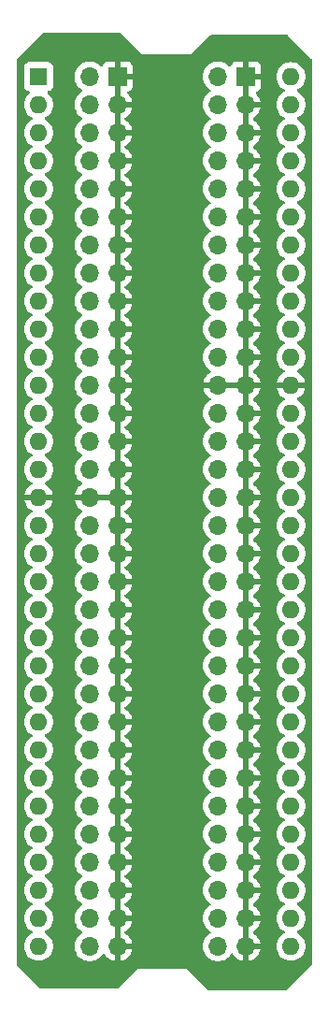
<source format=gbr>
G04 #@! TF.GenerationSoftware,KiCad,Pcbnew,(7.0.0-0)*
G04 #@! TF.CreationDate,2023-03-11T12:41:52+01:00*
G04 #@! TF.ProjectId,86KUUTHeader,38364b55-5554-4486-9561-6465722e6b69,rev?*
G04 #@! TF.SameCoordinates,Original*
G04 #@! TF.FileFunction,Copper,L1,Top*
G04 #@! TF.FilePolarity,Positive*
%FSLAX46Y46*%
G04 Gerber Fmt 4.6, Leading zero omitted, Abs format (unit mm)*
G04 Created by KiCad (PCBNEW (7.0.0-0)) date 2023-03-11 12:41:52*
%MOMM*%
%LPD*%
G01*
G04 APERTURE LIST*
G04 #@! TA.AperFunction,ComponentPad*
%ADD10R,1.700000X1.700000*%
G04 #@! TD*
G04 #@! TA.AperFunction,ComponentPad*
%ADD11O,1.700000X1.700000*%
G04 #@! TD*
G04 #@! TA.AperFunction,ComponentPad*
%ADD12R,1.600000X1.600000*%
G04 #@! TD*
G04 #@! TA.AperFunction,ComponentPad*
%ADD13O,1.600000X1.600000*%
G04 #@! TD*
G04 APERTURE END LIST*
D10*
X130359999Y-58799999D03*
D11*
X127819999Y-58799999D03*
X130359999Y-61339999D03*
X127819999Y-61339999D03*
X130359999Y-63879999D03*
X127819999Y-63879999D03*
X130359999Y-66419999D03*
X127819999Y-66419999D03*
X130359999Y-68959999D03*
X127819999Y-68959999D03*
X130359999Y-71499999D03*
X127819999Y-71499999D03*
X130359999Y-74039999D03*
X127819999Y-74039999D03*
X130359999Y-76579999D03*
X127819999Y-76579999D03*
X130359999Y-79119999D03*
X127819999Y-79119999D03*
X130359999Y-81659999D03*
X127819999Y-81659999D03*
X130359999Y-84199999D03*
X127819999Y-84199999D03*
X130359999Y-86739999D03*
X127819999Y-86739999D03*
X130359999Y-89279999D03*
X127819999Y-89279999D03*
X130359999Y-91819999D03*
X127819999Y-91819999D03*
X130359999Y-94359999D03*
X127819999Y-94359999D03*
X130359999Y-96899999D03*
X127819999Y-96899999D03*
X130359999Y-99439999D03*
X127819999Y-99439999D03*
X130359999Y-101979999D03*
X127819999Y-101979999D03*
X130359999Y-104519999D03*
X127819999Y-104519999D03*
X130359999Y-107059999D03*
X127819999Y-107059999D03*
X130359999Y-109599999D03*
X127819999Y-109599999D03*
X130359999Y-112139999D03*
X127819999Y-112139999D03*
X130359999Y-114679999D03*
X127819999Y-114679999D03*
X130359999Y-117219999D03*
X127819999Y-117219999D03*
X130359999Y-119759999D03*
X127819999Y-119759999D03*
X130359999Y-122299999D03*
X127819999Y-122299999D03*
X130359999Y-124839999D03*
X127819999Y-124839999D03*
X130359999Y-127379999D03*
X127819999Y-127379999D03*
X130359999Y-129919999D03*
X127819999Y-129919999D03*
X130359999Y-132459999D03*
X127819999Y-132459999D03*
X130359999Y-134999999D03*
X127819999Y-134999999D03*
X130359999Y-137539999D03*
X127819999Y-137539999D03*
D10*
X141999999Y-58799999D03*
D11*
X139459999Y-58799999D03*
X141999999Y-61339999D03*
X139459999Y-61339999D03*
X141999999Y-63879999D03*
X139459999Y-63879999D03*
X141999999Y-66419999D03*
X139459999Y-66419999D03*
X141999999Y-68959999D03*
X139459999Y-68959999D03*
X141999999Y-71499999D03*
X139459999Y-71499999D03*
X141999999Y-74039999D03*
X139459999Y-74039999D03*
X141999999Y-76579999D03*
X139459999Y-76579999D03*
X141999999Y-79119999D03*
X139459999Y-79119999D03*
X141999999Y-81659999D03*
X139459999Y-81659999D03*
X141999999Y-84199999D03*
X139459999Y-84199999D03*
X141999999Y-86739999D03*
X139459999Y-86739999D03*
X141999999Y-89279999D03*
X139459999Y-89279999D03*
X141999999Y-91819999D03*
X139459999Y-91819999D03*
X141999999Y-94359999D03*
X139459999Y-94359999D03*
X141999999Y-96899999D03*
X139459999Y-96899999D03*
X141999999Y-99439999D03*
X139459999Y-99439999D03*
X141999999Y-101979999D03*
X139459999Y-101979999D03*
X141999999Y-104519999D03*
X139459999Y-104519999D03*
X141999999Y-107059999D03*
X139459999Y-107059999D03*
X141999999Y-109599999D03*
X139459999Y-109599999D03*
X141999999Y-112139999D03*
X139459999Y-112139999D03*
X141999999Y-114679999D03*
X139459999Y-114679999D03*
X141999999Y-117219999D03*
X139459999Y-117219999D03*
X141999999Y-119759999D03*
X139459999Y-119759999D03*
X141999999Y-122299999D03*
X139459999Y-122299999D03*
X141999999Y-124839999D03*
X139459999Y-124839999D03*
X141999999Y-127379999D03*
X139459999Y-127379999D03*
X141999999Y-129919999D03*
X139459999Y-129919999D03*
X141999999Y-132459999D03*
X139459999Y-132459999D03*
X141999999Y-134999999D03*
X139459999Y-134999999D03*
X141999999Y-137539999D03*
X139459999Y-137539999D03*
D12*
X123206999Y-58799999D03*
D13*
X123206999Y-61339999D03*
X123206999Y-63879999D03*
X123206999Y-66419999D03*
X123206999Y-68959999D03*
X123206999Y-71499999D03*
X123206999Y-74039999D03*
X123206999Y-76579999D03*
X123206999Y-79119999D03*
X123206999Y-81659999D03*
X123206999Y-84199999D03*
X123206999Y-86739999D03*
X123206999Y-89279999D03*
X123206999Y-91819999D03*
X123206999Y-94359999D03*
X123206999Y-96899999D03*
X123206999Y-99439999D03*
X123206999Y-101979999D03*
X123206999Y-104519999D03*
X123206999Y-107059999D03*
X123206999Y-109599999D03*
X123206999Y-112139999D03*
X123206999Y-114679999D03*
X123206999Y-117219999D03*
X123206999Y-119759999D03*
X123206999Y-122299999D03*
X123206999Y-124839999D03*
X123206999Y-127379999D03*
X123206999Y-129919999D03*
X123206999Y-132459999D03*
X123206999Y-134999999D03*
X123206999Y-137539999D03*
X146066999Y-137539999D03*
X146066999Y-134999999D03*
X146066999Y-132459999D03*
X146066999Y-129919999D03*
X146066999Y-127379999D03*
X146066999Y-124839999D03*
X146066999Y-122299999D03*
X146066999Y-119759999D03*
X146066999Y-117219999D03*
X146066999Y-114679999D03*
X146066999Y-112139999D03*
X146066999Y-109599999D03*
X146066999Y-107059999D03*
X146066999Y-104519999D03*
X146066999Y-101979999D03*
X146066999Y-99439999D03*
X146066999Y-96899999D03*
X146066999Y-94359999D03*
X146066999Y-91819999D03*
X146066999Y-89279999D03*
X146066999Y-86739999D03*
X146066999Y-84199999D03*
X146066999Y-81659999D03*
X146066999Y-79119999D03*
X146066999Y-76579999D03*
X146066999Y-74039999D03*
X146066999Y-71499999D03*
X146066999Y-68959999D03*
X146066999Y-66419999D03*
X146066999Y-63879999D03*
X146066999Y-61339999D03*
X146066999Y-58799999D03*
G04 #@! TA.AperFunction,Conductor*
G36*
X130585528Y-54834939D02*
G01*
X130625756Y-54861819D01*
X132574501Y-56810564D01*
X132578300Y-56815192D01*
X132578841Y-56815553D01*
X132580483Y-56819517D01*
X132585554Y-56821617D01*
X132585555Y-56821618D01*
X132600000Y-56827601D01*
X132603962Y-56825959D01*
X132604602Y-56826087D01*
X132610563Y-56825500D01*
X136989437Y-56825500D01*
X136995397Y-56826087D01*
X136996037Y-56825959D01*
X137000000Y-56827601D01*
X137014445Y-56821618D01*
X137014445Y-56821617D01*
X137019517Y-56819517D01*
X137021158Y-56815551D01*
X137021702Y-56815189D01*
X137025494Y-56810567D01*
X138774243Y-55061819D01*
X138814471Y-55034939D01*
X138861924Y-55025500D01*
X145738075Y-55025500D01*
X145785528Y-55034939D01*
X145825756Y-55061819D01*
X147938181Y-57174244D01*
X147965061Y-57214472D01*
X147974500Y-57261925D01*
X147974500Y-139138076D01*
X147965061Y-139185529D01*
X147938181Y-139225757D01*
X145625756Y-141538181D01*
X145585528Y-141565061D01*
X145538075Y-141574500D01*
X139605072Y-141574500D01*
X138661925Y-141574500D01*
X138614472Y-141565061D01*
X138574244Y-141538181D01*
X136625504Y-139589441D01*
X136621702Y-139584808D01*
X136621157Y-139584444D01*
X136619517Y-139580483D01*
X136614445Y-139578382D01*
X136600000Y-139572399D01*
X136596039Y-139574039D01*
X136595397Y-139573912D01*
X136589437Y-139574500D01*
X132210562Y-139574500D01*
X132204602Y-139573912D01*
X132203960Y-139574039D01*
X132200000Y-139572399D01*
X132194928Y-139574500D01*
X132180483Y-139580483D01*
X132178842Y-139584441D01*
X132178302Y-139584803D01*
X132174502Y-139589434D01*
X130425756Y-141338181D01*
X130385528Y-141365061D01*
X130338075Y-141374500D01*
X123461925Y-141374500D01*
X123414472Y-141365061D01*
X123374244Y-141338181D01*
X121261819Y-139225756D01*
X121234939Y-139185528D01*
X121225500Y-139138075D01*
X121225500Y-137540000D01*
X121893502Y-137540000D01*
X121893974Y-137545395D01*
X121912984Y-137762688D01*
X121912985Y-137762695D01*
X121913457Y-137768087D01*
X121914856Y-137773308D01*
X121914858Y-137773319D01*
X121971316Y-137984021D01*
X121971318Y-137984028D01*
X121972716Y-137989243D01*
X121975000Y-137994143D01*
X121975002Y-137994146D01*
X122063577Y-138184096D01*
X122069477Y-138196749D01*
X122072584Y-138201186D01*
X122197696Y-138379865D01*
X122197699Y-138379869D01*
X122200802Y-138384300D01*
X122362700Y-138546198D01*
X122550251Y-138677523D01*
X122757757Y-138774284D01*
X122762977Y-138775682D01*
X122762978Y-138775683D01*
X122973680Y-138832141D01*
X122973682Y-138832141D01*
X122978913Y-138833543D01*
X123207000Y-138853498D01*
X123435087Y-138833543D01*
X123656243Y-138774284D01*
X123863749Y-138677523D01*
X124051300Y-138546198D01*
X124213198Y-138384300D01*
X124344523Y-138196749D01*
X124441284Y-137989243D01*
X124500543Y-137768087D01*
X124520498Y-137540000D01*
X126456844Y-137540000D01*
X126457268Y-137545117D01*
X126475011Y-137759248D01*
X126475012Y-137759256D01*
X126475436Y-137764368D01*
X126476693Y-137769335D01*
X126476695Y-137769342D01*
X126485416Y-137803780D01*
X126530704Y-137982616D01*
X126537567Y-137998263D01*
X126619080Y-138184096D01*
X126619083Y-138184101D01*
X126621140Y-138188791D01*
X126680505Y-138279656D01*
X126741474Y-138372977D01*
X126741477Y-138372981D01*
X126744278Y-138377268D01*
X126747752Y-138381041D01*
X126747753Y-138381043D01*
X126893288Y-138539135D01*
X126893291Y-138539138D01*
X126896760Y-138542906D01*
X126900801Y-138546051D01*
X127070376Y-138678039D01*
X127070381Y-138678042D01*
X127074424Y-138681189D01*
X127078931Y-138683628D01*
X127078934Y-138683630D01*
X127242223Y-138771997D01*
X127272426Y-138788342D01*
X127485365Y-138861444D01*
X127707431Y-138898500D01*
X127927436Y-138898500D01*
X127932569Y-138898500D01*
X128154635Y-138861444D01*
X128367574Y-138788342D01*
X128565576Y-138681189D01*
X128743240Y-138542906D01*
X128895722Y-138377268D01*
X128989748Y-138233349D01*
X129033663Y-138192595D01*
X129091562Y-138177188D01*
X129149927Y-138190726D01*
X129195131Y-138230048D01*
X129318784Y-138406643D01*
X129325721Y-138414909D01*
X129485090Y-138574278D01*
X129493356Y-138581215D01*
X129677991Y-138710498D01*
X129687323Y-138715886D01*
X129891602Y-138811143D01*
X129901736Y-138814831D01*
X130096219Y-138866943D01*
X130107448Y-138867311D01*
X130110000Y-138856369D01*
X130610000Y-138856369D01*
X130612551Y-138867311D01*
X130623780Y-138866943D01*
X130818263Y-138814831D01*
X130828397Y-138811143D01*
X131032676Y-138715886D01*
X131042008Y-138710498D01*
X131226643Y-138581215D01*
X131234909Y-138574278D01*
X131394278Y-138414909D01*
X131401215Y-138406643D01*
X131530498Y-138222008D01*
X131535886Y-138212676D01*
X131631143Y-138008397D01*
X131634831Y-137998263D01*
X131686943Y-137803780D01*
X131687311Y-137792551D01*
X131676369Y-137790000D01*
X130626326Y-137790000D01*
X130613450Y-137793450D01*
X130610000Y-137806326D01*
X130610000Y-138856369D01*
X130110000Y-138856369D01*
X130110000Y-137540000D01*
X138096844Y-137540000D01*
X138097268Y-137545117D01*
X138115011Y-137759248D01*
X138115012Y-137759256D01*
X138115436Y-137764368D01*
X138116693Y-137769335D01*
X138116695Y-137769342D01*
X138125416Y-137803780D01*
X138170704Y-137982616D01*
X138177567Y-137998263D01*
X138259080Y-138184096D01*
X138259083Y-138184101D01*
X138261140Y-138188791D01*
X138320505Y-138279656D01*
X138381474Y-138372977D01*
X138381477Y-138372981D01*
X138384278Y-138377268D01*
X138387752Y-138381041D01*
X138387753Y-138381043D01*
X138533288Y-138539135D01*
X138533291Y-138539138D01*
X138536760Y-138542906D01*
X138540801Y-138546051D01*
X138710376Y-138678039D01*
X138710381Y-138678042D01*
X138714424Y-138681189D01*
X138718931Y-138683628D01*
X138718934Y-138683630D01*
X138882223Y-138771997D01*
X138912426Y-138788342D01*
X139125365Y-138861444D01*
X139347431Y-138898500D01*
X139567436Y-138898500D01*
X139572569Y-138898500D01*
X139794635Y-138861444D01*
X140007574Y-138788342D01*
X140205576Y-138681189D01*
X140383240Y-138542906D01*
X140535722Y-138377268D01*
X140629748Y-138233349D01*
X140673663Y-138192595D01*
X140731562Y-138177188D01*
X140789927Y-138190726D01*
X140835131Y-138230048D01*
X140958784Y-138406643D01*
X140965721Y-138414909D01*
X141125090Y-138574278D01*
X141133356Y-138581215D01*
X141317991Y-138710498D01*
X141327323Y-138715886D01*
X141531602Y-138811143D01*
X141541736Y-138814831D01*
X141736219Y-138866943D01*
X141747448Y-138867311D01*
X141750000Y-138856369D01*
X142250000Y-138856369D01*
X142252551Y-138867311D01*
X142263780Y-138866943D01*
X142458263Y-138814831D01*
X142468397Y-138811143D01*
X142672676Y-138715886D01*
X142682008Y-138710498D01*
X142866643Y-138581215D01*
X142874909Y-138574278D01*
X143034278Y-138414909D01*
X143041215Y-138406643D01*
X143170498Y-138222008D01*
X143175886Y-138212676D01*
X143271143Y-138008397D01*
X143274831Y-137998263D01*
X143326943Y-137803780D01*
X143327311Y-137792551D01*
X143316369Y-137790000D01*
X142266326Y-137790000D01*
X142253450Y-137793450D01*
X142250000Y-137806326D01*
X142250000Y-138856369D01*
X141750000Y-138856369D01*
X141750000Y-137540000D01*
X144753502Y-137540000D01*
X144753974Y-137545395D01*
X144772984Y-137762688D01*
X144772985Y-137762695D01*
X144773457Y-137768087D01*
X144774856Y-137773308D01*
X144774858Y-137773319D01*
X144831316Y-137984021D01*
X144831318Y-137984028D01*
X144832716Y-137989243D01*
X144835000Y-137994143D01*
X144835002Y-137994146D01*
X144923577Y-138184096D01*
X144929477Y-138196749D01*
X144932584Y-138201186D01*
X145057696Y-138379865D01*
X145057699Y-138379869D01*
X145060802Y-138384300D01*
X145222700Y-138546198D01*
X145410251Y-138677523D01*
X145617757Y-138774284D01*
X145622977Y-138775682D01*
X145622978Y-138775683D01*
X145833680Y-138832141D01*
X145833682Y-138832141D01*
X145838913Y-138833543D01*
X146067000Y-138853498D01*
X146295087Y-138833543D01*
X146516243Y-138774284D01*
X146723749Y-138677523D01*
X146911300Y-138546198D01*
X147073198Y-138384300D01*
X147204523Y-138196749D01*
X147301284Y-137989243D01*
X147360543Y-137768087D01*
X147380498Y-137540000D01*
X147360543Y-137311913D01*
X147354671Y-137290000D01*
X147302683Y-137095978D01*
X147302682Y-137095977D01*
X147301284Y-137090757D01*
X147204523Y-136883251D01*
X147122044Y-136765459D01*
X147076303Y-136700134D01*
X147076301Y-136700132D01*
X147073198Y-136695700D01*
X146911300Y-136533802D01*
X146906869Y-136530699D01*
X146906865Y-136530696D01*
X146728186Y-136405584D01*
X146728187Y-136405584D01*
X146723749Y-136402477D01*
X146680650Y-136382380D01*
X146628478Y-136336626D01*
X146609058Y-136270000D01*
X146628478Y-136203374D01*
X146680650Y-136157619D01*
X146723749Y-136137523D01*
X146911300Y-136006198D01*
X147073198Y-135844300D01*
X147204523Y-135656749D01*
X147301284Y-135449243D01*
X147360543Y-135228087D01*
X147380498Y-135000000D01*
X147360543Y-134771913D01*
X147354671Y-134750000D01*
X147302683Y-134555978D01*
X147302682Y-134555977D01*
X147301284Y-134550757D01*
X147204523Y-134343251D01*
X147122044Y-134225459D01*
X147076303Y-134160134D01*
X147076301Y-134160132D01*
X147073198Y-134155700D01*
X146911300Y-133993802D01*
X146906869Y-133990699D01*
X146906865Y-133990696D01*
X146728186Y-133865584D01*
X146728187Y-133865584D01*
X146723749Y-133862477D01*
X146680650Y-133842380D01*
X146628478Y-133796626D01*
X146609058Y-133730000D01*
X146628478Y-133663374D01*
X146680650Y-133617619D01*
X146723749Y-133597523D01*
X146911300Y-133466198D01*
X147073198Y-133304300D01*
X147204523Y-133116749D01*
X147301284Y-132909243D01*
X147360543Y-132688087D01*
X147380498Y-132460000D01*
X147360543Y-132231913D01*
X147354671Y-132210000D01*
X147302683Y-132015978D01*
X147302682Y-132015977D01*
X147301284Y-132010757D01*
X147204523Y-131803251D01*
X147122044Y-131685459D01*
X147076303Y-131620134D01*
X147076301Y-131620132D01*
X147073198Y-131615700D01*
X146911300Y-131453802D01*
X146906869Y-131450699D01*
X146906865Y-131450696D01*
X146728186Y-131325584D01*
X146728187Y-131325584D01*
X146723749Y-131322477D01*
X146680650Y-131302380D01*
X146628478Y-131256626D01*
X146609058Y-131190000D01*
X146628478Y-131123374D01*
X146680650Y-131077619D01*
X146723749Y-131057523D01*
X146911300Y-130926198D01*
X147073198Y-130764300D01*
X147204523Y-130576749D01*
X147301284Y-130369243D01*
X147360543Y-130148087D01*
X147380498Y-129920000D01*
X147360543Y-129691913D01*
X147354671Y-129670000D01*
X147302683Y-129475978D01*
X147302682Y-129475977D01*
X147301284Y-129470757D01*
X147204523Y-129263251D01*
X147122044Y-129145459D01*
X147076303Y-129080134D01*
X147076301Y-129080132D01*
X147073198Y-129075700D01*
X146911300Y-128913802D01*
X146906869Y-128910699D01*
X146906865Y-128910696D01*
X146728186Y-128785584D01*
X146728187Y-128785584D01*
X146723749Y-128782477D01*
X146680650Y-128762380D01*
X146628478Y-128716626D01*
X146609058Y-128650000D01*
X146628478Y-128583374D01*
X146680650Y-128537619D01*
X146723749Y-128517523D01*
X146911300Y-128386198D01*
X147073198Y-128224300D01*
X147204523Y-128036749D01*
X147301284Y-127829243D01*
X147360543Y-127608087D01*
X147380498Y-127380000D01*
X147360543Y-127151913D01*
X147354671Y-127130000D01*
X147302683Y-126935978D01*
X147302682Y-126935977D01*
X147301284Y-126930757D01*
X147204523Y-126723251D01*
X147122044Y-126605459D01*
X147076303Y-126540134D01*
X147076301Y-126540132D01*
X147073198Y-126535700D01*
X146911300Y-126373802D01*
X146906869Y-126370699D01*
X146906865Y-126370696D01*
X146728186Y-126245584D01*
X146728187Y-126245584D01*
X146723749Y-126242477D01*
X146680650Y-126222380D01*
X146628478Y-126176626D01*
X146609058Y-126110000D01*
X146628478Y-126043374D01*
X146680650Y-125997619D01*
X146723749Y-125977523D01*
X146911300Y-125846198D01*
X147073198Y-125684300D01*
X147204523Y-125496749D01*
X147301284Y-125289243D01*
X147360543Y-125068087D01*
X147380498Y-124840000D01*
X147360543Y-124611913D01*
X147354671Y-124590000D01*
X147302683Y-124395978D01*
X147302682Y-124395977D01*
X147301284Y-124390757D01*
X147204523Y-124183251D01*
X147122044Y-124065459D01*
X147076303Y-124000134D01*
X147076301Y-124000132D01*
X147073198Y-123995700D01*
X146911300Y-123833802D01*
X146906869Y-123830699D01*
X146906865Y-123830696D01*
X146728186Y-123705584D01*
X146728187Y-123705584D01*
X146723749Y-123702477D01*
X146680650Y-123682380D01*
X146628478Y-123636626D01*
X146609058Y-123570000D01*
X146628478Y-123503374D01*
X146680650Y-123457619D01*
X146723749Y-123437523D01*
X146911300Y-123306198D01*
X147073198Y-123144300D01*
X147204523Y-122956749D01*
X147301284Y-122749243D01*
X147360543Y-122528087D01*
X147380498Y-122300000D01*
X147360543Y-122071913D01*
X147354671Y-122050000D01*
X147302683Y-121855978D01*
X147302682Y-121855977D01*
X147301284Y-121850757D01*
X147204523Y-121643251D01*
X147122044Y-121525459D01*
X147076303Y-121460134D01*
X147076301Y-121460132D01*
X147073198Y-121455700D01*
X146911300Y-121293802D01*
X146906869Y-121290699D01*
X146906865Y-121290696D01*
X146728186Y-121165584D01*
X146728187Y-121165584D01*
X146723749Y-121162477D01*
X146680650Y-121142380D01*
X146628478Y-121096626D01*
X146609058Y-121030000D01*
X146628478Y-120963374D01*
X146680650Y-120917619D01*
X146723749Y-120897523D01*
X146911300Y-120766198D01*
X147073198Y-120604300D01*
X147204523Y-120416749D01*
X147301284Y-120209243D01*
X147360543Y-119988087D01*
X147380498Y-119760000D01*
X147360543Y-119531913D01*
X147354671Y-119510000D01*
X147302683Y-119315978D01*
X147302682Y-119315977D01*
X147301284Y-119310757D01*
X147204523Y-119103251D01*
X147122044Y-118985459D01*
X147076303Y-118920134D01*
X147076301Y-118920132D01*
X147073198Y-118915700D01*
X146911300Y-118753802D01*
X146906869Y-118750699D01*
X146906865Y-118750696D01*
X146728186Y-118625584D01*
X146728187Y-118625584D01*
X146723749Y-118622477D01*
X146680650Y-118602380D01*
X146628478Y-118556626D01*
X146609058Y-118490000D01*
X146628478Y-118423374D01*
X146680650Y-118377619D01*
X146723749Y-118357523D01*
X146911300Y-118226198D01*
X147073198Y-118064300D01*
X147204523Y-117876749D01*
X147301284Y-117669243D01*
X147360543Y-117448087D01*
X147380498Y-117220000D01*
X147360543Y-116991913D01*
X147354671Y-116970000D01*
X147302683Y-116775978D01*
X147302682Y-116775977D01*
X147301284Y-116770757D01*
X147204523Y-116563251D01*
X147122044Y-116445459D01*
X147076303Y-116380134D01*
X147076301Y-116380132D01*
X147073198Y-116375700D01*
X146911300Y-116213802D01*
X146906869Y-116210699D01*
X146906865Y-116210696D01*
X146728186Y-116085584D01*
X146728187Y-116085584D01*
X146723749Y-116082477D01*
X146680650Y-116062380D01*
X146628478Y-116016626D01*
X146609058Y-115950000D01*
X146628478Y-115883374D01*
X146680650Y-115837619D01*
X146723749Y-115817523D01*
X146911300Y-115686198D01*
X147073198Y-115524300D01*
X147204523Y-115336749D01*
X147301284Y-115129243D01*
X147360543Y-114908087D01*
X147380498Y-114680000D01*
X147360543Y-114451913D01*
X147354671Y-114430000D01*
X147302683Y-114235978D01*
X147302682Y-114235977D01*
X147301284Y-114230757D01*
X147204523Y-114023251D01*
X147122044Y-113905459D01*
X147076303Y-113840134D01*
X147076301Y-113840132D01*
X147073198Y-113835700D01*
X146911300Y-113673802D01*
X146906869Y-113670699D01*
X146906865Y-113670696D01*
X146728186Y-113545584D01*
X146728187Y-113545584D01*
X146723749Y-113542477D01*
X146680651Y-113522380D01*
X146628477Y-113476623D01*
X146609058Y-113409997D01*
X146628479Y-113343371D01*
X146680652Y-113297619D01*
X146723749Y-113277523D01*
X146911300Y-113146198D01*
X147073198Y-112984300D01*
X147204523Y-112796749D01*
X147301284Y-112589243D01*
X147360543Y-112368087D01*
X147380498Y-112140000D01*
X147360543Y-111911913D01*
X147354671Y-111890000D01*
X147302683Y-111695978D01*
X147302682Y-111695977D01*
X147301284Y-111690757D01*
X147204523Y-111483251D01*
X147122044Y-111365459D01*
X147076303Y-111300134D01*
X147076301Y-111300132D01*
X147073198Y-111295700D01*
X146911300Y-111133802D01*
X146906869Y-111130699D01*
X146906865Y-111130696D01*
X146728186Y-111005584D01*
X146728187Y-111005584D01*
X146723749Y-111002477D01*
X146680650Y-110982380D01*
X146628478Y-110936626D01*
X146609058Y-110870000D01*
X146628478Y-110803374D01*
X146680650Y-110757619D01*
X146723749Y-110737523D01*
X146911300Y-110606198D01*
X147073198Y-110444300D01*
X147204523Y-110256749D01*
X147301284Y-110049243D01*
X147360543Y-109828087D01*
X147380498Y-109600000D01*
X147360543Y-109371913D01*
X147354671Y-109350000D01*
X147302683Y-109155978D01*
X147302682Y-109155977D01*
X147301284Y-109150757D01*
X147204523Y-108943251D01*
X147122044Y-108825459D01*
X147076303Y-108760134D01*
X147076301Y-108760132D01*
X147073198Y-108755700D01*
X146911300Y-108593802D01*
X146906869Y-108590699D01*
X146906865Y-108590696D01*
X146728186Y-108465584D01*
X146728187Y-108465584D01*
X146723749Y-108462477D01*
X146680650Y-108442380D01*
X146628478Y-108396626D01*
X146609058Y-108330000D01*
X146628478Y-108263374D01*
X146680650Y-108217619D01*
X146723749Y-108197523D01*
X146911300Y-108066198D01*
X147073198Y-107904300D01*
X147204523Y-107716749D01*
X147301284Y-107509243D01*
X147360543Y-107288087D01*
X147380498Y-107060000D01*
X147360543Y-106831913D01*
X147354671Y-106810000D01*
X147302683Y-106615978D01*
X147302682Y-106615977D01*
X147301284Y-106610757D01*
X147204523Y-106403251D01*
X147122044Y-106285459D01*
X147076303Y-106220134D01*
X147076301Y-106220132D01*
X147073198Y-106215700D01*
X146911300Y-106053802D01*
X146906869Y-106050699D01*
X146906865Y-106050696D01*
X146728186Y-105925584D01*
X146728187Y-105925584D01*
X146723749Y-105922477D01*
X146680650Y-105902380D01*
X146628478Y-105856626D01*
X146609058Y-105790000D01*
X146628478Y-105723374D01*
X146680650Y-105677619D01*
X146723749Y-105657523D01*
X146911300Y-105526198D01*
X147073198Y-105364300D01*
X147204523Y-105176749D01*
X147301284Y-104969243D01*
X147360543Y-104748087D01*
X147380498Y-104520000D01*
X147360543Y-104291913D01*
X147354671Y-104270000D01*
X147302683Y-104075978D01*
X147302682Y-104075977D01*
X147301284Y-104070757D01*
X147204523Y-103863251D01*
X147122044Y-103745459D01*
X147076303Y-103680134D01*
X147076301Y-103680132D01*
X147073198Y-103675700D01*
X146911300Y-103513802D01*
X146906869Y-103510699D01*
X146906865Y-103510696D01*
X146728186Y-103385584D01*
X146728187Y-103385584D01*
X146723749Y-103382477D01*
X146680650Y-103362380D01*
X146628478Y-103316626D01*
X146609058Y-103250000D01*
X146628478Y-103183374D01*
X146680650Y-103137619D01*
X146723749Y-103117523D01*
X146911300Y-102986198D01*
X147073198Y-102824300D01*
X147204523Y-102636749D01*
X147301284Y-102429243D01*
X147360543Y-102208087D01*
X147380498Y-101980000D01*
X147360543Y-101751913D01*
X147354671Y-101730000D01*
X147302683Y-101535978D01*
X147302682Y-101535977D01*
X147301284Y-101530757D01*
X147204523Y-101323251D01*
X147122044Y-101205459D01*
X147076303Y-101140134D01*
X147076301Y-101140132D01*
X147073198Y-101135700D01*
X146911300Y-100973802D01*
X146906869Y-100970699D01*
X146906865Y-100970696D01*
X146728186Y-100845584D01*
X146728187Y-100845584D01*
X146723749Y-100842477D01*
X146680650Y-100822380D01*
X146628478Y-100776626D01*
X146609058Y-100710000D01*
X146628478Y-100643374D01*
X146680650Y-100597619D01*
X146723749Y-100577523D01*
X146911300Y-100446198D01*
X147073198Y-100284300D01*
X147204523Y-100096749D01*
X147301284Y-99889243D01*
X147360543Y-99668087D01*
X147380498Y-99440000D01*
X147360543Y-99211913D01*
X147354671Y-99190000D01*
X147302683Y-98995978D01*
X147302682Y-98995977D01*
X147301284Y-98990757D01*
X147204523Y-98783251D01*
X147122044Y-98665459D01*
X147076303Y-98600134D01*
X147076301Y-98600132D01*
X147073198Y-98595700D01*
X146911300Y-98433802D01*
X146906869Y-98430699D01*
X146906865Y-98430696D01*
X146728186Y-98305584D01*
X146728187Y-98305584D01*
X146723749Y-98302477D01*
X146680650Y-98282380D01*
X146628478Y-98236626D01*
X146609058Y-98170000D01*
X146628478Y-98103374D01*
X146680650Y-98057619D01*
X146723749Y-98037523D01*
X146911300Y-97906198D01*
X147073198Y-97744300D01*
X147204523Y-97556749D01*
X147301284Y-97349243D01*
X147360543Y-97128087D01*
X147380498Y-96900000D01*
X147360543Y-96671913D01*
X147354671Y-96650000D01*
X147302683Y-96455978D01*
X147302682Y-96455977D01*
X147301284Y-96450757D01*
X147204523Y-96243251D01*
X147122044Y-96125459D01*
X147076303Y-96060134D01*
X147076301Y-96060132D01*
X147073198Y-96055700D01*
X146911300Y-95893802D01*
X146906869Y-95890699D01*
X146906865Y-95890696D01*
X146728186Y-95765584D01*
X146728187Y-95765584D01*
X146723749Y-95762477D01*
X146680651Y-95742380D01*
X146628477Y-95696623D01*
X146609058Y-95629997D01*
X146628479Y-95563371D01*
X146680652Y-95517619D01*
X146723749Y-95497523D01*
X146911300Y-95366198D01*
X147073198Y-95204300D01*
X147204523Y-95016749D01*
X147301284Y-94809243D01*
X147360543Y-94588087D01*
X147380498Y-94360000D01*
X147360543Y-94131913D01*
X147354671Y-94110000D01*
X147302683Y-93915978D01*
X147302682Y-93915977D01*
X147301284Y-93910757D01*
X147204523Y-93703251D01*
X147122044Y-93585459D01*
X147076303Y-93520134D01*
X147076301Y-93520132D01*
X147073198Y-93515700D01*
X146911300Y-93353802D01*
X146906869Y-93350699D01*
X146906865Y-93350696D01*
X146728186Y-93225584D01*
X146728187Y-93225584D01*
X146723749Y-93222477D01*
X146680650Y-93202380D01*
X146628478Y-93156626D01*
X146609058Y-93090000D01*
X146628478Y-93023374D01*
X146680650Y-92977619D01*
X146723749Y-92957523D01*
X146911300Y-92826198D01*
X147073198Y-92664300D01*
X147204523Y-92476749D01*
X147301284Y-92269243D01*
X147360543Y-92048087D01*
X147380498Y-91820000D01*
X147360543Y-91591913D01*
X147354671Y-91570000D01*
X147302683Y-91375978D01*
X147302682Y-91375977D01*
X147301284Y-91370757D01*
X147204523Y-91163251D01*
X147122044Y-91045459D01*
X147076303Y-90980134D01*
X147076301Y-90980132D01*
X147073198Y-90975700D01*
X146911300Y-90813802D01*
X146906869Y-90810699D01*
X146906865Y-90810696D01*
X146728186Y-90685584D01*
X146728187Y-90685584D01*
X146723749Y-90682477D01*
X146680650Y-90662380D01*
X146628478Y-90616626D01*
X146609058Y-90550000D01*
X146628478Y-90483374D01*
X146680650Y-90437619D01*
X146723749Y-90417523D01*
X146911300Y-90286198D01*
X147073198Y-90124300D01*
X147204523Y-89936749D01*
X147301284Y-89729243D01*
X147360543Y-89508087D01*
X147380498Y-89280000D01*
X147360543Y-89051913D01*
X147354671Y-89030000D01*
X147302683Y-88835978D01*
X147302682Y-88835977D01*
X147301284Y-88830757D01*
X147204523Y-88623251D01*
X147122044Y-88505459D01*
X147076303Y-88440134D01*
X147076301Y-88440132D01*
X147073198Y-88435700D01*
X146911300Y-88273802D01*
X146906869Y-88270699D01*
X146906865Y-88270696D01*
X146728186Y-88145584D01*
X146728187Y-88145584D01*
X146723749Y-88142477D01*
X146670598Y-88117692D01*
X146618423Y-88071936D01*
X146599003Y-88005311D01*
X146618423Y-87938685D01*
X146670599Y-87892928D01*
X146714585Y-87872417D01*
X146723912Y-87867032D01*
X146901381Y-87742767D01*
X146909647Y-87735830D01*
X147062830Y-87582647D01*
X147069767Y-87574381D01*
X147194032Y-87396912D01*
X147199420Y-87387580D01*
X147290977Y-87191234D01*
X147294669Y-87181092D01*
X147342179Y-87003780D01*
X147342547Y-86992551D01*
X147331605Y-86990000D01*
X144802395Y-86990000D01*
X144791452Y-86992551D01*
X144791820Y-87003780D01*
X144839330Y-87181092D01*
X144843022Y-87191234D01*
X144934579Y-87387580D01*
X144939967Y-87396912D01*
X145064232Y-87574381D01*
X145071169Y-87582647D01*
X145224352Y-87735830D01*
X145232618Y-87742767D01*
X145410087Y-87867032D01*
X145419419Y-87872420D01*
X145463401Y-87892929D01*
X145515576Y-87938686D01*
X145534996Y-88005311D01*
X145515577Y-88071936D01*
X145463401Y-88117693D01*
X145415161Y-88140187D01*
X145415156Y-88140189D01*
X145410251Y-88142477D01*
X145405817Y-88145581D01*
X145405813Y-88145584D01*
X145227134Y-88270696D01*
X145227124Y-88270703D01*
X145222700Y-88273802D01*
X145218874Y-88277627D01*
X145218868Y-88277633D01*
X145064633Y-88431868D01*
X145064627Y-88431874D01*
X145060802Y-88435700D01*
X145057703Y-88440124D01*
X145057696Y-88440134D01*
X144932584Y-88618813D01*
X144932581Y-88618817D01*
X144929477Y-88623251D01*
X144927188Y-88628159D01*
X144927185Y-88628165D01*
X144835002Y-88825853D01*
X144834999Y-88825860D01*
X144832716Y-88830757D01*
X144831319Y-88835967D01*
X144831316Y-88835978D01*
X144774858Y-89046680D01*
X144774855Y-89046692D01*
X144773457Y-89051913D01*
X144772985Y-89057302D01*
X144772984Y-89057311D01*
X144753974Y-89274605D01*
X144753502Y-89280000D01*
X144753974Y-89285395D01*
X144772984Y-89502688D01*
X144772985Y-89502695D01*
X144773457Y-89508087D01*
X144774856Y-89513308D01*
X144774858Y-89513319D01*
X144831316Y-89724021D01*
X144831318Y-89724028D01*
X144832716Y-89729243D01*
X144835000Y-89734143D01*
X144835002Y-89734146D01*
X144923577Y-89924096D01*
X144929477Y-89936749D01*
X144932584Y-89941186D01*
X145057696Y-90119865D01*
X145057699Y-90119869D01*
X145060802Y-90124300D01*
X145222700Y-90286198D01*
X145410251Y-90417523D01*
X145453346Y-90437618D01*
X145505521Y-90483375D01*
X145524941Y-90550000D01*
X145505521Y-90616625D01*
X145453346Y-90662381D01*
X145435348Y-90670773D01*
X145415161Y-90680187D01*
X145415156Y-90680189D01*
X145410251Y-90682477D01*
X145405817Y-90685581D01*
X145405813Y-90685584D01*
X145227134Y-90810696D01*
X145227124Y-90810703D01*
X145222700Y-90813802D01*
X145218874Y-90817627D01*
X145218868Y-90817633D01*
X145064633Y-90971868D01*
X145064627Y-90971874D01*
X145060802Y-90975700D01*
X145057703Y-90980124D01*
X145057696Y-90980134D01*
X144932584Y-91158813D01*
X144932581Y-91158817D01*
X144929477Y-91163251D01*
X144927188Y-91168159D01*
X144927185Y-91168165D01*
X144835002Y-91365853D01*
X144834999Y-91365860D01*
X144832716Y-91370757D01*
X144831319Y-91375967D01*
X144831316Y-91375978D01*
X144774858Y-91586680D01*
X144774855Y-91586692D01*
X144773457Y-91591913D01*
X144772985Y-91597302D01*
X144772984Y-91597311D01*
X144753974Y-91814605D01*
X144753502Y-91820000D01*
X144753974Y-91825395D01*
X144772984Y-92042688D01*
X144772985Y-92042695D01*
X144773457Y-92048087D01*
X144774856Y-92053308D01*
X144774858Y-92053319D01*
X144831316Y-92264021D01*
X144831318Y-92264028D01*
X144832716Y-92269243D01*
X144835000Y-92274143D01*
X144835002Y-92274146D01*
X144923577Y-92464096D01*
X144929477Y-92476749D01*
X144932584Y-92481186D01*
X145057696Y-92659865D01*
X145057699Y-92659869D01*
X145060802Y-92664300D01*
X145222700Y-92826198D01*
X145410251Y-92957523D01*
X145453346Y-92977618D01*
X145505521Y-93023375D01*
X145524941Y-93090000D01*
X145505521Y-93156625D01*
X145453346Y-93202381D01*
X145435348Y-93210773D01*
X145415161Y-93220187D01*
X145415156Y-93220189D01*
X145410251Y-93222477D01*
X145405817Y-93225581D01*
X145405813Y-93225584D01*
X145227134Y-93350696D01*
X145227124Y-93350703D01*
X145222700Y-93353802D01*
X145218874Y-93357627D01*
X145218868Y-93357633D01*
X145064633Y-93511868D01*
X145064627Y-93511874D01*
X145060802Y-93515700D01*
X145057703Y-93520124D01*
X145057696Y-93520134D01*
X144932584Y-93698813D01*
X144932581Y-93698817D01*
X144929477Y-93703251D01*
X144927188Y-93708159D01*
X144927185Y-93708165D01*
X144835002Y-93905853D01*
X144834999Y-93905860D01*
X144832716Y-93910757D01*
X144831319Y-93915967D01*
X144831316Y-93915978D01*
X144774858Y-94126680D01*
X144774855Y-94126692D01*
X144773457Y-94131913D01*
X144772985Y-94137302D01*
X144772984Y-94137311D01*
X144753974Y-94354605D01*
X144753502Y-94360000D01*
X144753974Y-94365395D01*
X144772984Y-94582688D01*
X144772985Y-94582695D01*
X144773457Y-94588087D01*
X144774856Y-94593308D01*
X144774858Y-94593319D01*
X144831316Y-94804021D01*
X144831318Y-94804028D01*
X144832716Y-94809243D01*
X144835000Y-94814143D01*
X144835002Y-94814146D01*
X144923577Y-95004096D01*
X144929477Y-95016749D01*
X144932584Y-95021186D01*
X145057696Y-95199865D01*
X145057699Y-95199869D01*
X145060802Y-95204300D01*
X145222700Y-95366198D01*
X145410251Y-95497523D01*
X145453345Y-95517618D01*
X145505520Y-95563372D01*
X145524941Y-95629997D01*
X145505523Y-95696622D01*
X145453348Y-95742380D01*
X145415162Y-95760186D01*
X145415153Y-95760191D01*
X145410251Y-95762477D01*
X145405817Y-95765581D01*
X145405813Y-95765584D01*
X145227134Y-95890696D01*
X145227124Y-95890703D01*
X145222700Y-95893802D01*
X145218874Y-95897627D01*
X145218868Y-95897633D01*
X145064633Y-96051868D01*
X145064627Y-96051874D01*
X145060802Y-96055700D01*
X145057703Y-96060124D01*
X145057696Y-96060134D01*
X144932584Y-96238813D01*
X144932581Y-96238817D01*
X144929477Y-96243251D01*
X144927188Y-96248159D01*
X144927185Y-96248165D01*
X144835002Y-96445853D01*
X144834999Y-96445860D01*
X144832716Y-96450757D01*
X144831319Y-96455967D01*
X144831316Y-96455978D01*
X144774858Y-96666680D01*
X144774855Y-96666692D01*
X144773457Y-96671913D01*
X144772985Y-96677302D01*
X144772984Y-96677311D01*
X144753974Y-96894605D01*
X144753502Y-96900000D01*
X144753974Y-96905395D01*
X144772984Y-97122688D01*
X144772985Y-97122695D01*
X144773457Y-97128087D01*
X144774856Y-97133308D01*
X144774858Y-97133319D01*
X144831316Y-97344021D01*
X144831318Y-97344028D01*
X144832716Y-97349243D01*
X144835000Y-97354143D01*
X144835002Y-97354146D01*
X144923577Y-97544096D01*
X144929477Y-97556749D01*
X144932584Y-97561186D01*
X145057696Y-97739865D01*
X145057699Y-97739869D01*
X145060802Y-97744300D01*
X145222700Y-97906198D01*
X145410251Y-98037523D01*
X145453346Y-98057618D01*
X145505521Y-98103375D01*
X145524941Y-98170000D01*
X145505521Y-98236625D01*
X145453346Y-98282381D01*
X145435348Y-98290773D01*
X145415161Y-98300187D01*
X145415156Y-98300189D01*
X145410251Y-98302477D01*
X145405817Y-98305581D01*
X145405813Y-98305584D01*
X145227134Y-98430696D01*
X145227124Y-98430703D01*
X145222700Y-98433802D01*
X145218874Y-98437627D01*
X145218868Y-98437633D01*
X145064633Y-98591868D01*
X145064627Y-98591874D01*
X145060802Y-98595700D01*
X145057703Y-98600124D01*
X145057696Y-98600134D01*
X144932584Y-98778813D01*
X144932581Y-98778817D01*
X144929477Y-98783251D01*
X144927188Y-98788159D01*
X144927185Y-98788165D01*
X144835002Y-98985853D01*
X144834999Y-98985860D01*
X144832716Y-98990757D01*
X144831319Y-98995967D01*
X144831316Y-98995978D01*
X144774858Y-99206680D01*
X144774855Y-99206692D01*
X144773457Y-99211913D01*
X144772985Y-99217302D01*
X144772984Y-99217311D01*
X144753974Y-99434605D01*
X144753502Y-99440000D01*
X144753974Y-99445395D01*
X144772984Y-99662688D01*
X144772985Y-99662695D01*
X144773457Y-99668087D01*
X144774856Y-99673308D01*
X144774858Y-99673319D01*
X144831316Y-99884021D01*
X144831318Y-99884028D01*
X144832716Y-99889243D01*
X144835000Y-99894143D01*
X144835002Y-99894146D01*
X144923577Y-100084096D01*
X144929477Y-100096749D01*
X144932584Y-100101186D01*
X145057696Y-100279865D01*
X145057699Y-100279869D01*
X145060802Y-100284300D01*
X145222700Y-100446198D01*
X145410251Y-100577523D01*
X145453346Y-100597618D01*
X145505521Y-100643375D01*
X145524941Y-100710000D01*
X145505521Y-100776625D01*
X145453346Y-100822381D01*
X145435348Y-100830773D01*
X145415161Y-100840187D01*
X145415156Y-100840189D01*
X145410251Y-100842477D01*
X145405817Y-100845581D01*
X145405813Y-100845584D01*
X145227134Y-100970696D01*
X145227124Y-100970703D01*
X145222700Y-100973802D01*
X145218874Y-100977627D01*
X145218868Y-100977633D01*
X145064633Y-101131868D01*
X145064627Y-101131874D01*
X145060802Y-101135700D01*
X145057703Y-101140124D01*
X145057696Y-101140134D01*
X144932584Y-101318813D01*
X144932581Y-101318817D01*
X144929477Y-101323251D01*
X144927188Y-101328159D01*
X144927185Y-101328165D01*
X144835002Y-101525853D01*
X144834999Y-101525860D01*
X144832716Y-101530757D01*
X144831319Y-101535967D01*
X144831316Y-101535978D01*
X144774858Y-101746680D01*
X144774855Y-101746692D01*
X144773457Y-101751913D01*
X144772985Y-101757302D01*
X144772984Y-101757311D01*
X144753974Y-101974605D01*
X144753502Y-101980000D01*
X144753974Y-101985395D01*
X144772984Y-102202688D01*
X144772985Y-102202695D01*
X144773457Y-102208087D01*
X144774856Y-102213308D01*
X144774858Y-102213319D01*
X144831316Y-102424021D01*
X144831318Y-102424028D01*
X144832716Y-102429243D01*
X144835000Y-102434143D01*
X144835002Y-102434146D01*
X144923577Y-102624096D01*
X144929477Y-102636749D01*
X144932584Y-102641186D01*
X145057696Y-102819865D01*
X145057699Y-102819869D01*
X145060802Y-102824300D01*
X145222700Y-102986198D01*
X145410251Y-103117523D01*
X145453346Y-103137618D01*
X145505521Y-103183375D01*
X145524941Y-103250000D01*
X145505521Y-103316625D01*
X145453346Y-103362381D01*
X145435348Y-103370773D01*
X145415161Y-103380187D01*
X145415156Y-103380189D01*
X145410251Y-103382477D01*
X145405817Y-103385581D01*
X145405813Y-103385584D01*
X145227134Y-103510696D01*
X145227124Y-103510703D01*
X145222700Y-103513802D01*
X145218874Y-103517627D01*
X145218868Y-103517633D01*
X145064633Y-103671868D01*
X145064627Y-103671874D01*
X145060802Y-103675700D01*
X145057703Y-103680124D01*
X145057696Y-103680134D01*
X144932584Y-103858813D01*
X144932581Y-103858817D01*
X144929477Y-103863251D01*
X144927188Y-103868159D01*
X144927185Y-103868165D01*
X144835002Y-104065853D01*
X144834999Y-104065860D01*
X144832716Y-104070757D01*
X144831319Y-104075967D01*
X144831316Y-104075978D01*
X144774858Y-104286680D01*
X144774855Y-104286692D01*
X144773457Y-104291913D01*
X144772985Y-104297302D01*
X144772984Y-104297311D01*
X144753974Y-104514605D01*
X144753502Y-104520000D01*
X144753974Y-104525395D01*
X144772984Y-104742688D01*
X144772985Y-104742695D01*
X144773457Y-104748087D01*
X144774856Y-104753308D01*
X144774858Y-104753319D01*
X144831316Y-104964021D01*
X144831318Y-104964028D01*
X144832716Y-104969243D01*
X144835000Y-104974143D01*
X144835002Y-104974146D01*
X144923577Y-105164096D01*
X144929477Y-105176749D01*
X144932584Y-105181186D01*
X145057696Y-105359865D01*
X145057699Y-105359869D01*
X145060802Y-105364300D01*
X145222700Y-105526198D01*
X145410251Y-105657523D01*
X145453346Y-105677618D01*
X145505521Y-105723375D01*
X145524941Y-105790000D01*
X145505521Y-105856625D01*
X145453346Y-105902381D01*
X145435348Y-105910773D01*
X145415161Y-105920187D01*
X145415156Y-105920189D01*
X145410251Y-105922477D01*
X145405817Y-105925581D01*
X145405813Y-105925584D01*
X145227134Y-106050696D01*
X145227124Y-106050703D01*
X145222700Y-106053802D01*
X145218874Y-106057627D01*
X145218868Y-106057633D01*
X145064633Y-106211868D01*
X145064627Y-106211874D01*
X145060802Y-106215700D01*
X145057703Y-106220124D01*
X145057696Y-106220134D01*
X144932584Y-106398813D01*
X144932581Y-106398817D01*
X144929477Y-106403251D01*
X144927188Y-106408159D01*
X144927185Y-106408165D01*
X144835002Y-106605853D01*
X144834999Y-106605860D01*
X144832716Y-106610757D01*
X144831319Y-106615967D01*
X144831316Y-106615978D01*
X144774858Y-106826680D01*
X144774855Y-106826692D01*
X144773457Y-106831913D01*
X144772985Y-106837302D01*
X144772984Y-106837311D01*
X144753974Y-107054605D01*
X144753502Y-107060000D01*
X144753974Y-107065395D01*
X144772984Y-107282688D01*
X144772985Y-107282695D01*
X144773457Y-107288087D01*
X144774856Y-107293308D01*
X144774858Y-107293319D01*
X144831316Y-107504021D01*
X144831318Y-107504028D01*
X144832716Y-107509243D01*
X144835000Y-107514143D01*
X144835002Y-107514146D01*
X144923577Y-107704096D01*
X144929477Y-107716749D01*
X144932584Y-107721186D01*
X145057696Y-107899865D01*
X145057699Y-107899869D01*
X145060802Y-107904300D01*
X145222700Y-108066198D01*
X145410251Y-108197523D01*
X145453346Y-108217618D01*
X145505521Y-108263375D01*
X145524941Y-108330000D01*
X145505521Y-108396625D01*
X145453346Y-108442381D01*
X145435348Y-108450773D01*
X145415161Y-108460187D01*
X145415156Y-108460189D01*
X145410251Y-108462477D01*
X145405817Y-108465581D01*
X145405813Y-108465584D01*
X145227134Y-108590696D01*
X145227124Y-108590703D01*
X145222700Y-108593802D01*
X145218874Y-108597627D01*
X145218868Y-108597633D01*
X145064633Y-108751868D01*
X145064627Y-108751874D01*
X145060802Y-108755700D01*
X145057703Y-108760124D01*
X145057696Y-108760134D01*
X144932584Y-108938813D01*
X144932581Y-108938817D01*
X144929477Y-108943251D01*
X144927188Y-108948159D01*
X144927185Y-108948165D01*
X144835002Y-109145853D01*
X144834999Y-109145860D01*
X144832716Y-109150757D01*
X144831319Y-109155967D01*
X144831316Y-109155978D01*
X144774858Y-109366680D01*
X144774855Y-109366692D01*
X144773457Y-109371913D01*
X144772985Y-109377302D01*
X144772984Y-109377311D01*
X144753974Y-109594605D01*
X144753502Y-109600000D01*
X144753974Y-109605395D01*
X144772984Y-109822688D01*
X144772985Y-109822695D01*
X144773457Y-109828087D01*
X144774856Y-109833308D01*
X144774858Y-109833319D01*
X144831316Y-110044021D01*
X144831318Y-110044028D01*
X144832716Y-110049243D01*
X144835000Y-110054143D01*
X144835002Y-110054146D01*
X144923577Y-110244096D01*
X144929477Y-110256749D01*
X144932584Y-110261186D01*
X145057696Y-110439865D01*
X145057699Y-110439869D01*
X145060802Y-110444300D01*
X145222700Y-110606198D01*
X145410251Y-110737523D01*
X145453346Y-110757618D01*
X145505521Y-110803375D01*
X145524941Y-110870000D01*
X145505521Y-110936625D01*
X145453346Y-110982381D01*
X145435348Y-110990773D01*
X145415161Y-111000187D01*
X145415156Y-111000189D01*
X145410251Y-111002477D01*
X145405817Y-111005581D01*
X145405813Y-111005584D01*
X145227134Y-111130696D01*
X145227124Y-111130703D01*
X145222700Y-111133802D01*
X145218874Y-111137627D01*
X145218868Y-111137633D01*
X145064633Y-111291868D01*
X145064627Y-111291874D01*
X145060802Y-111295700D01*
X145057703Y-111300124D01*
X145057696Y-111300134D01*
X144932584Y-111478813D01*
X144932581Y-111478817D01*
X144929477Y-111483251D01*
X144927188Y-111488159D01*
X144927185Y-111488165D01*
X144835002Y-111685853D01*
X144834999Y-111685860D01*
X144832716Y-111690757D01*
X144831319Y-111695967D01*
X144831316Y-111695978D01*
X144774858Y-111906680D01*
X144774855Y-111906692D01*
X144773457Y-111911913D01*
X144772985Y-111917302D01*
X144772984Y-111917311D01*
X144753974Y-112134605D01*
X144753502Y-112140000D01*
X144753974Y-112145395D01*
X144772984Y-112362688D01*
X144772985Y-112362695D01*
X144773457Y-112368087D01*
X144774856Y-112373308D01*
X144774858Y-112373319D01*
X144831316Y-112584021D01*
X144831318Y-112584028D01*
X144832716Y-112589243D01*
X144835000Y-112594143D01*
X144835002Y-112594146D01*
X144923577Y-112784096D01*
X144929477Y-112796749D01*
X144932584Y-112801186D01*
X145057696Y-112979865D01*
X145057699Y-112979869D01*
X145060802Y-112984300D01*
X145222700Y-113146198D01*
X145410251Y-113277523D01*
X145453345Y-113297618D01*
X145505520Y-113343372D01*
X145524941Y-113409997D01*
X145505523Y-113476622D01*
X145453348Y-113522380D01*
X145415162Y-113540186D01*
X145415153Y-113540191D01*
X145410251Y-113542477D01*
X145405817Y-113545581D01*
X145405813Y-113545584D01*
X145227134Y-113670696D01*
X145227124Y-113670703D01*
X145222700Y-113673802D01*
X145218874Y-113677627D01*
X145218868Y-113677633D01*
X145064633Y-113831868D01*
X145064627Y-113831874D01*
X145060802Y-113835700D01*
X145057703Y-113840124D01*
X145057696Y-113840134D01*
X144932584Y-114018813D01*
X144932581Y-114018817D01*
X144929477Y-114023251D01*
X144927188Y-114028159D01*
X144927185Y-114028165D01*
X144835002Y-114225853D01*
X144834999Y-114225860D01*
X144832716Y-114230757D01*
X144831319Y-114235967D01*
X144831316Y-114235978D01*
X144774858Y-114446680D01*
X144774855Y-114446692D01*
X144773457Y-114451913D01*
X144772985Y-114457302D01*
X144772984Y-114457311D01*
X144753974Y-114674605D01*
X144753502Y-114680000D01*
X144753974Y-114685395D01*
X144772984Y-114902688D01*
X144772985Y-114902695D01*
X144773457Y-114908087D01*
X144774856Y-114913308D01*
X144774858Y-114913319D01*
X144831316Y-115124021D01*
X144831318Y-115124028D01*
X144832716Y-115129243D01*
X144835000Y-115134143D01*
X144835002Y-115134146D01*
X144923577Y-115324096D01*
X144929477Y-115336749D01*
X144932584Y-115341186D01*
X145057696Y-115519865D01*
X145057699Y-115519869D01*
X145060802Y-115524300D01*
X145222700Y-115686198D01*
X145410251Y-115817523D01*
X145453345Y-115837618D01*
X145505520Y-115883372D01*
X145524941Y-115949997D01*
X145505523Y-116016622D01*
X145453348Y-116062380D01*
X145415162Y-116080186D01*
X145415153Y-116080191D01*
X145410251Y-116082477D01*
X145405817Y-116085581D01*
X145405813Y-116085584D01*
X145227134Y-116210696D01*
X145227124Y-116210703D01*
X145222700Y-116213802D01*
X145218874Y-116217627D01*
X145218868Y-116217633D01*
X145064633Y-116371868D01*
X145064627Y-116371874D01*
X145060802Y-116375700D01*
X145057703Y-116380124D01*
X145057696Y-116380134D01*
X144932584Y-116558813D01*
X144932581Y-116558817D01*
X144929477Y-116563251D01*
X144927188Y-116568159D01*
X144927185Y-116568165D01*
X144835002Y-116765853D01*
X144834999Y-116765860D01*
X144832716Y-116770757D01*
X144831319Y-116775967D01*
X144831316Y-116775978D01*
X144774858Y-116986680D01*
X144774855Y-116986692D01*
X144773457Y-116991913D01*
X144772985Y-116997302D01*
X144772984Y-116997311D01*
X144753974Y-117214605D01*
X144753502Y-117220000D01*
X144753974Y-117225395D01*
X144772984Y-117442688D01*
X144772985Y-117442695D01*
X144773457Y-117448087D01*
X144774856Y-117453308D01*
X144774858Y-117453319D01*
X144831316Y-117664021D01*
X144831318Y-117664028D01*
X144832716Y-117669243D01*
X144835000Y-117674143D01*
X144835002Y-117674146D01*
X144923577Y-117864096D01*
X144929477Y-117876749D01*
X144932584Y-117881186D01*
X145057696Y-118059865D01*
X145057699Y-118059869D01*
X145060802Y-118064300D01*
X145222700Y-118226198D01*
X145410251Y-118357523D01*
X145453346Y-118377618D01*
X145505521Y-118423375D01*
X145524941Y-118490000D01*
X145505521Y-118556625D01*
X145453346Y-118602381D01*
X145435348Y-118610773D01*
X145415161Y-118620187D01*
X145415156Y-118620189D01*
X145410251Y-118622477D01*
X145405817Y-118625581D01*
X145405813Y-118625584D01*
X145227134Y-118750696D01*
X145227124Y-118750703D01*
X145222700Y-118753802D01*
X145218874Y-118757627D01*
X145218868Y-118757633D01*
X145064633Y-118911868D01*
X145064627Y-118911874D01*
X145060802Y-118915700D01*
X145057703Y-118920124D01*
X145057696Y-118920134D01*
X144932584Y-119098813D01*
X144932581Y-119098817D01*
X144929477Y-119103251D01*
X144927188Y-119108159D01*
X144927185Y-119108165D01*
X144835002Y-119305853D01*
X144834999Y-119305860D01*
X144832716Y-119310757D01*
X144831319Y-119315967D01*
X144831316Y-119315978D01*
X144774858Y-119526680D01*
X144774855Y-119526692D01*
X144773457Y-119531913D01*
X144772985Y-119537302D01*
X144772984Y-119537311D01*
X144753974Y-119754605D01*
X144753502Y-119760000D01*
X144753974Y-119765395D01*
X144772984Y-119982688D01*
X144772985Y-119982695D01*
X144773457Y-119988087D01*
X144774856Y-119993308D01*
X144774858Y-119993319D01*
X144831316Y-120204021D01*
X144831318Y-120204028D01*
X144832716Y-120209243D01*
X144835000Y-120214143D01*
X144835002Y-120214146D01*
X144923577Y-120404096D01*
X144929477Y-120416749D01*
X144932584Y-120421186D01*
X145057696Y-120599865D01*
X145057699Y-120599869D01*
X145060802Y-120604300D01*
X145222700Y-120766198D01*
X145410251Y-120897523D01*
X145453346Y-120917618D01*
X145505521Y-120963375D01*
X145524941Y-121030000D01*
X145505521Y-121096625D01*
X145453346Y-121142381D01*
X145435348Y-121150773D01*
X145415161Y-121160187D01*
X145415156Y-121160189D01*
X145410251Y-121162477D01*
X145405817Y-121165581D01*
X145405813Y-121165584D01*
X145227134Y-121290696D01*
X145227124Y-121290703D01*
X145222700Y-121293802D01*
X145218874Y-121297627D01*
X145218868Y-121297633D01*
X145064633Y-121451868D01*
X145064627Y-121451874D01*
X145060802Y-121455700D01*
X145057703Y-121460124D01*
X145057696Y-121460134D01*
X144932584Y-121638813D01*
X144932581Y-121638817D01*
X144929477Y-121643251D01*
X144927188Y-121648159D01*
X144927185Y-121648165D01*
X144835002Y-121845853D01*
X144834999Y-121845860D01*
X144832716Y-121850757D01*
X144831319Y-121855967D01*
X144831316Y-121855978D01*
X144774858Y-122066680D01*
X144774855Y-122066692D01*
X144773457Y-122071913D01*
X144772985Y-122077302D01*
X144772984Y-122077311D01*
X144753974Y-122294605D01*
X144753502Y-122300000D01*
X144753974Y-122305395D01*
X144772984Y-122522688D01*
X144772985Y-122522695D01*
X144773457Y-122528087D01*
X144774856Y-122533308D01*
X144774858Y-122533319D01*
X144831316Y-122744021D01*
X144831318Y-122744028D01*
X144832716Y-122749243D01*
X144835000Y-122754143D01*
X144835002Y-122754146D01*
X144923577Y-122944096D01*
X144929477Y-122956749D01*
X144932584Y-122961186D01*
X145057696Y-123139865D01*
X145057699Y-123139869D01*
X145060802Y-123144300D01*
X145222700Y-123306198D01*
X145410251Y-123437523D01*
X145453346Y-123457618D01*
X145505521Y-123503375D01*
X145524941Y-123570000D01*
X145505521Y-123636625D01*
X145453346Y-123682381D01*
X145435348Y-123690773D01*
X145415161Y-123700187D01*
X145415156Y-123700189D01*
X145410251Y-123702477D01*
X145405817Y-123705581D01*
X145405813Y-123705584D01*
X145227134Y-123830696D01*
X145227124Y-123830703D01*
X145222700Y-123833802D01*
X145218874Y-123837627D01*
X145218868Y-123837633D01*
X145064633Y-123991868D01*
X145064627Y-123991874D01*
X145060802Y-123995700D01*
X145057703Y-124000124D01*
X145057696Y-124000134D01*
X144932584Y-124178813D01*
X144932581Y-124178817D01*
X144929477Y-124183251D01*
X144927188Y-124188159D01*
X144927185Y-124188165D01*
X144835002Y-124385853D01*
X144834999Y-124385860D01*
X144832716Y-124390757D01*
X144831319Y-124395967D01*
X144831316Y-124395978D01*
X144774858Y-124606680D01*
X144774855Y-124606692D01*
X144773457Y-124611913D01*
X144772985Y-124617302D01*
X144772984Y-124617311D01*
X144753974Y-124834605D01*
X144753502Y-124840000D01*
X144753974Y-124845395D01*
X144772984Y-125062688D01*
X144772985Y-125062695D01*
X144773457Y-125068087D01*
X144774856Y-125073308D01*
X144774858Y-125073319D01*
X144831316Y-125284021D01*
X144831318Y-125284028D01*
X144832716Y-125289243D01*
X144835000Y-125294143D01*
X144835002Y-125294146D01*
X144923577Y-125484096D01*
X144929477Y-125496749D01*
X144932584Y-125501186D01*
X145057696Y-125679865D01*
X145057699Y-125679869D01*
X145060802Y-125684300D01*
X145222700Y-125846198D01*
X145410251Y-125977523D01*
X145453346Y-125997618D01*
X145505521Y-126043375D01*
X145524941Y-126110000D01*
X145505521Y-126176625D01*
X145453346Y-126222381D01*
X145435348Y-126230773D01*
X145415161Y-126240187D01*
X145415156Y-126240189D01*
X145410251Y-126242477D01*
X145405817Y-126245581D01*
X145405813Y-126245584D01*
X145227134Y-126370696D01*
X145227124Y-126370703D01*
X145222700Y-126373802D01*
X145218874Y-126377627D01*
X145218868Y-126377633D01*
X145064633Y-126531868D01*
X145064627Y-126531874D01*
X145060802Y-126535700D01*
X145057703Y-126540124D01*
X145057696Y-126540134D01*
X144932584Y-126718813D01*
X144932581Y-126718817D01*
X144929477Y-126723251D01*
X144927188Y-126728159D01*
X144927185Y-126728165D01*
X144835002Y-126925853D01*
X144834999Y-126925860D01*
X144832716Y-126930757D01*
X144831319Y-126935967D01*
X144831316Y-126935978D01*
X144774858Y-127146680D01*
X144774855Y-127146692D01*
X144773457Y-127151913D01*
X144772985Y-127157302D01*
X144772984Y-127157311D01*
X144753974Y-127374605D01*
X144753502Y-127380000D01*
X144753974Y-127385395D01*
X144772984Y-127602688D01*
X144772985Y-127602695D01*
X144773457Y-127608087D01*
X144774856Y-127613308D01*
X144774858Y-127613319D01*
X144831316Y-127824021D01*
X144831318Y-127824028D01*
X144832716Y-127829243D01*
X144835000Y-127834143D01*
X144835002Y-127834146D01*
X144923577Y-128024096D01*
X144929477Y-128036749D01*
X144932584Y-128041186D01*
X145057696Y-128219865D01*
X145057699Y-128219869D01*
X145060802Y-128224300D01*
X145222700Y-128386198D01*
X145410251Y-128517523D01*
X145453346Y-128537618D01*
X145505521Y-128583375D01*
X145524941Y-128650000D01*
X145505521Y-128716625D01*
X145453346Y-128762381D01*
X145435348Y-128770773D01*
X145415161Y-128780187D01*
X145415156Y-128780189D01*
X145410251Y-128782477D01*
X145405817Y-128785581D01*
X145405813Y-128785584D01*
X145227134Y-128910696D01*
X145227124Y-128910703D01*
X145222700Y-128913802D01*
X145218874Y-128917627D01*
X145218868Y-128917633D01*
X145064633Y-129071868D01*
X145064627Y-129071874D01*
X145060802Y-129075700D01*
X145057703Y-129080124D01*
X145057696Y-129080134D01*
X144932584Y-129258813D01*
X144932581Y-129258817D01*
X144929477Y-129263251D01*
X144927188Y-129268159D01*
X144927185Y-129268165D01*
X144835002Y-129465853D01*
X144834999Y-129465860D01*
X144832716Y-129470757D01*
X144831319Y-129475967D01*
X144831316Y-129475978D01*
X144774858Y-129686680D01*
X144774855Y-129686692D01*
X144773457Y-129691913D01*
X144772985Y-129697302D01*
X144772984Y-129697311D01*
X144753974Y-129914605D01*
X144753502Y-129920000D01*
X144753974Y-129925395D01*
X144772984Y-130142688D01*
X144772985Y-130142695D01*
X144773457Y-130148087D01*
X144774856Y-130153308D01*
X144774858Y-130153319D01*
X144831316Y-130364021D01*
X144831318Y-130364028D01*
X144832716Y-130369243D01*
X144835000Y-130374143D01*
X144835002Y-130374146D01*
X144923577Y-130564096D01*
X144929477Y-130576749D01*
X144932584Y-130581186D01*
X145057696Y-130759865D01*
X145057699Y-130759869D01*
X145060802Y-130764300D01*
X145222700Y-130926198D01*
X145410251Y-131057523D01*
X145453346Y-131077618D01*
X145505521Y-131123375D01*
X145524941Y-131190000D01*
X145505521Y-131256625D01*
X145453346Y-131302381D01*
X145435348Y-131310773D01*
X145415161Y-131320187D01*
X145415156Y-131320189D01*
X145410251Y-131322477D01*
X145405817Y-131325581D01*
X145405813Y-131325584D01*
X145227134Y-131450696D01*
X145227124Y-131450703D01*
X145222700Y-131453802D01*
X145218874Y-131457627D01*
X145218868Y-131457633D01*
X145064633Y-131611868D01*
X145064627Y-131611874D01*
X145060802Y-131615700D01*
X145057703Y-131620124D01*
X145057696Y-131620134D01*
X144932584Y-131798813D01*
X144932581Y-131798817D01*
X144929477Y-131803251D01*
X144927188Y-131808159D01*
X144927185Y-131808165D01*
X144835002Y-132005853D01*
X144834999Y-132005860D01*
X144832716Y-132010757D01*
X144831319Y-132015967D01*
X144831316Y-132015978D01*
X144774858Y-132226680D01*
X144774855Y-132226692D01*
X144773457Y-132231913D01*
X144772985Y-132237302D01*
X144772984Y-132237311D01*
X144753974Y-132454605D01*
X144753502Y-132460000D01*
X144753974Y-132465395D01*
X144772984Y-132682688D01*
X144772985Y-132682695D01*
X144773457Y-132688087D01*
X144774856Y-132693308D01*
X144774858Y-132693319D01*
X144831316Y-132904021D01*
X144831318Y-132904028D01*
X144832716Y-132909243D01*
X144835000Y-132914143D01*
X144835002Y-132914146D01*
X144923577Y-133104096D01*
X144929477Y-133116749D01*
X144932584Y-133121186D01*
X145057696Y-133299865D01*
X145057699Y-133299869D01*
X145060802Y-133304300D01*
X145222700Y-133466198D01*
X145410251Y-133597523D01*
X145453346Y-133617618D01*
X145505521Y-133663375D01*
X145524941Y-133730000D01*
X145505521Y-133796625D01*
X145453346Y-133842381D01*
X145435348Y-133850773D01*
X145415161Y-133860187D01*
X145415156Y-133860189D01*
X145410251Y-133862477D01*
X145405817Y-133865581D01*
X145405813Y-133865584D01*
X145227134Y-133990696D01*
X145227124Y-133990703D01*
X145222700Y-133993802D01*
X145218874Y-133997627D01*
X145218868Y-133997633D01*
X145064633Y-134151868D01*
X145064627Y-134151874D01*
X145060802Y-134155700D01*
X145057703Y-134160124D01*
X145057696Y-134160134D01*
X144932584Y-134338813D01*
X144932581Y-134338817D01*
X144929477Y-134343251D01*
X144927188Y-134348159D01*
X144927185Y-134348165D01*
X144835002Y-134545853D01*
X144834999Y-134545860D01*
X144832716Y-134550757D01*
X144831319Y-134555967D01*
X144831316Y-134555978D01*
X144774858Y-134766680D01*
X144774855Y-134766692D01*
X144773457Y-134771913D01*
X144772985Y-134777302D01*
X144772984Y-134777311D01*
X144753974Y-134994605D01*
X144753502Y-135000000D01*
X144753974Y-135005395D01*
X144772984Y-135222688D01*
X144772985Y-135222695D01*
X144773457Y-135228087D01*
X144774856Y-135233308D01*
X144774858Y-135233319D01*
X144831316Y-135444021D01*
X144831318Y-135444028D01*
X144832716Y-135449243D01*
X144835000Y-135454143D01*
X144835002Y-135454146D01*
X144923577Y-135644096D01*
X144929477Y-135656749D01*
X144932584Y-135661186D01*
X145057696Y-135839865D01*
X145057699Y-135839869D01*
X145060802Y-135844300D01*
X145222700Y-136006198D01*
X145410251Y-136137523D01*
X145453346Y-136157618D01*
X145505521Y-136203375D01*
X145524941Y-136270000D01*
X145505521Y-136336625D01*
X145453346Y-136382381D01*
X145435348Y-136390773D01*
X145415161Y-136400187D01*
X145415156Y-136400189D01*
X145410251Y-136402477D01*
X145405817Y-136405581D01*
X145405813Y-136405584D01*
X145227134Y-136530696D01*
X145227124Y-136530703D01*
X145222700Y-136533802D01*
X145218874Y-136537627D01*
X145218868Y-136537633D01*
X145064633Y-136691868D01*
X145064627Y-136691874D01*
X145060802Y-136695700D01*
X145057703Y-136700124D01*
X145057696Y-136700134D01*
X144932584Y-136878813D01*
X144932581Y-136878817D01*
X144929477Y-136883251D01*
X144927188Y-136888159D01*
X144927185Y-136888165D01*
X144835002Y-137085853D01*
X144834999Y-137085860D01*
X144832716Y-137090757D01*
X144831319Y-137095967D01*
X144831316Y-137095978D01*
X144774858Y-137306680D01*
X144774855Y-137306692D01*
X144773457Y-137311913D01*
X144772985Y-137317302D01*
X144772984Y-137317311D01*
X144753974Y-137534605D01*
X144753502Y-137540000D01*
X141750000Y-137540000D01*
X141750000Y-137273674D01*
X142250000Y-137273674D01*
X142253450Y-137286549D01*
X142266326Y-137290000D01*
X143316369Y-137290000D01*
X143327311Y-137287448D01*
X143326943Y-137276219D01*
X143274831Y-137081736D01*
X143271143Y-137071602D01*
X143175889Y-136867332D01*
X143170491Y-136857982D01*
X143041215Y-136673357D01*
X143034280Y-136665092D01*
X142874909Y-136505721D01*
X142866643Y-136498784D01*
X142684969Y-136371575D01*
X142646104Y-136327257D01*
X142632093Y-136270000D01*
X142646104Y-136212743D01*
X142684969Y-136168425D01*
X142866643Y-136041215D01*
X142874909Y-136034278D01*
X143034278Y-135874909D01*
X143041215Y-135866643D01*
X143170498Y-135682008D01*
X143175886Y-135672676D01*
X143271143Y-135468397D01*
X143274831Y-135458263D01*
X143326943Y-135263780D01*
X143327311Y-135252551D01*
X143316369Y-135250000D01*
X142266326Y-135250000D01*
X142253450Y-135253450D01*
X142250000Y-135266326D01*
X142250000Y-137273674D01*
X141750000Y-137273674D01*
X141750000Y-134733674D01*
X142250000Y-134733674D01*
X142253450Y-134746549D01*
X142266326Y-134750000D01*
X143316369Y-134750000D01*
X143327311Y-134747448D01*
X143326943Y-134736219D01*
X143274831Y-134541736D01*
X143271143Y-134531602D01*
X143175889Y-134327332D01*
X143170491Y-134317982D01*
X143041215Y-134133357D01*
X143034280Y-134125092D01*
X142874909Y-133965721D01*
X142866643Y-133958784D01*
X142684969Y-133831575D01*
X142646104Y-133787257D01*
X142632093Y-133730000D01*
X142646104Y-133672743D01*
X142684969Y-133628425D01*
X142866643Y-133501215D01*
X142874909Y-133494278D01*
X143034278Y-133334909D01*
X143041215Y-133326643D01*
X143170498Y-133142008D01*
X143175886Y-133132676D01*
X143271143Y-132928397D01*
X143274831Y-132918263D01*
X143326943Y-132723780D01*
X143327311Y-132712551D01*
X143316369Y-132710000D01*
X142266326Y-132710000D01*
X142253450Y-132713450D01*
X142250000Y-132726326D01*
X142250000Y-134733674D01*
X141750000Y-134733674D01*
X141750000Y-132193674D01*
X142250000Y-132193674D01*
X142253450Y-132206549D01*
X142266326Y-132210000D01*
X143316369Y-132210000D01*
X143327311Y-132207448D01*
X143326943Y-132196219D01*
X143274831Y-132001736D01*
X143271143Y-131991602D01*
X143175889Y-131787332D01*
X143170491Y-131777982D01*
X143041215Y-131593357D01*
X143034280Y-131585092D01*
X142874909Y-131425721D01*
X142866643Y-131418784D01*
X142684969Y-131291574D01*
X142646103Y-131247255D01*
X142632093Y-131189999D01*
X142646104Y-131132742D01*
X142684970Y-131088424D01*
X142866638Y-130961219D01*
X142874909Y-130954278D01*
X143034278Y-130794909D01*
X143041215Y-130786643D01*
X143170498Y-130602008D01*
X143175886Y-130592676D01*
X143271143Y-130388397D01*
X143274831Y-130378263D01*
X143326943Y-130183780D01*
X143327311Y-130172551D01*
X143316369Y-130170000D01*
X142266326Y-130170000D01*
X142253450Y-130173450D01*
X142250000Y-130186326D01*
X142250000Y-132193674D01*
X141750000Y-132193674D01*
X141750000Y-129653674D01*
X142250000Y-129653674D01*
X142253450Y-129666549D01*
X142266326Y-129670000D01*
X143316369Y-129670000D01*
X143327311Y-129667448D01*
X143326943Y-129656219D01*
X143274831Y-129461736D01*
X143271143Y-129451602D01*
X143175889Y-129247332D01*
X143170491Y-129237982D01*
X143041215Y-129053357D01*
X143034280Y-129045092D01*
X142874909Y-128885721D01*
X142866643Y-128878784D01*
X142684969Y-128751575D01*
X142646104Y-128707257D01*
X142632093Y-128650000D01*
X142646104Y-128592743D01*
X142684969Y-128548425D01*
X142866643Y-128421215D01*
X142874909Y-128414278D01*
X143034278Y-128254909D01*
X143041215Y-128246643D01*
X143170498Y-128062008D01*
X143175886Y-128052676D01*
X143271143Y-127848397D01*
X143274831Y-127838263D01*
X143326943Y-127643780D01*
X143327311Y-127632551D01*
X143316369Y-127630000D01*
X142266326Y-127630000D01*
X142253450Y-127633450D01*
X142250000Y-127646326D01*
X142250000Y-129653674D01*
X141750000Y-129653674D01*
X141750000Y-127113674D01*
X142250000Y-127113674D01*
X142253450Y-127126549D01*
X142266326Y-127130000D01*
X143316369Y-127130000D01*
X143327311Y-127127448D01*
X143326943Y-127116219D01*
X143274831Y-126921736D01*
X143271143Y-126911602D01*
X143175889Y-126707332D01*
X143170491Y-126697982D01*
X143041215Y-126513357D01*
X143034280Y-126505092D01*
X142874909Y-126345721D01*
X142866643Y-126338784D01*
X142684969Y-126211575D01*
X142646104Y-126167257D01*
X142632093Y-126110000D01*
X142646104Y-126052743D01*
X142684969Y-126008425D01*
X142866643Y-125881215D01*
X142874909Y-125874278D01*
X143034278Y-125714909D01*
X143041215Y-125706643D01*
X143170498Y-125522008D01*
X143175886Y-125512676D01*
X143271143Y-125308397D01*
X143274831Y-125298263D01*
X143326943Y-125103780D01*
X143327311Y-125092551D01*
X143316369Y-125090000D01*
X142266326Y-125090000D01*
X142253450Y-125093450D01*
X142250000Y-125106326D01*
X142250000Y-127113674D01*
X141750000Y-127113674D01*
X141750000Y-124573674D01*
X142250000Y-124573674D01*
X142253450Y-124586549D01*
X142266326Y-124590000D01*
X143316369Y-124590000D01*
X143327311Y-124587448D01*
X143326943Y-124576219D01*
X143274831Y-124381736D01*
X143271143Y-124371602D01*
X143175889Y-124167332D01*
X143170491Y-124157982D01*
X143041215Y-123973357D01*
X143034280Y-123965092D01*
X142874909Y-123805721D01*
X142866643Y-123798784D01*
X142684969Y-123671575D01*
X142646104Y-123627257D01*
X142632093Y-123570000D01*
X142646104Y-123512743D01*
X142684969Y-123468425D01*
X142866643Y-123341215D01*
X142874909Y-123334278D01*
X143034278Y-123174909D01*
X143041215Y-123166643D01*
X143170498Y-122982008D01*
X143175886Y-122972676D01*
X143271143Y-122768397D01*
X143274831Y-122758263D01*
X143326943Y-122563780D01*
X143327311Y-122552551D01*
X143316369Y-122550000D01*
X142266326Y-122550000D01*
X142253450Y-122553450D01*
X142250000Y-122566326D01*
X142250000Y-124573674D01*
X141750000Y-124573674D01*
X141750000Y-122033674D01*
X142250000Y-122033674D01*
X142253450Y-122046549D01*
X142266326Y-122050000D01*
X143316369Y-122050000D01*
X143327311Y-122047448D01*
X143326943Y-122036219D01*
X143274831Y-121841736D01*
X143271143Y-121831602D01*
X143175889Y-121627332D01*
X143170491Y-121617982D01*
X143041215Y-121433357D01*
X143034280Y-121425092D01*
X142874909Y-121265721D01*
X142866643Y-121258784D01*
X142684969Y-121131574D01*
X142646103Y-121087255D01*
X142632093Y-121029999D01*
X142646104Y-120972742D01*
X142684970Y-120928424D01*
X142866638Y-120801219D01*
X142874909Y-120794278D01*
X143034278Y-120634909D01*
X143041215Y-120626643D01*
X143170498Y-120442008D01*
X143175886Y-120432676D01*
X143271143Y-120228397D01*
X143274831Y-120218263D01*
X143326943Y-120023780D01*
X143327311Y-120012551D01*
X143316369Y-120010000D01*
X142266326Y-120010000D01*
X142253450Y-120013450D01*
X142250000Y-120026326D01*
X142250000Y-122033674D01*
X141750000Y-122033674D01*
X141750000Y-119493674D01*
X142250000Y-119493674D01*
X142253450Y-119506549D01*
X142266326Y-119510000D01*
X143316369Y-119510000D01*
X143327311Y-119507448D01*
X143326943Y-119496219D01*
X143274831Y-119301736D01*
X143271143Y-119291602D01*
X143175889Y-119087332D01*
X143170491Y-119077982D01*
X143041215Y-118893357D01*
X143034280Y-118885092D01*
X142874909Y-118725721D01*
X142866643Y-118718784D01*
X142684969Y-118591575D01*
X142646104Y-118547257D01*
X142632093Y-118490000D01*
X142646104Y-118432743D01*
X142684969Y-118388425D01*
X142866643Y-118261215D01*
X142874909Y-118254278D01*
X143034278Y-118094909D01*
X143041215Y-118086643D01*
X143170498Y-117902008D01*
X143175886Y-117892676D01*
X143271143Y-117688397D01*
X143274831Y-117678263D01*
X143326943Y-117483780D01*
X143327311Y-117472551D01*
X143316369Y-117470000D01*
X142266326Y-117470000D01*
X142253450Y-117473450D01*
X142250000Y-117486326D01*
X142250000Y-119493674D01*
X141750000Y-119493674D01*
X141750000Y-116953674D01*
X142250000Y-116953674D01*
X142253450Y-116966549D01*
X142266326Y-116970000D01*
X143316369Y-116970000D01*
X143327311Y-116967448D01*
X143326943Y-116956219D01*
X143274831Y-116761736D01*
X143271143Y-116751602D01*
X143175889Y-116547332D01*
X143170491Y-116537982D01*
X143041215Y-116353357D01*
X143034280Y-116345092D01*
X142874909Y-116185721D01*
X142866643Y-116178784D01*
X142684969Y-116051574D01*
X142646103Y-116007255D01*
X142632093Y-115949999D01*
X142646104Y-115892742D01*
X142684970Y-115848424D01*
X142866638Y-115721219D01*
X142874909Y-115714278D01*
X143034278Y-115554909D01*
X143041215Y-115546643D01*
X143170498Y-115362008D01*
X143175886Y-115352676D01*
X143271143Y-115148397D01*
X143274831Y-115138263D01*
X143326943Y-114943780D01*
X143327311Y-114932551D01*
X143316369Y-114930000D01*
X142266326Y-114930000D01*
X142253450Y-114933450D01*
X142250000Y-114946326D01*
X142250000Y-116953674D01*
X141750000Y-116953674D01*
X141750000Y-114413674D01*
X142250000Y-114413674D01*
X142253450Y-114426549D01*
X142266326Y-114430000D01*
X143316369Y-114430000D01*
X143327311Y-114427448D01*
X143326943Y-114416219D01*
X143274831Y-114221736D01*
X143271143Y-114211602D01*
X143175889Y-114007332D01*
X143170491Y-113997982D01*
X143041215Y-113813357D01*
X143034280Y-113805092D01*
X142874909Y-113645721D01*
X142866643Y-113638784D01*
X142684969Y-113511575D01*
X142646104Y-113467257D01*
X142632093Y-113410000D01*
X142646104Y-113352743D01*
X142684969Y-113308425D01*
X142866643Y-113181215D01*
X142874909Y-113174278D01*
X143034278Y-113014909D01*
X143041215Y-113006643D01*
X143170498Y-112822008D01*
X143175886Y-112812676D01*
X143271143Y-112608397D01*
X143274831Y-112598263D01*
X143326943Y-112403780D01*
X143327311Y-112392551D01*
X143316369Y-112390000D01*
X142266326Y-112390000D01*
X142253450Y-112393450D01*
X142250000Y-112406326D01*
X142250000Y-114413674D01*
X141750000Y-114413674D01*
X141750000Y-111873674D01*
X142250000Y-111873674D01*
X142253450Y-111886549D01*
X142266326Y-111890000D01*
X143316369Y-111890000D01*
X143327311Y-111887448D01*
X143326943Y-111876219D01*
X143274831Y-111681736D01*
X143271143Y-111671602D01*
X143175889Y-111467332D01*
X143170491Y-111457982D01*
X143041215Y-111273357D01*
X143034280Y-111265092D01*
X142874909Y-111105721D01*
X142866643Y-111098784D01*
X142684969Y-110971574D01*
X142646103Y-110927255D01*
X142632093Y-110869999D01*
X142646104Y-110812742D01*
X142684970Y-110768424D01*
X142866638Y-110641219D01*
X142874909Y-110634278D01*
X143034278Y-110474909D01*
X143041215Y-110466643D01*
X143170498Y-110282008D01*
X143175886Y-110272676D01*
X143271143Y-110068397D01*
X143274831Y-110058263D01*
X143326943Y-109863780D01*
X143327311Y-109852551D01*
X143316369Y-109850000D01*
X142266326Y-109850000D01*
X142253450Y-109853450D01*
X142250000Y-109866326D01*
X142250000Y-111873674D01*
X141750000Y-111873674D01*
X141750000Y-109333674D01*
X142250000Y-109333674D01*
X142253450Y-109346549D01*
X142266326Y-109350000D01*
X143316369Y-109350000D01*
X143327311Y-109347448D01*
X143326943Y-109336219D01*
X143274831Y-109141736D01*
X143271143Y-109131602D01*
X143175889Y-108927332D01*
X143170491Y-108917982D01*
X143041215Y-108733357D01*
X143034280Y-108725092D01*
X142874909Y-108565721D01*
X142866643Y-108558784D01*
X142684969Y-108431575D01*
X142646104Y-108387257D01*
X142632093Y-108330000D01*
X142646104Y-108272743D01*
X142684969Y-108228425D01*
X142866643Y-108101215D01*
X142874909Y-108094278D01*
X143034278Y-107934909D01*
X143041215Y-107926643D01*
X143170498Y-107742008D01*
X143175886Y-107732676D01*
X143271143Y-107528397D01*
X143274831Y-107518263D01*
X143326943Y-107323780D01*
X143327311Y-107312551D01*
X143316369Y-107310000D01*
X142266326Y-107310000D01*
X142253450Y-107313450D01*
X142250000Y-107326326D01*
X142250000Y-109333674D01*
X141750000Y-109333674D01*
X141750000Y-106793674D01*
X142250000Y-106793674D01*
X142253450Y-106806549D01*
X142266326Y-106810000D01*
X143316369Y-106810000D01*
X143327311Y-106807448D01*
X143326943Y-106796219D01*
X143274831Y-106601736D01*
X143271143Y-106591602D01*
X143175889Y-106387332D01*
X143170491Y-106377982D01*
X143041215Y-106193357D01*
X143034280Y-106185092D01*
X142874909Y-106025721D01*
X142866643Y-106018784D01*
X142684969Y-105891575D01*
X142646104Y-105847257D01*
X142632093Y-105790000D01*
X142646104Y-105732743D01*
X142684969Y-105688425D01*
X142866643Y-105561215D01*
X142874909Y-105554278D01*
X143034278Y-105394909D01*
X143041215Y-105386643D01*
X143170498Y-105202008D01*
X143175886Y-105192676D01*
X143271143Y-104988397D01*
X143274831Y-104978263D01*
X143326943Y-104783780D01*
X143327311Y-104772551D01*
X143316369Y-104770000D01*
X142266326Y-104770000D01*
X142253450Y-104773450D01*
X142250000Y-104786326D01*
X142250000Y-106793674D01*
X141750000Y-106793674D01*
X141750000Y-104253674D01*
X142250000Y-104253674D01*
X142253450Y-104266549D01*
X142266326Y-104270000D01*
X143316369Y-104270000D01*
X143327311Y-104267448D01*
X143326943Y-104256219D01*
X143274831Y-104061736D01*
X143271143Y-104051602D01*
X143175889Y-103847332D01*
X143170491Y-103837982D01*
X143041215Y-103653357D01*
X143034280Y-103645092D01*
X142874909Y-103485721D01*
X142866643Y-103478784D01*
X142684969Y-103351575D01*
X142646104Y-103307257D01*
X142632093Y-103250000D01*
X142646104Y-103192743D01*
X142684969Y-103148425D01*
X142866643Y-103021215D01*
X142874909Y-103014278D01*
X143034278Y-102854909D01*
X143041215Y-102846643D01*
X143170498Y-102662008D01*
X143175886Y-102652676D01*
X143271143Y-102448397D01*
X143274831Y-102438263D01*
X143326943Y-102243780D01*
X143327311Y-102232551D01*
X143316369Y-102230000D01*
X142266326Y-102230000D01*
X142253450Y-102233450D01*
X142250000Y-102246326D01*
X142250000Y-104253674D01*
X141750000Y-104253674D01*
X141750000Y-101713674D01*
X142250000Y-101713674D01*
X142253450Y-101726549D01*
X142266326Y-101730000D01*
X143316369Y-101730000D01*
X143327311Y-101727448D01*
X143326943Y-101716219D01*
X143274831Y-101521736D01*
X143271143Y-101511602D01*
X143175889Y-101307332D01*
X143170491Y-101297982D01*
X143041215Y-101113357D01*
X143034280Y-101105092D01*
X142874909Y-100945721D01*
X142866643Y-100938784D01*
X142684969Y-100811574D01*
X142646103Y-100767255D01*
X142632093Y-100709999D01*
X142646104Y-100652742D01*
X142684970Y-100608424D01*
X142866638Y-100481219D01*
X142874909Y-100474278D01*
X143034278Y-100314909D01*
X143041215Y-100306643D01*
X143170498Y-100122008D01*
X143175886Y-100112676D01*
X143271143Y-99908397D01*
X143274831Y-99898263D01*
X143326943Y-99703780D01*
X143327311Y-99692551D01*
X143316369Y-99690000D01*
X142266326Y-99690000D01*
X142253450Y-99693450D01*
X142250000Y-99706326D01*
X142250000Y-101713674D01*
X141750000Y-101713674D01*
X141750000Y-99173674D01*
X142250000Y-99173674D01*
X142253450Y-99186549D01*
X142266326Y-99190000D01*
X143316369Y-99190000D01*
X143327311Y-99187448D01*
X143326943Y-99176219D01*
X143274831Y-98981736D01*
X143271143Y-98971602D01*
X143175889Y-98767332D01*
X143170491Y-98757982D01*
X143041215Y-98573357D01*
X143034280Y-98565092D01*
X142874909Y-98405721D01*
X142866643Y-98398784D01*
X142684969Y-98271574D01*
X142646103Y-98227255D01*
X142632093Y-98169999D01*
X142646104Y-98112742D01*
X142684970Y-98068424D01*
X142866638Y-97941219D01*
X142874909Y-97934278D01*
X143034278Y-97774909D01*
X143041215Y-97766643D01*
X143170498Y-97582008D01*
X143175886Y-97572676D01*
X143271143Y-97368397D01*
X143274831Y-97358263D01*
X143326943Y-97163780D01*
X143327311Y-97152551D01*
X143316369Y-97150000D01*
X142266326Y-97150000D01*
X142253450Y-97153450D01*
X142250000Y-97166326D01*
X142250000Y-99173674D01*
X141750000Y-99173674D01*
X141750000Y-96633674D01*
X142250000Y-96633674D01*
X142253450Y-96646549D01*
X142266326Y-96650000D01*
X143316369Y-96650000D01*
X143327311Y-96647448D01*
X143326943Y-96636219D01*
X143274831Y-96441736D01*
X143271143Y-96431602D01*
X143175889Y-96227332D01*
X143170491Y-96217982D01*
X143041215Y-96033357D01*
X143034280Y-96025092D01*
X142874909Y-95865721D01*
X142866643Y-95858784D01*
X142684969Y-95731574D01*
X142646103Y-95687255D01*
X142632093Y-95629999D01*
X142646104Y-95572742D01*
X142684970Y-95528424D01*
X142866638Y-95401219D01*
X142874909Y-95394278D01*
X143034278Y-95234909D01*
X143041215Y-95226643D01*
X143170498Y-95042008D01*
X143175886Y-95032676D01*
X143271143Y-94828397D01*
X143274831Y-94818263D01*
X143326943Y-94623780D01*
X143327311Y-94612551D01*
X143316369Y-94610000D01*
X142266326Y-94610000D01*
X142253450Y-94613450D01*
X142250000Y-94626326D01*
X142250000Y-96633674D01*
X141750000Y-96633674D01*
X141750000Y-94093674D01*
X142250000Y-94093674D01*
X142253450Y-94106549D01*
X142266326Y-94110000D01*
X143316369Y-94110000D01*
X143327311Y-94107448D01*
X143326943Y-94096219D01*
X143274831Y-93901736D01*
X143271143Y-93891602D01*
X143175889Y-93687332D01*
X143170491Y-93677982D01*
X143041215Y-93493357D01*
X143034280Y-93485092D01*
X142874909Y-93325721D01*
X142866643Y-93318784D01*
X142684969Y-93191575D01*
X142646104Y-93147257D01*
X142632093Y-93090000D01*
X142646104Y-93032743D01*
X142684969Y-92988425D01*
X142866643Y-92861215D01*
X142874909Y-92854278D01*
X143034278Y-92694909D01*
X143041215Y-92686643D01*
X143170498Y-92502008D01*
X143175886Y-92492676D01*
X143271143Y-92288397D01*
X143274831Y-92278263D01*
X143326943Y-92083780D01*
X143327311Y-92072551D01*
X143316369Y-92070000D01*
X142266326Y-92070000D01*
X142253450Y-92073450D01*
X142250000Y-92086326D01*
X142250000Y-94093674D01*
X141750000Y-94093674D01*
X141750000Y-91553674D01*
X142250000Y-91553674D01*
X142253450Y-91566549D01*
X142266326Y-91570000D01*
X143316369Y-91570000D01*
X143327311Y-91567448D01*
X143326943Y-91556219D01*
X143274831Y-91361736D01*
X143271143Y-91351602D01*
X143175889Y-91147332D01*
X143170491Y-91137982D01*
X143041215Y-90953357D01*
X143034280Y-90945092D01*
X142874909Y-90785721D01*
X142866643Y-90778784D01*
X142684969Y-90651575D01*
X142646104Y-90607257D01*
X142632093Y-90550000D01*
X142646104Y-90492743D01*
X142684969Y-90448425D01*
X142866643Y-90321215D01*
X142874909Y-90314278D01*
X143034278Y-90154909D01*
X143041215Y-90146643D01*
X143170498Y-89962008D01*
X143175886Y-89952676D01*
X143271143Y-89748397D01*
X143274831Y-89738263D01*
X143326943Y-89543780D01*
X143327311Y-89532551D01*
X143316369Y-89530000D01*
X142266326Y-89530000D01*
X142253450Y-89533450D01*
X142250000Y-89546326D01*
X142250000Y-91553674D01*
X141750000Y-91553674D01*
X141750000Y-89013674D01*
X142250000Y-89013674D01*
X142253450Y-89026549D01*
X142266326Y-89030000D01*
X143316369Y-89030000D01*
X143327311Y-89027448D01*
X143326943Y-89016219D01*
X143274831Y-88821736D01*
X143271143Y-88811602D01*
X143175889Y-88607332D01*
X143170491Y-88597982D01*
X143041215Y-88413357D01*
X143034280Y-88405092D01*
X142874909Y-88245721D01*
X142866643Y-88238784D01*
X142684969Y-88111575D01*
X142646104Y-88067257D01*
X142632093Y-88010000D01*
X142646104Y-87952743D01*
X142684969Y-87908425D01*
X142866643Y-87781215D01*
X142874909Y-87774278D01*
X143034278Y-87614909D01*
X143041215Y-87606643D01*
X143170498Y-87422008D01*
X143175886Y-87412676D01*
X143271143Y-87208397D01*
X143274831Y-87198263D01*
X143326943Y-87003780D01*
X143327311Y-86992551D01*
X143316369Y-86990000D01*
X142266326Y-86990000D01*
X142253450Y-86993450D01*
X142250000Y-87006326D01*
X142250000Y-89013674D01*
X141750000Y-89013674D01*
X141750000Y-87006326D01*
X141746549Y-86993450D01*
X141733674Y-86990000D01*
X138143631Y-86990000D01*
X138132688Y-86992551D01*
X138133056Y-87003780D01*
X138185168Y-87198263D01*
X138188856Y-87208397D01*
X138284113Y-87412676D01*
X138289501Y-87422008D01*
X138418784Y-87606643D01*
X138425721Y-87614909D01*
X138585090Y-87774278D01*
X138593356Y-87781215D01*
X138769801Y-87904764D01*
X138810264Y-87952263D01*
X138822473Y-88013454D01*
X138803334Y-88072844D01*
X138757695Y-88115393D01*
X138718939Y-88136366D01*
X138718924Y-88136375D01*
X138714424Y-88138811D01*
X138710389Y-88141951D01*
X138710376Y-88141960D01*
X138540801Y-88273948D01*
X138540795Y-88273952D01*
X138536760Y-88277094D01*
X138533297Y-88280855D01*
X138533288Y-88280864D01*
X138387753Y-88438956D01*
X138387747Y-88438963D01*
X138384278Y-88442732D01*
X138381481Y-88447012D01*
X138381474Y-88447022D01*
X138269239Y-88618813D01*
X138261140Y-88631209D01*
X138259085Y-88635892D01*
X138259080Y-88635903D01*
X138175762Y-88825853D01*
X138170704Y-88837384D01*
X138169446Y-88842349D01*
X138169445Y-88842354D01*
X138116695Y-89050657D01*
X138116693Y-89050666D01*
X138115436Y-89055632D01*
X138115012Y-89060741D01*
X138115011Y-89060751D01*
X138097291Y-89274605D01*
X138096844Y-89280000D01*
X138097268Y-89285117D01*
X138115011Y-89499248D01*
X138115012Y-89499256D01*
X138115436Y-89504368D01*
X138116693Y-89509335D01*
X138116695Y-89509342D01*
X138125416Y-89543780D01*
X138170704Y-89722616D01*
X138177567Y-89738263D01*
X138259080Y-89924096D01*
X138259083Y-89924101D01*
X138261140Y-89928791D01*
X138320505Y-90019656D01*
X138381474Y-90112977D01*
X138381477Y-90112981D01*
X138384278Y-90117268D01*
X138387752Y-90121041D01*
X138387753Y-90121043D01*
X138533288Y-90279135D01*
X138533291Y-90279138D01*
X138536760Y-90282906D01*
X138540801Y-90286051D01*
X138710376Y-90418039D01*
X138710381Y-90418042D01*
X138714424Y-90421189D01*
X138718931Y-90423628D01*
X138718934Y-90423630D01*
X138750930Y-90440945D01*
X138798436Y-90486526D01*
X138815913Y-90550000D01*
X138798436Y-90613474D01*
X138750930Y-90659055D01*
X138718934Y-90676369D01*
X138718922Y-90676376D01*
X138714424Y-90678811D01*
X138710389Y-90681951D01*
X138710376Y-90681960D01*
X138540801Y-90813948D01*
X138540795Y-90813952D01*
X138536760Y-90817094D01*
X138533297Y-90820855D01*
X138533288Y-90820864D01*
X138387753Y-90978956D01*
X138387747Y-90978963D01*
X138384278Y-90982732D01*
X138381481Y-90987012D01*
X138381474Y-90987022D01*
X138269239Y-91158813D01*
X138261140Y-91171209D01*
X138259085Y-91175892D01*
X138259080Y-91175903D01*
X138175762Y-91365853D01*
X138170704Y-91377384D01*
X138169446Y-91382349D01*
X138169445Y-91382354D01*
X138116695Y-91590657D01*
X138116693Y-91590666D01*
X138115436Y-91595632D01*
X138115012Y-91600741D01*
X138115011Y-91600751D01*
X138097291Y-91814605D01*
X138096844Y-91820000D01*
X138097268Y-91825117D01*
X138115011Y-92039248D01*
X138115012Y-92039256D01*
X138115436Y-92044368D01*
X138116693Y-92049335D01*
X138116695Y-92049342D01*
X138125416Y-92083780D01*
X138170704Y-92262616D01*
X138177567Y-92278263D01*
X138259080Y-92464096D01*
X138259083Y-92464101D01*
X138261140Y-92468791D01*
X138320505Y-92559656D01*
X138381474Y-92652977D01*
X138381477Y-92652981D01*
X138384278Y-92657268D01*
X138387752Y-92661041D01*
X138387753Y-92661043D01*
X138533288Y-92819135D01*
X138533291Y-92819138D01*
X138536760Y-92822906D01*
X138540801Y-92826051D01*
X138710376Y-92958039D01*
X138710381Y-92958042D01*
X138714424Y-92961189D01*
X138718931Y-92963628D01*
X138718934Y-92963630D01*
X138750930Y-92980945D01*
X138798436Y-93026526D01*
X138815913Y-93090000D01*
X138798436Y-93153474D01*
X138750930Y-93199055D01*
X138718934Y-93216369D01*
X138718922Y-93216376D01*
X138714424Y-93218811D01*
X138710389Y-93221951D01*
X138710376Y-93221960D01*
X138540801Y-93353948D01*
X138540795Y-93353952D01*
X138536760Y-93357094D01*
X138533297Y-93360855D01*
X138533288Y-93360864D01*
X138387753Y-93518956D01*
X138387747Y-93518963D01*
X138384278Y-93522732D01*
X138381481Y-93527012D01*
X138381474Y-93527022D01*
X138269239Y-93698813D01*
X138261140Y-93711209D01*
X138259085Y-93715892D01*
X138259080Y-93715903D01*
X138175762Y-93905853D01*
X138170704Y-93917384D01*
X138169446Y-93922349D01*
X138169445Y-93922354D01*
X138116695Y-94130657D01*
X138116693Y-94130666D01*
X138115436Y-94135632D01*
X138115012Y-94140741D01*
X138115011Y-94140751D01*
X138097291Y-94354605D01*
X138096844Y-94360000D01*
X138097268Y-94365117D01*
X138115011Y-94579248D01*
X138115012Y-94579256D01*
X138115436Y-94584368D01*
X138116693Y-94589335D01*
X138116695Y-94589342D01*
X138125416Y-94623780D01*
X138170704Y-94802616D01*
X138177567Y-94818263D01*
X138259080Y-95004096D01*
X138259083Y-95004101D01*
X138261140Y-95008791D01*
X138320505Y-95099656D01*
X138381474Y-95192977D01*
X138381477Y-95192981D01*
X138384278Y-95197268D01*
X138387752Y-95201041D01*
X138387753Y-95201043D01*
X138533288Y-95359135D01*
X138533291Y-95359138D01*
X138536760Y-95362906D01*
X138540801Y-95366051D01*
X138710376Y-95498039D01*
X138710381Y-95498042D01*
X138714424Y-95501189D01*
X138718931Y-95503628D01*
X138718934Y-95503630D01*
X138750930Y-95520945D01*
X138798436Y-95566526D01*
X138815913Y-95630000D01*
X138798436Y-95693474D01*
X138750930Y-95739055D01*
X138718934Y-95756369D01*
X138718922Y-95756376D01*
X138714424Y-95758811D01*
X138710389Y-95761951D01*
X138710376Y-95761960D01*
X138540801Y-95893948D01*
X138540795Y-95893952D01*
X138536760Y-95897094D01*
X138533297Y-95900855D01*
X138533288Y-95900864D01*
X138387753Y-96058956D01*
X138387747Y-96058963D01*
X138384278Y-96062732D01*
X138381481Y-96067012D01*
X138381474Y-96067022D01*
X138269239Y-96238813D01*
X138261140Y-96251209D01*
X138259085Y-96255892D01*
X138259080Y-96255903D01*
X138173611Y-96450757D01*
X138170704Y-96457384D01*
X138169446Y-96462349D01*
X138169445Y-96462354D01*
X138116695Y-96670657D01*
X138116693Y-96670666D01*
X138115436Y-96675632D01*
X138115012Y-96680741D01*
X138115011Y-96680751D01*
X138097291Y-96894605D01*
X138096844Y-96900000D01*
X138097268Y-96905117D01*
X138115011Y-97119248D01*
X138115012Y-97119256D01*
X138115436Y-97124368D01*
X138116693Y-97129335D01*
X138116695Y-97129342D01*
X138125416Y-97163780D01*
X138170704Y-97342616D01*
X138177567Y-97358263D01*
X138259080Y-97544096D01*
X138259083Y-97544101D01*
X138261140Y-97548791D01*
X138320505Y-97639656D01*
X138381474Y-97732977D01*
X138381477Y-97732981D01*
X138384278Y-97737268D01*
X138387752Y-97741041D01*
X138387753Y-97741043D01*
X138533288Y-97899135D01*
X138533291Y-97899138D01*
X138536760Y-97902906D01*
X138540801Y-97906051D01*
X138710376Y-98038039D01*
X138710381Y-98038042D01*
X138714424Y-98041189D01*
X138750930Y-98060945D01*
X138798434Y-98106523D01*
X138815913Y-98169996D01*
X138798437Y-98233471D01*
X138750933Y-98279053D01*
X138718930Y-98296372D01*
X138718925Y-98296374D01*
X138714424Y-98298811D01*
X138710389Y-98301951D01*
X138710376Y-98301960D01*
X138540801Y-98433948D01*
X138540795Y-98433952D01*
X138536760Y-98437094D01*
X138533297Y-98440855D01*
X138533288Y-98440864D01*
X138387753Y-98598956D01*
X138387747Y-98598963D01*
X138384278Y-98602732D01*
X138381481Y-98607012D01*
X138381474Y-98607022D01*
X138269239Y-98778813D01*
X138261140Y-98791209D01*
X138259085Y-98795892D01*
X138259080Y-98795903D01*
X138175762Y-98985853D01*
X138170704Y-98997384D01*
X138169446Y-99002349D01*
X138169445Y-99002354D01*
X138116695Y-99210657D01*
X138116693Y-99210666D01*
X138115436Y-99215632D01*
X138115012Y-99220741D01*
X138115011Y-99220751D01*
X138097291Y-99434605D01*
X138096844Y-99440000D01*
X138097268Y-99445117D01*
X138115011Y-99659248D01*
X138115012Y-99659256D01*
X138115436Y-99664368D01*
X138116693Y-99669335D01*
X138116695Y-99669342D01*
X138125416Y-99703780D01*
X138170704Y-99882616D01*
X138177567Y-99898263D01*
X138259080Y-100084096D01*
X138259083Y-100084101D01*
X138261140Y-100088791D01*
X138320505Y-100179656D01*
X138381474Y-100272977D01*
X138381477Y-100272981D01*
X138384278Y-100277268D01*
X138387752Y-100281041D01*
X138387753Y-100281043D01*
X138533288Y-100439135D01*
X138533291Y-100439138D01*
X138536760Y-100442906D01*
X138540801Y-100446051D01*
X138710376Y-100578039D01*
X138710381Y-100578042D01*
X138714424Y-100581189D01*
X138718931Y-100583628D01*
X138718934Y-100583630D01*
X138750930Y-100600945D01*
X138798436Y-100646526D01*
X138815913Y-100710000D01*
X138798436Y-100773474D01*
X138750930Y-100819055D01*
X138718934Y-100836369D01*
X138718922Y-100836376D01*
X138714424Y-100838811D01*
X138710389Y-100841951D01*
X138710376Y-100841960D01*
X138540801Y-100973948D01*
X138540795Y-100973952D01*
X138536760Y-100977094D01*
X138533297Y-100980855D01*
X138533288Y-100980864D01*
X138387753Y-101138956D01*
X138387747Y-101138963D01*
X138384278Y-101142732D01*
X138381481Y-101147012D01*
X138381474Y-101147022D01*
X138269239Y-101318813D01*
X138261140Y-101331209D01*
X138259085Y-101335892D01*
X138259080Y-101335903D01*
X138175762Y-101525853D01*
X138170704Y-101537384D01*
X138169446Y-101542349D01*
X138169445Y-101542354D01*
X138116695Y-101750657D01*
X138116693Y-101750666D01*
X138115436Y-101755632D01*
X138115012Y-101760741D01*
X138115011Y-101760751D01*
X138097291Y-101974605D01*
X138096844Y-101980000D01*
X138097268Y-101985117D01*
X138115011Y-102199248D01*
X138115012Y-102199256D01*
X138115436Y-102204368D01*
X138116693Y-102209335D01*
X138116695Y-102209342D01*
X138125416Y-102243780D01*
X138170704Y-102422616D01*
X138177567Y-102438263D01*
X138259080Y-102624096D01*
X138259083Y-102624101D01*
X138261140Y-102628791D01*
X138320505Y-102719656D01*
X138381474Y-102812977D01*
X138381477Y-102812981D01*
X138384278Y-102817268D01*
X138387752Y-102821041D01*
X138387753Y-102821043D01*
X138533288Y-102979135D01*
X138533291Y-102979138D01*
X138536760Y-102982906D01*
X138540801Y-102986051D01*
X138710376Y-103118039D01*
X138710381Y-103118042D01*
X138714424Y-103121189D01*
X138718931Y-103123628D01*
X138718934Y-103123630D01*
X138750930Y-103140945D01*
X138798436Y-103186526D01*
X138815913Y-103250000D01*
X138798436Y-103313474D01*
X138750930Y-103359055D01*
X138718934Y-103376369D01*
X138718922Y-103376376D01*
X138714424Y-103378811D01*
X138710389Y-103381951D01*
X138710376Y-103381960D01*
X138540801Y-103513948D01*
X138540795Y-103513952D01*
X138536760Y-103517094D01*
X138533297Y-103520855D01*
X138533288Y-103520864D01*
X138387753Y-103678956D01*
X138387747Y-103678963D01*
X138384278Y-103682732D01*
X138381481Y-103687012D01*
X138381474Y-103687022D01*
X138269239Y-103858813D01*
X138261140Y-103871209D01*
X138259085Y-103875892D01*
X138259080Y-103875903D01*
X138175762Y-104065853D01*
X138170704Y-104077384D01*
X138169446Y-104082349D01*
X138169445Y-104082354D01*
X138116695Y-104290657D01*
X138116693Y-104290666D01*
X138115436Y-104295632D01*
X138115012Y-104300741D01*
X138115011Y-104300751D01*
X138097291Y-104514605D01*
X138096844Y-104520000D01*
X138097268Y-104525117D01*
X138115011Y-104739248D01*
X138115012Y-104739256D01*
X138115436Y-104744368D01*
X138116693Y-104749335D01*
X138116695Y-104749342D01*
X138125416Y-104783780D01*
X138170704Y-104962616D01*
X138177567Y-104978263D01*
X138259080Y-105164096D01*
X138259083Y-105164101D01*
X138261140Y-105168791D01*
X138320505Y-105259656D01*
X138381474Y-105352977D01*
X138381477Y-105352981D01*
X138384278Y-105357268D01*
X138387752Y-105361041D01*
X138387753Y-105361043D01*
X138533288Y-105519135D01*
X138533291Y-105519138D01*
X138536760Y-105522906D01*
X138540801Y-105526051D01*
X138710376Y-105658039D01*
X138710381Y-105658042D01*
X138714424Y-105661189D01*
X138750930Y-105680945D01*
X138798434Y-105726523D01*
X138815913Y-105789996D01*
X138798437Y-105853471D01*
X138750933Y-105899053D01*
X138718930Y-105916372D01*
X138718925Y-105916374D01*
X138714424Y-105918811D01*
X138710389Y-105921951D01*
X138710376Y-105921960D01*
X138540801Y-106053948D01*
X138540795Y-106053952D01*
X138536760Y-106057094D01*
X138533297Y-106060855D01*
X138533288Y-106060864D01*
X138387753Y-106218956D01*
X138387747Y-106218963D01*
X138384278Y-106222732D01*
X138381481Y-106227012D01*
X138381474Y-106227022D01*
X138269239Y-106398813D01*
X138261140Y-106411209D01*
X138259085Y-106415892D01*
X138259080Y-106415903D01*
X138175762Y-106605853D01*
X138170704Y-106617384D01*
X138169446Y-106622349D01*
X138169445Y-106622354D01*
X138116695Y-106830657D01*
X138116693Y-106830666D01*
X138115436Y-106835632D01*
X138115012Y-106840741D01*
X138115011Y-106840751D01*
X138097291Y-107054605D01*
X138096844Y-107060000D01*
X138097268Y-107065117D01*
X138115011Y-107279248D01*
X138115012Y-107279256D01*
X138115436Y-107284368D01*
X138116693Y-107289335D01*
X138116695Y-107289342D01*
X138125416Y-107323780D01*
X138170704Y-107502616D01*
X138177567Y-107518263D01*
X138259080Y-107704096D01*
X138259083Y-107704101D01*
X138261140Y-107708791D01*
X138320505Y-107799656D01*
X138381474Y-107892977D01*
X138381477Y-107892981D01*
X138384278Y-107897268D01*
X138387752Y-107901041D01*
X138387753Y-107901043D01*
X138533288Y-108059135D01*
X138533291Y-108059138D01*
X138536760Y-108062906D01*
X138540801Y-108066051D01*
X138710376Y-108198039D01*
X138710381Y-108198042D01*
X138714424Y-108201189D01*
X138718931Y-108203628D01*
X138718934Y-108203630D01*
X138750930Y-108220945D01*
X138798436Y-108266526D01*
X138815913Y-108330000D01*
X138798436Y-108393474D01*
X138750930Y-108439055D01*
X138718934Y-108456369D01*
X138718922Y-108456376D01*
X138714424Y-108458811D01*
X138710389Y-108461951D01*
X138710376Y-108461960D01*
X138540801Y-108593948D01*
X138540795Y-108593952D01*
X138536760Y-108597094D01*
X138533297Y-108600855D01*
X138533288Y-108600864D01*
X138387753Y-108758956D01*
X138387747Y-108758963D01*
X138384278Y-108762732D01*
X138381481Y-108767012D01*
X138381474Y-108767022D01*
X138269239Y-108938813D01*
X138261140Y-108951209D01*
X138259085Y-108955892D01*
X138259080Y-108955903D01*
X138175762Y-109145853D01*
X138170704Y-109157384D01*
X138169446Y-109162349D01*
X138169445Y-109162354D01*
X138116695Y-109370657D01*
X138116693Y-109370666D01*
X138115436Y-109375632D01*
X138115012Y-109380741D01*
X138115011Y-109380751D01*
X138097291Y-109594605D01*
X138096844Y-109600000D01*
X138097268Y-109605117D01*
X138115011Y-109819248D01*
X138115012Y-109819256D01*
X138115436Y-109824368D01*
X138116693Y-109829335D01*
X138116695Y-109829342D01*
X138125416Y-109863780D01*
X138170704Y-110042616D01*
X138177567Y-110058263D01*
X138259080Y-110244096D01*
X138259083Y-110244101D01*
X138261140Y-110248791D01*
X138320505Y-110339656D01*
X138381474Y-110432977D01*
X138381477Y-110432981D01*
X138384278Y-110437268D01*
X138387752Y-110441041D01*
X138387753Y-110441043D01*
X138533288Y-110599135D01*
X138533291Y-110599138D01*
X138536760Y-110602906D01*
X138540801Y-110606051D01*
X138710376Y-110738039D01*
X138710381Y-110738042D01*
X138714424Y-110741189D01*
X138718931Y-110743628D01*
X138718934Y-110743630D01*
X138750930Y-110760945D01*
X138798436Y-110806526D01*
X138815913Y-110870000D01*
X138798436Y-110933474D01*
X138750930Y-110979055D01*
X138718934Y-110996369D01*
X138718922Y-110996376D01*
X138714424Y-110998811D01*
X138710389Y-111001951D01*
X138710376Y-111001960D01*
X138540801Y-111133948D01*
X138540795Y-111133952D01*
X138536760Y-111137094D01*
X138533297Y-111140855D01*
X138533288Y-111140864D01*
X138387753Y-111298956D01*
X138387747Y-111298963D01*
X138384278Y-111302732D01*
X138381481Y-111307012D01*
X138381474Y-111307022D01*
X138269239Y-111478813D01*
X138261140Y-111491209D01*
X138259085Y-111495892D01*
X138259080Y-111495903D01*
X138175762Y-111685853D01*
X138170704Y-111697384D01*
X138169446Y-111702349D01*
X138169445Y-111702354D01*
X138116695Y-111910657D01*
X138116693Y-111910666D01*
X138115436Y-111915632D01*
X138115012Y-111920741D01*
X138115011Y-111920751D01*
X138097291Y-112134605D01*
X138096844Y-112140000D01*
X138097268Y-112145117D01*
X138115011Y-112359248D01*
X138115012Y-112359256D01*
X138115436Y-112364368D01*
X138116693Y-112369335D01*
X138116695Y-112369342D01*
X138125416Y-112403780D01*
X138170704Y-112582616D01*
X138177567Y-112598263D01*
X138259080Y-112784096D01*
X138259083Y-112784101D01*
X138261140Y-112788791D01*
X138320505Y-112879656D01*
X138381474Y-112972977D01*
X138381477Y-112972981D01*
X138384278Y-112977268D01*
X138387752Y-112981041D01*
X138387753Y-112981043D01*
X138533288Y-113139135D01*
X138533291Y-113139138D01*
X138536760Y-113142906D01*
X138540801Y-113146051D01*
X138710376Y-113278039D01*
X138710381Y-113278042D01*
X138714424Y-113281189D01*
X138718931Y-113283628D01*
X138718934Y-113283630D01*
X138750930Y-113300945D01*
X138798436Y-113346526D01*
X138815913Y-113410000D01*
X138798436Y-113473474D01*
X138750930Y-113519055D01*
X138718934Y-113536369D01*
X138718922Y-113536376D01*
X138714424Y-113538811D01*
X138710389Y-113541951D01*
X138710376Y-113541960D01*
X138540801Y-113673948D01*
X138540795Y-113673952D01*
X138536760Y-113677094D01*
X138533297Y-113680855D01*
X138533288Y-113680864D01*
X138387753Y-113838956D01*
X138387747Y-113838963D01*
X138384278Y-113842732D01*
X138381481Y-113847012D01*
X138381474Y-113847022D01*
X138269239Y-114018813D01*
X138261140Y-114031209D01*
X138259085Y-114035892D01*
X138259080Y-114035903D01*
X138175762Y-114225853D01*
X138170704Y-114237384D01*
X138169446Y-114242349D01*
X138169445Y-114242354D01*
X138116695Y-114450657D01*
X138116693Y-114450666D01*
X138115436Y-114455632D01*
X138115012Y-114460741D01*
X138115011Y-114460751D01*
X138097291Y-114674605D01*
X138096844Y-114680000D01*
X138097268Y-114685117D01*
X138115011Y-114899248D01*
X138115012Y-114899256D01*
X138115436Y-114904368D01*
X138116693Y-114909335D01*
X138116695Y-114909342D01*
X138125416Y-114943780D01*
X138170704Y-115122616D01*
X138177567Y-115138263D01*
X138259080Y-115324096D01*
X138259083Y-115324101D01*
X138261140Y-115328791D01*
X138320505Y-115419656D01*
X138381474Y-115512977D01*
X138381477Y-115512981D01*
X138384278Y-115517268D01*
X138387752Y-115521041D01*
X138387753Y-115521043D01*
X138533288Y-115679135D01*
X138533291Y-115679138D01*
X138536760Y-115682906D01*
X138540801Y-115686051D01*
X138710376Y-115818039D01*
X138710381Y-115818042D01*
X138714424Y-115821189D01*
X138718931Y-115823628D01*
X138718934Y-115823630D01*
X138750930Y-115840945D01*
X138798436Y-115886526D01*
X138815913Y-115950000D01*
X138798436Y-116013474D01*
X138750930Y-116059055D01*
X138718934Y-116076369D01*
X138718922Y-116076376D01*
X138714424Y-116078811D01*
X138710389Y-116081951D01*
X138710376Y-116081960D01*
X138540801Y-116213948D01*
X138540795Y-116213952D01*
X138536760Y-116217094D01*
X138533297Y-116220855D01*
X138533288Y-116220864D01*
X138387753Y-116378956D01*
X138387747Y-116378963D01*
X138384278Y-116382732D01*
X138381481Y-116387012D01*
X138381474Y-116387022D01*
X138269239Y-116558813D01*
X138261140Y-116571209D01*
X138259085Y-116575892D01*
X138259080Y-116575903D01*
X138175762Y-116765853D01*
X138170704Y-116777384D01*
X138169446Y-116782349D01*
X138169445Y-116782354D01*
X138116695Y-116990657D01*
X138116693Y-116990666D01*
X138115436Y-116995632D01*
X138115012Y-117000741D01*
X138115011Y-117000751D01*
X138097291Y-117214605D01*
X138096844Y-117220000D01*
X138097268Y-117225117D01*
X138115011Y-117439248D01*
X138115012Y-117439256D01*
X138115436Y-117444368D01*
X138116693Y-117449335D01*
X138116695Y-117449342D01*
X138125416Y-117483780D01*
X138170704Y-117662616D01*
X138177567Y-117678263D01*
X138259080Y-117864096D01*
X138259083Y-117864101D01*
X138261140Y-117868791D01*
X138320505Y-117959656D01*
X138381474Y-118052977D01*
X138381477Y-118052981D01*
X138384278Y-118057268D01*
X138387752Y-118061041D01*
X138387753Y-118061043D01*
X138533288Y-118219135D01*
X138533291Y-118219138D01*
X138536760Y-118222906D01*
X138540801Y-118226051D01*
X138710376Y-118358039D01*
X138710381Y-118358042D01*
X138714424Y-118361189D01*
X138750930Y-118380945D01*
X138798434Y-118426523D01*
X138815913Y-118489996D01*
X138798437Y-118553471D01*
X138750933Y-118599053D01*
X138718930Y-118616372D01*
X138718925Y-118616374D01*
X138714424Y-118618811D01*
X138710389Y-118621951D01*
X138710376Y-118621960D01*
X138540801Y-118753948D01*
X138540795Y-118753952D01*
X138536760Y-118757094D01*
X138533297Y-118760855D01*
X138533288Y-118760864D01*
X138387753Y-118918956D01*
X138387747Y-118918963D01*
X138384278Y-118922732D01*
X138381481Y-118927012D01*
X138381474Y-118927022D01*
X138269239Y-119098813D01*
X138261140Y-119111209D01*
X138259085Y-119115892D01*
X138259080Y-119115903D01*
X138175762Y-119305853D01*
X138170704Y-119317384D01*
X138169446Y-119322349D01*
X138169445Y-119322354D01*
X138116695Y-119530657D01*
X138116693Y-119530666D01*
X138115436Y-119535632D01*
X138115012Y-119540741D01*
X138115011Y-119540751D01*
X138097291Y-119754605D01*
X138096844Y-119760000D01*
X138097268Y-119765117D01*
X138115011Y-119979248D01*
X138115012Y-119979256D01*
X138115436Y-119984368D01*
X138116693Y-119989335D01*
X138116695Y-119989342D01*
X138125416Y-120023780D01*
X138170704Y-120202616D01*
X138177567Y-120218263D01*
X138259080Y-120404096D01*
X138259083Y-120404101D01*
X138261140Y-120408791D01*
X138320505Y-120499656D01*
X138381474Y-120592977D01*
X138381477Y-120592981D01*
X138384278Y-120597268D01*
X138387752Y-120601041D01*
X138387753Y-120601043D01*
X138533288Y-120759135D01*
X138533291Y-120759138D01*
X138536760Y-120762906D01*
X138540801Y-120766051D01*
X138710376Y-120898039D01*
X138710381Y-120898042D01*
X138714424Y-120901189D01*
X138718931Y-120903628D01*
X138718934Y-120903630D01*
X138750930Y-120920945D01*
X138798436Y-120966526D01*
X138815913Y-121030000D01*
X138798436Y-121093474D01*
X138750930Y-121139055D01*
X138718934Y-121156369D01*
X138718922Y-121156376D01*
X138714424Y-121158811D01*
X138710389Y-121161951D01*
X138710376Y-121161960D01*
X138540801Y-121293948D01*
X138540795Y-121293952D01*
X138536760Y-121297094D01*
X138533297Y-121300855D01*
X138533288Y-121300864D01*
X138387753Y-121458956D01*
X138387747Y-121458963D01*
X138384278Y-121462732D01*
X138381481Y-121467012D01*
X138381474Y-121467022D01*
X138269239Y-121638813D01*
X138261140Y-121651209D01*
X138259085Y-121655892D01*
X138259080Y-121655903D01*
X138175762Y-121845853D01*
X138170704Y-121857384D01*
X138169446Y-121862349D01*
X138169445Y-121862354D01*
X138116695Y-122070657D01*
X138116693Y-122070666D01*
X138115436Y-122075632D01*
X138115012Y-122080741D01*
X138115011Y-122080751D01*
X138097291Y-122294605D01*
X138096844Y-122300000D01*
X138097268Y-122305117D01*
X138115011Y-122519248D01*
X138115012Y-122519256D01*
X138115436Y-122524368D01*
X138116693Y-122529335D01*
X138116695Y-122529342D01*
X138125416Y-122563780D01*
X138170704Y-122742616D01*
X138177567Y-122758263D01*
X138259080Y-122944096D01*
X138259083Y-122944101D01*
X138261140Y-122948791D01*
X138320505Y-123039656D01*
X138381474Y-123132977D01*
X138381477Y-123132981D01*
X138384278Y-123137268D01*
X138387752Y-123141041D01*
X138387753Y-123141043D01*
X138533288Y-123299135D01*
X138533291Y-123299138D01*
X138536760Y-123302906D01*
X138540801Y-123306051D01*
X138710376Y-123438039D01*
X138710381Y-123438042D01*
X138714424Y-123441189D01*
X138718931Y-123443628D01*
X138718934Y-123443630D01*
X138750930Y-123460945D01*
X138798436Y-123506526D01*
X138815913Y-123570000D01*
X138798436Y-123633474D01*
X138750930Y-123679055D01*
X138718934Y-123696369D01*
X138718922Y-123696376D01*
X138714424Y-123698811D01*
X138710389Y-123701951D01*
X138710376Y-123701960D01*
X138540801Y-123833948D01*
X138540795Y-123833952D01*
X138536760Y-123837094D01*
X138533297Y-123840855D01*
X138533288Y-123840864D01*
X138387753Y-123998956D01*
X138387747Y-123998963D01*
X138384278Y-124002732D01*
X138381481Y-124007012D01*
X138381474Y-124007022D01*
X138269239Y-124178813D01*
X138261140Y-124191209D01*
X138259085Y-124195892D01*
X138259080Y-124195903D01*
X138175762Y-124385853D01*
X138170704Y-124397384D01*
X138169446Y-124402349D01*
X138169445Y-124402354D01*
X138116695Y-124610657D01*
X138116693Y-124610666D01*
X138115436Y-124615632D01*
X138115012Y-124620741D01*
X138115011Y-124620751D01*
X138097291Y-124834605D01*
X138096844Y-124840000D01*
X138097268Y-124845117D01*
X138115011Y-125059248D01*
X138115012Y-125059256D01*
X138115436Y-125064368D01*
X138116693Y-125069335D01*
X138116695Y-125069342D01*
X138125416Y-125103780D01*
X138170704Y-125282616D01*
X138177567Y-125298263D01*
X138259080Y-125484096D01*
X138259083Y-125484101D01*
X138261140Y-125488791D01*
X138320505Y-125579656D01*
X138381474Y-125672977D01*
X138381477Y-125672981D01*
X138384278Y-125677268D01*
X138387752Y-125681041D01*
X138387753Y-125681043D01*
X138533288Y-125839135D01*
X138533291Y-125839138D01*
X138536760Y-125842906D01*
X138540801Y-125846051D01*
X138710376Y-125978039D01*
X138710381Y-125978042D01*
X138714424Y-125981189D01*
X138750930Y-126000945D01*
X138798434Y-126046523D01*
X138815913Y-126109996D01*
X138798437Y-126173471D01*
X138750933Y-126219053D01*
X138718930Y-126236372D01*
X138718925Y-126236374D01*
X138714424Y-126238811D01*
X138710389Y-126241951D01*
X138710376Y-126241960D01*
X138540801Y-126373948D01*
X138540795Y-126373952D01*
X138536760Y-126377094D01*
X138533297Y-126380855D01*
X138533288Y-126380864D01*
X138387753Y-126538956D01*
X138387747Y-126538963D01*
X138384278Y-126542732D01*
X138381481Y-126547012D01*
X138381474Y-126547022D01*
X138269239Y-126718813D01*
X138261140Y-126731209D01*
X138259085Y-126735892D01*
X138259080Y-126735903D01*
X138175762Y-126925853D01*
X138170704Y-126937384D01*
X138169446Y-126942349D01*
X138169445Y-126942354D01*
X138116695Y-127150657D01*
X138116693Y-127150666D01*
X138115436Y-127155632D01*
X138115012Y-127160741D01*
X138115011Y-127160751D01*
X138097291Y-127374605D01*
X138096844Y-127380000D01*
X138097268Y-127385117D01*
X138115011Y-127599248D01*
X138115012Y-127599256D01*
X138115436Y-127604368D01*
X138116693Y-127609335D01*
X138116695Y-127609342D01*
X138125416Y-127643780D01*
X138170704Y-127822616D01*
X138177567Y-127838263D01*
X138259080Y-128024096D01*
X138259083Y-128024101D01*
X138261140Y-128028791D01*
X138320505Y-128119656D01*
X138381474Y-128212977D01*
X138381477Y-128212981D01*
X138384278Y-128217268D01*
X138387752Y-128221041D01*
X138387753Y-128221043D01*
X138533288Y-128379135D01*
X138533291Y-128379138D01*
X138536760Y-128382906D01*
X138540801Y-128386051D01*
X138710376Y-128518039D01*
X138710381Y-128518042D01*
X138714424Y-128521189D01*
X138718931Y-128523628D01*
X138718934Y-128523630D01*
X138750930Y-128540945D01*
X138798436Y-128586526D01*
X138815913Y-128650000D01*
X138798436Y-128713474D01*
X138750930Y-128759055D01*
X138718934Y-128776369D01*
X138718922Y-128776376D01*
X138714424Y-128778811D01*
X138710389Y-128781951D01*
X138710376Y-128781960D01*
X138540801Y-128913948D01*
X138540795Y-128913952D01*
X138536760Y-128917094D01*
X138533297Y-128920855D01*
X138533288Y-128920864D01*
X138387753Y-129078956D01*
X138387747Y-129078963D01*
X138384278Y-129082732D01*
X138381481Y-129087012D01*
X138381474Y-129087022D01*
X138269239Y-129258813D01*
X138261140Y-129271209D01*
X138259085Y-129275892D01*
X138259080Y-129275903D01*
X138175762Y-129465853D01*
X138170704Y-129477384D01*
X138169446Y-129482349D01*
X138169445Y-129482354D01*
X138116695Y-129690657D01*
X138116693Y-129690666D01*
X138115436Y-129695632D01*
X138115012Y-129700741D01*
X138115011Y-129700751D01*
X138097291Y-129914605D01*
X138096844Y-129920000D01*
X138097268Y-129925117D01*
X138115011Y-130139248D01*
X138115012Y-130139256D01*
X138115436Y-130144368D01*
X138116693Y-130149335D01*
X138116695Y-130149342D01*
X138125416Y-130183780D01*
X138170704Y-130362616D01*
X138177567Y-130378263D01*
X138259080Y-130564096D01*
X138259083Y-130564101D01*
X138261140Y-130568791D01*
X138320505Y-130659656D01*
X138381474Y-130752977D01*
X138381477Y-130752981D01*
X138384278Y-130757268D01*
X138387752Y-130761041D01*
X138387753Y-130761043D01*
X138533288Y-130919135D01*
X138533291Y-130919138D01*
X138536760Y-130922906D01*
X138540801Y-130926051D01*
X138710376Y-131058039D01*
X138710381Y-131058042D01*
X138714424Y-131061189D01*
X138750930Y-131080945D01*
X138798434Y-131126523D01*
X138815913Y-131189996D01*
X138798437Y-131253471D01*
X138750933Y-131299053D01*
X138718930Y-131316372D01*
X138718925Y-131316374D01*
X138714424Y-131318811D01*
X138710389Y-131321951D01*
X138710376Y-131321960D01*
X138540801Y-131453948D01*
X138540795Y-131453952D01*
X138536760Y-131457094D01*
X138533297Y-131460855D01*
X138533288Y-131460864D01*
X138387753Y-131618956D01*
X138387747Y-131618963D01*
X138384278Y-131622732D01*
X138381481Y-131627012D01*
X138381474Y-131627022D01*
X138269239Y-131798813D01*
X138261140Y-131811209D01*
X138259085Y-131815892D01*
X138259080Y-131815903D01*
X138175762Y-132005853D01*
X138170704Y-132017384D01*
X138169446Y-132022349D01*
X138169445Y-132022354D01*
X138116695Y-132230657D01*
X138116693Y-132230666D01*
X138115436Y-132235632D01*
X138115012Y-132240741D01*
X138115011Y-132240751D01*
X138097291Y-132454605D01*
X138096844Y-132460000D01*
X138097268Y-132465117D01*
X138115011Y-132679248D01*
X138115012Y-132679256D01*
X138115436Y-132684368D01*
X138116693Y-132689335D01*
X138116695Y-132689342D01*
X138125416Y-132723780D01*
X138170704Y-132902616D01*
X138177567Y-132918263D01*
X138259080Y-133104096D01*
X138259083Y-133104101D01*
X138261140Y-133108791D01*
X138320505Y-133199656D01*
X138381474Y-133292977D01*
X138381477Y-133292981D01*
X138384278Y-133297268D01*
X138387752Y-133301041D01*
X138387753Y-133301043D01*
X138533288Y-133459135D01*
X138533291Y-133459138D01*
X138536760Y-133462906D01*
X138540801Y-133466051D01*
X138710376Y-133598039D01*
X138710381Y-133598042D01*
X138714424Y-133601189D01*
X138718931Y-133603628D01*
X138718934Y-133603630D01*
X138750930Y-133620945D01*
X138798436Y-133666526D01*
X138815913Y-133730000D01*
X138798436Y-133793474D01*
X138750930Y-133839055D01*
X138718934Y-133856369D01*
X138718922Y-133856376D01*
X138714424Y-133858811D01*
X138710389Y-133861951D01*
X138710376Y-133861960D01*
X138540801Y-133993948D01*
X138540795Y-133993952D01*
X138536760Y-133997094D01*
X138533297Y-134000855D01*
X138533288Y-134000864D01*
X138387753Y-134158956D01*
X138387747Y-134158963D01*
X138384278Y-134162732D01*
X138381481Y-134167012D01*
X138381474Y-134167022D01*
X138269239Y-134338813D01*
X138261140Y-134351209D01*
X138259085Y-134355892D01*
X138259080Y-134355903D01*
X138175762Y-134545853D01*
X138170704Y-134557384D01*
X138169446Y-134562349D01*
X138169445Y-134562354D01*
X138116695Y-134770657D01*
X138116693Y-134770666D01*
X138115436Y-134775632D01*
X138115012Y-134780741D01*
X138115011Y-134780751D01*
X138097291Y-134994605D01*
X138096844Y-135000000D01*
X138097268Y-135005117D01*
X138115011Y-135219248D01*
X138115012Y-135219256D01*
X138115436Y-135224368D01*
X138116693Y-135229335D01*
X138116695Y-135229342D01*
X138125416Y-135263780D01*
X138170704Y-135442616D01*
X138177567Y-135458263D01*
X138259080Y-135644096D01*
X138259083Y-135644101D01*
X138261140Y-135648791D01*
X138320505Y-135739656D01*
X138381474Y-135832977D01*
X138381477Y-135832981D01*
X138384278Y-135837268D01*
X138387752Y-135841041D01*
X138387753Y-135841043D01*
X138533288Y-135999135D01*
X138533291Y-135999138D01*
X138536760Y-136002906D01*
X138540801Y-136006051D01*
X138710376Y-136138039D01*
X138710381Y-136138042D01*
X138714424Y-136141189D01*
X138718931Y-136143628D01*
X138718934Y-136143630D01*
X138750930Y-136160945D01*
X138798436Y-136206526D01*
X138815913Y-136270000D01*
X138798436Y-136333474D01*
X138750930Y-136379055D01*
X138718934Y-136396369D01*
X138718922Y-136396376D01*
X138714424Y-136398811D01*
X138710389Y-136401951D01*
X138710376Y-136401960D01*
X138540801Y-136533948D01*
X138540795Y-136533952D01*
X138536760Y-136537094D01*
X138533297Y-136540855D01*
X138533288Y-136540864D01*
X138387753Y-136698956D01*
X138387747Y-136698963D01*
X138384278Y-136702732D01*
X138381481Y-136707012D01*
X138381474Y-136707022D01*
X138269239Y-136878813D01*
X138261140Y-136891209D01*
X138259085Y-136895892D01*
X138259080Y-136895903D01*
X138175762Y-137085853D01*
X138170704Y-137097384D01*
X138169446Y-137102349D01*
X138169445Y-137102354D01*
X138116695Y-137310657D01*
X138116693Y-137310666D01*
X138115436Y-137315632D01*
X138115012Y-137320741D01*
X138115011Y-137320751D01*
X138097291Y-137534605D01*
X138096844Y-137540000D01*
X130110000Y-137540000D01*
X130110000Y-137273674D01*
X130610000Y-137273674D01*
X130613450Y-137286549D01*
X130626326Y-137290000D01*
X131676369Y-137290000D01*
X131687311Y-137287448D01*
X131686943Y-137276219D01*
X131634831Y-137081736D01*
X131631143Y-137071602D01*
X131535889Y-136867332D01*
X131530491Y-136857982D01*
X131401215Y-136673357D01*
X131394280Y-136665092D01*
X131234909Y-136505721D01*
X131226643Y-136498784D01*
X131044969Y-136371575D01*
X131006104Y-136327257D01*
X130992093Y-136270000D01*
X131006104Y-136212743D01*
X131044969Y-136168425D01*
X131226643Y-136041215D01*
X131234909Y-136034278D01*
X131394278Y-135874909D01*
X131401215Y-135866643D01*
X131530498Y-135682008D01*
X131535886Y-135672676D01*
X131631143Y-135468397D01*
X131634831Y-135458263D01*
X131686943Y-135263780D01*
X131687311Y-135252551D01*
X131676369Y-135250000D01*
X130626326Y-135250000D01*
X130613450Y-135253450D01*
X130610000Y-135266326D01*
X130610000Y-137273674D01*
X130110000Y-137273674D01*
X130110000Y-134733674D01*
X130610000Y-134733674D01*
X130613450Y-134746549D01*
X130626326Y-134750000D01*
X131676369Y-134750000D01*
X131687311Y-134747448D01*
X131686943Y-134736219D01*
X131634831Y-134541736D01*
X131631143Y-134531602D01*
X131535889Y-134327332D01*
X131530491Y-134317982D01*
X131401215Y-134133357D01*
X131394280Y-134125092D01*
X131234909Y-133965721D01*
X131226643Y-133958784D01*
X131044969Y-133831575D01*
X131006104Y-133787257D01*
X130992093Y-133730000D01*
X131006104Y-133672743D01*
X131044969Y-133628425D01*
X131226643Y-133501215D01*
X131234909Y-133494278D01*
X131394278Y-133334909D01*
X131401215Y-133326643D01*
X131530498Y-133142008D01*
X131535886Y-133132676D01*
X131631143Y-132928397D01*
X131634831Y-132918263D01*
X131686943Y-132723780D01*
X131687311Y-132712551D01*
X131676369Y-132710000D01*
X130626326Y-132710000D01*
X130613450Y-132713450D01*
X130610000Y-132726326D01*
X130610000Y-134733674D01*
X130110000Y-134733674D01*
X130110000Y-132193674D01*
X130610000Y-132193674D01*
X130613450Y-132206549D01*
X130626326Y-132210000D01*
X131676369Y-132210000D01*
X131687311Y-132207448D01*
X131686943Y-132196219D01*
X131634831Y-132001736D01*
X131631143Y-131991602D01*
X131535889Y-131787332D01*
X131530491Y-131777982D01*
X131401215Y-131593357D01*
X131394280Y-131585092D01*
X131234909Y-131425721D01*
X131226643Y-131418784D01*
X131044969Y-131291574D01*
X131006103Y-131247255D01*
X130992093Y-131189999D01*
X131006104Y-131132742D01*
X131044970Y-131088424D01*
X131226638Y-130961219D01*
X131234909Y-130954278D01*
X131394278Y-130794909D01*
X131401215Y-130786643D01*
X131530498Y-130602008D01*
X131535886Y-130592676D01*
X131631143Y-130388397D01*
X131634831Y-130378263D01*
X131686943Y-130183780D01*
X131687311Y-130172551D01*
X131676369Y-130170000D01*
X130626326Y-130170000D01*
X130613450Y-130173450D01*
X130610000Y-130186326D01*
X130610000Y-132193674D01*
X130110000Y-132193674D01*
X130110000Y-129653674D01*
X130610000Y-129653674D01*
X130613450Y-129666549D01*
X130626326Y-129670000D01*
X131676369Y-129670000D01*
X131687311Y-129667448D01*
X131686943Y-129656219D01*
X131634831Y-129461736D01*
X131631143Y-129451602D01*
X131535889Y-129247332D01*
X131530491Y-129237982D01*
X131401215Y-129053357D01*
X131394280Y-129045092D01*
X131234909Y-128885721D01*
X131226643Y-128878784D01*
X131044969Y-128751575D01*
X131006104Y-128707257D01*
X130992093Y-128650000D01*
X131006104Y-128592743D01*
X131044969Y-128548425D01*
X131226643Y-128421215D01*
X131234909Y-128414278D01*
X131394278Y-128254909D01*
X131401215Y-128246643D01*
X131530498Y-128062008D01*
X131535886Y-128052676D01*
X131631143Y-127848397D01*
X131634831Y-127838263D01*
X131686943Y-127643780D01*
X131687311Y-127632551D01*
X131676369Y-127630000D01*
X130626326Y-127630000D01*
X130613450Y-127633450D01*
X130610000Y-127646326D01*
X130610000Y-129653674D01*
X130110000Y-129653674D01*
X130110000Y-127113674D01*
X130610000Y-127113674D01*
X130613450Y-127126549D01*
X130626326Y-127130000D01*
X131676369Y-127130000D01*
X131687311Y-127127448D01*
X131686943Y-127116219D01*
X131634831Y-126921736D01*
X131631143Y-126911602D01*
X131535889Y-126707332D01*
X131530491Y-126697982D01*
X131401215Y-126513357D01*
X131394280Y-126505092D01*
X131234909Y-126345721D01*
X131226643Y-126338784D01*
X131044969Y-126211575D01*
X131006104Y-126167257D01*
X130992093Y-126110000D01*
X131006104Y-126052743D01*
X131044969Y-126008425D01*
X131226643Y-125881215D01*
X131234909Y-125874278D01*
X131394278Y-125714909D01*
X131401215Y-125706643D01*
X131530498Y-125522008D01*
X131535886Y-125512676D01*
X131631143Y-125308397D01*
X131634831Y-125298263D01*
X131686943Y-125103780D01*
X131687311Y-125092551D01*
X131676369Y-125090000D01*
X130626326Y-125090000D01*
X130613450Y-125093450D01*
X130610000Y-125106326D01*
X130610000Y-127113674D01*
X130110000Y-127113674D01*
X130110000Y-124573674D01*
X130610000Y-124573674D01*
X130613450Y-124586549D01*
X130626326Y-124590000D01*
X131676369Y-124590000D01*
X131687311Y-124587448D01*
X131686943Y-124576219D01*
X131634831Y-124381736D01*
X131631143Y-124371602D01*
X131535889Y-124167332D01*
X131530491Y-124157982D01*
X131401215Y-123973357D01*
X131394280Y-123965092D01*
X131234909Y-123805721D01*
X131226643Y-123798784D01*
X131044969Y-123671575D01*
X131006104Y-123627257D01*
X130992093Y-123570000D01*
X131006104Y-123512743D01*
X131044969Y-123468425D01*
X131226643Y-123341215D01*
X131234909Y-123334278D01*
X131394278Y-123174909D01*
X131401215Y-123166643D01*
X131530498Y-122982008D01*
X131535886Y-122972676D01*
X131631143Y-122768397D01*
X131634831Y-122758263D01*
X131686943Y-122563780D01*
X131687311Y-122552551D01*
X131676369Y-122550000D01*
X130626326Y-122550000D01*
X130613450Y-122553450D01*
X130610000Y-122566326D01*
X130610000Y-124573674D01*
X130110000Y-124573674D01*
X130110000Y-122033674D01*
X130610000Y-122033674D01*
X130613450Y-122046549D01*
X130626326Y-122050000D01*
X131676369Y-122050000D01*
X131687311Y-122047448D01*
X131686943Y-122036219D01*
X131634831Y-121841736D01*
X131631143Y-121831602D01*
X131535889Y-121627332D01*
X131530491Y-121617982D01*
X131401215Y-121433357D01*
X131394280Y-121425092D01*
X131234909Y-121265721D01*
X131226643Y-121258784D01*
X131044969Y-121131574D01*
X131006103Y-121087255D01*
X130992093Y-121029999D01*
X131006104Y-120972742D01*
X131044970Y-120928424D01*
X131226638Y-120801219D01*
X131234909Y-120794278D01*
X131394278Y-120634909D01*
X131401215Y-120626643D01*
X131530498Y-120442008D01*
X131535886Y-120432676D01*
X131631143Y-120228397D01*
X131634831Y-120218263D01*
X131686943Y-120023780D01*
X131687311Y-120012551D01*
X131676369Y-120010000D01*
X130626326Y-120010000D01*
X130613450Y-120013450D01*
X130610000Y-120026326D01*
X130610000Y-122033674D01*
X130110000Y-122033674D01*
X130110000Y-119493674D01*
X130610000Y-119493674D01*
X130613450Y-119506549D01*
X130626326Y-119510000D01*
X131676369Y-119510000D01*
X131687311Y-119507448D01*
X131686943Y-119496219D01*
X131634831Y-119301736D01*
X131631143Y-119291602D01*
X131535889Y-119087332D01*
X131530491Y-119077982D01*
X131401215Y-118893357D01*
X131394280Y-118885092D01*
X131234909Y-118725721D01*
X131226643Y-118718784D01*
X131044969Y-118591575D01*
X131006104Y-118547257D01*
X130992093Y-118490000D01*
X131006104Y-118432743D01*
X131044969Y-118388425D01*
X131226643Y-118261215D01*
X131234909Y-118254278D01*
X131394278Y-118094909D01*
X131401215Y-118086643D01*
X131530498Y-117902008D01*
X131535886Y-117892676D01*
X131631143Y-117688397D01*
X131634831Y-117678263D01*
X131686943Y-117483780D01*
X131687311Y-117472551D01*
X131676369Y-117470000D01*
X130626326Y-117470000D01*
X130613450Y-117473450D01*
X130610000Y-117486326D01*
X130610000Y-119493674D01*
X130110000Y-119493674D01*
X130110000Y-116953674D01*
X130610000Y-116953674D01*
X130613450Y-116966549D01*
X130626326Y-116970000D01*
X131676369Y-116970000D01*
X131687311Y-116967448D01*
X131686943Y-116956219D01*
X131634831Y-116761736D01*
X131631143Y-116751602D01*
X131535889Y-116547332D01*
X131530491Y-116537982D01*
X131401215Y-116353357D01*
X131394280Y-116345092D01*
X131234909Y-116185721D01*
X131226643Y-116178784D01*
X131044969Y-116051574D01*
X131006103Y-116007255D01*
X130992093Y-115949999D01*
X131006104Y-115892742D01*
X131044970Y-115848424D01*
X131226638Y-115721219D01*
X131234909Y-115714278D01*
X131394278Y-115554909D01*
X131401215Y-115546643D01*
X131530498Y-115362008D01*
X131535886Y-115352676D01*
X131631143Y-115148397D01*
X131634831Y-115138263D01*
X131686943Y-114943780D01*
X131687311Y-114932551D01*
X131676369Y-114930000D01*
X130626326Y-114930000D01*
X130613450Y-114933450D01*
X130610000Y-114946326D01*
X130610000Y-116953674D01*
X130110000Y-116953674D01*
X130110000Y-114413674D01*
X130610000Y-114413674D01*
X130613450Y-114426549D01*
X130626326Y-114430000D01*
X131676369Y-114430000D01*
X131687311Y-114427448D01*
X131686943Y-114416219D01*
X131634831Y-114221736D01*
X131631143Y-114211602D01*
X131535889Y-114007332D01*
X131530491Y-113997982D01*
X131401215Y-113813357D01*
X131394280Y-113805092D01*
X131234909Y-113645721D01*
X131226643Y-113638784D01*
X131044969Y-113511575D01*
X131006104Y-113467257D01*
X130992093Y-113410000D01*
X131006104Y-113352743D01*
X131044969Y-113308425D01*
X131226643Y-113181215D01*
X131234909Y-113174278D01*
X131394278Y-113014909D01*
X131401215Y-113006643D01*
X131530498Y-112822008D01*
X131535886Y-112812676D01*
X131631143Y-112608397D01*
X131634831Y-112598263D01*
X131686943Y-112403780D01*
X131687311Y-112392551D01*
X131676369Y-112390000D01*
X130626326Y-112390000D01*
X130613450Y-112393450D01*
X130610000Y-112406326D01*
X130610000Y-114413674D01*
X130110000Y-114413674D01*
X130110000Y-111873674D01*
X130610000Y-111873674D01*
X130613450Y-111886549D01*
X130626326Y-111890000D01*
X131676369Y-111890000D01*
X131687311Y-111887448D01*
X131686943Y-111876219D01*
X131634831Y-111681736D01*
X131631143Y-111671602D01*
X131535889Y-111467332D01*
X131530491Y-111457982D01*
X131401215Y-111273357D01*
X131394280Y-111265092D01*
X131234909Y-111105721D01*
X131226643Y-111098784D01*
X131044969Y-110971574D01*
X131006103Y-110927255D01*
X130992093Y-110869999D01*
X131006104Y-110812742D01*
X131044970Y-110768424D01*
X131226638Y-110641219D01*
X131234909Y-110634278D01*
X131394278Y-110474909D01*
X131401215Y-110466643D01*
X131530498Y-110282008D01*
X131535886Y-110272676D01*
X131631143Y-110068397D01*
X131634831Y-110058263D01*
X131686943Y-109863780D01*
X131687311Y-109852551D01*
X131676369Y-109850000D01*
X130626326Y-109850000D01*
X130613450Y-109853450D01*
X130610000Y-109866326D01*
X130610000Y-111873674D01*
X130110000Y-111873674D01*
X130110000Y-109333674D01*
X130610000Y-109333674D01*
X130613450Y-109346549D01*
X130626326Y-109350000D01*
X131676369Y-109350000D01*
X131687311Y-109347448D01*
X131686943Y-109336219D01*
X131634831Y-109141736D01*
X131631143Y-109131602D01*
X131535889Y-108927332D01*
X131530491Y-108917982D01*
X131401215Y-108733357D01*
X131394280Y-108725092D01*
X131234909Y-108565721D01*
X131226643Y-108558784D01*
X131044969Y-108431575D01*
X131006104Y-108387257D01*
X130992093Y-108330000D01*
X131006104Y-108272743D01*
X131044969Y-108228425D01*
X131226643Y-108101215D01*
X131234909Y-108094278D01*
X131394278Y-107934909D01*
X131401215Y-107926643D01*
X131530498Y-107742008D01*
X131535886Y-107732676D01*
X131631143Y-107528397D01*
X131634831Y-107518263D01*
X131686943Y-107323780D01*
X131687311Y-107312551D01*
X131676369Y-107310000D01*
X130626326Y-107310000D01*
X130613450Y-107313450D01*
X130610000Y-107326326D01*
X130610000Y-109333674D01*
X130110000Y-109333674D01*
X130110000Y-106793674D01*
X130610000Y-106793674D01*
X130613450Y-106806549D01*
X130626326Y-106810000D01*
X131676369Y-106810000D01*
X131687311Y-106807448D01*
X131686943Y-106796219D01*
X131634831Y-106601736D01*
X131631143Y-106591602D01*
X131535889Y-106387332D01*
X131530491Y-106377982D01*
X131401215Y-106193357D01*
X131394280Y-106185092D01*
X131234909Y-106025721D01*
X131226643Y-106018784D01*
X131044969Y-105891575D01*
X131006104Y-105847257D01*
X130992093Y-105790000D01*
X131006104Y-105732743D01*
X131044969Y-105688425D01*
X131226643Y-105561215D01*
X131234909Y-105554278D01*
X131394278Y-105394909D01*
X131401215Y-105386643D01*
X131530498Y-105202008D01*
X131535886Y-105192676D01*
X131631143Y-104988397D01*
X131634831Y-104978263D01*
X131686943Y-104783780D01*
X131687311Y-104772551D01*
X131676369Y-104770000D01*
X130626326Y-104770000D01*
X130613450Y-104773450D01*
X130610000Y-104786326D01*
X130610000Y-106793674D01*
X130110000Y-106793674D01*
X130110000Y-104253674D01*
X130610000Y-104253674D01*
X130613450Y-104266549D01*
X130626326Y-104270000D01*
X131676369Y-104270000D01*
X131687311Y-104267448D01*
X131686943Y-104256219D01*
X131634831Y-104061736D01*
X131631143Y-104051602D01*
X131535889Y-103847332D01*
X131530491Y-103837982D01*
X131401215Y-103653357D01*
X131394280Y-103645092D01*
X131234909Y-103485721D01*
X131226643Y-103478784D01*
X131044969Y-103351575D01*
X131006104Y-103307257D01*
X130992093Y-103250000D01*
X131006104Y-103192743D01*
X131044969Y-103148425D01*
X131226643Y-103021215D01*
X131234909Y-103014278D01*
X131394278Y-102854909D01*
X131401215Y-102846643D01*
X131530498Y-102662008D01*
X131535886Y-102652676D01*
X131631143Y-102448397D01*
X131634831Y-102438263D01*
X131686943Y-102243780D01*
X131687311Y-102232551D01*
X131676369Y-102230000D01*
X130626326Y-102230000D01*
X130613450Y-102233450D01*
X130610000Y-102246326D01*
X130610000Y-104253674D01*
X130110000Y-104253674D01*
X130110000Y-101713674D01*
X130610000Y-101713674D01*
X130613450Y-101726549D01*
X130626326Y-101730000D01*
X131676369Y-101730000D01*
X131687311Y-101727448D01*
X131686943Y-101716219D01*
X131634831Y-101521736D01*
X131631143Y-101511602D01*
X131535889Y-101307332D01*
X131530491Y-101297982D01*
X131401215Y-101113357D01*
X131394280Y-101105092D01*
X131234909Y-100945721D01*
X131226643Y-100938784D01*
X131044969Y-100811574D01*
X131006103Y-100767255D01*
X130992093Y-100709999D01*
X131006104Y-100652742D01*
X131044970Y-100608424D01*
X131226638Y-100481219D01*
X131234909Y-100474278D01*
X131394278Y-100314909D01*
X131401215Y-100306643D01*
X131530498Y-100122008D01*
X131535886Y-100112676D01*
X131631143Y-99908397D01*
X131634831Y-99898263D01*
X131686943Y-99703780D01*
X131687311Y-99692551D01*
X131676369Y-99690000D01*
X130626326Y-99690000D01*
X130613450Y-99693450D01*
X130610000Y-99706326D01*
X130610000Y-101713674D01*
X130110000Y-101713674D01*
X130110000Y-99173674D01*
X130610000Y-99173674D01*
X130613450Y-99186549D01*
X130626326Y-99190000D01*
X131676369Y-99190000D01*
X131687311Y-99187448D01*
X131686943Y-99176219D01*
X131634831Y-98981736D01*
X131631143Y-98971602D01*
X131535889Y-98767332D01*
X131530491Y-98757982D01*
X131401215Y-98573357D01*
X131394280Y-98565092D01*
X131234909Y-98405721D01*
X131226643Y-98398784D01*
X131044969Y-98271574D01*
X131006103Y-98227255D01*
X130992093Y-98169999D01*
X131006104Y-98112742D01*
X131044970Y-98068424D01*
X131226638Y-97941219D01*
X131234909Y-97934278D01*
X131394278Y-97774909D01*
X131401215Y-97766643D01*
X131530498Y-97582008D01*
X131535886Y-97572676D01*
X131631143Y-97368397D01*
X131634831Y-97358263D01*
X131686943Y-97163780D01*
X131687311Y-97152551D01*
X131676369Y-97150000D01*
X130626326Y-97150000D01*
X130613450Y-97153450D01*
X130610000Y-97166326D01*
X130610000Y-99173674D01*
X130110000Y-99173674D01*
X130110000Y-97166326D01*
X130106549Y-97153450D01*
X130093674Y-97150000D01*
X126503631Y-97150000D01*
X126492688Y-97152551D01*
X126493056Y-97163780D01*
X126545168Y-97358263D01*
X126548856Y-97368397D01*
X126644113Y-97572676D01*
X126649501Y-97582008D01*
X126778784Y-97766643D01*
X126785721Y-97774909D01*
X126945090Y-97934278D01*
X126953356Y-97941215D01*
X127129801Y-98064764D01*
X127170264Y-98112263D01*
X127182473Y-98173454D01*
X127163334Y-98232844D01*
X127117695Y-98275393D01*
X127078939Y-98296366D01*
X127078924Y-98296375D01*
X127074424Y-98298811D01*
X127070389Y-98301951D01*
X127070376Y-98301960D01*
X126900801Y-98433948D01*
X126900795Y-98433952D01*
X126896760Y-98437094D01*
X126893297Y-98440855D01*
X126893288Y-98440864D01*
X126747753Y-98598956D01*
X126747747Y-98598963D01*
X126744278Y-98602732D01*
X126741481Y-98607012D01*
X126741474Y-98607022D01*
X126629239Y-98778813D01*
X126621140Y-98791209D01*
X126619085Y-98795892D01*
X126619080Y-98795903D01*
X126535762Y-98985853D01*
X126530704Y-98997384D01*
X126529446Y-99002349D01*
X126529445Y-99002354D01*
X126476695Y-99210657D01*
X126476693Y-99210666D01*
X126475436Y-99215632D01*
X126475012Y-99220741D01*
X126475011Y-99220751D01*
X126457291Y-99434605D01*
X126456844Y-99440000D01*
X126457268Y-99445117D01*
X126475011Y-99659248D01*
X126475012Y-99659256D01*
X126475436Y-99664368D01*
X126476693Y-99669335D01*
X126476695Y-99669342D01*
X126485416Y-99703780D01*
X126530704Y-99882616D01*
X126537567Y-99898263D01*
X126619080Y-100084096D01*
X126619083Y-100084101D01*
X126621140Y-100088791D01*
X126680505Y-100179656D01*
X126741474Y-100272977D01*
X126741477Y-100272981D01*
X126744278Y-100277268D01*
X126747752Y-100281041D01*
X126747753Y-100281043D01*
X126893288Y-100439135D01*
X126893291Y-100439138D01*
X126896760Y-100442906D01*
X126900801Y-100446051D01*
X127070376Y-100578039D01*
X127070381Y-100578042D01*
X127074424Y-100581189D01*
X127078931Y-100583628D01*
X127078934Y-100583630D01*
X127110930Y-100600945D01*
X127158436Y-100646526D01*
X127175913Y-100710000D01*
X127158436Y-100773474D01*
X127110930Y-100819055D01*
X127078934Y-100836369D01*
X127078922Y-100836376D01*
X127074424Y-100838811D01*
X127070389Y-100841951D01*
X127070376Y-100841960D01*
X126900801Y-100973948D01*
X126900795Y-100973952D01*
X126896760Y-100977094D01*
X126893297Y-100980855D01*
X126893288Y-100980864D01*
X126747753Y-101138956D01*
X126747747Y-101138963D01*
X126744278Y-101142732D01*
X126741481Y-101147012D01*
X126741474Y-101147022D01*
X126629239Y-101318813D01*
X126621140Y-101331209D01*
X126619085Y-101335892D01*
X126619080Y-101335903D01*
X126535762Y-101525853D01*
X126530704Y-101537384D01*
X126529446Y-101542349D01*
X126529445Y-101542354D01*
X126476695Y-101750657D01*
X126476693Y-101750666D01*
X126475436Y-101755632D01*
X126475012Y-101760741D01*
X126475011Y-101760751D01*
X126457291Y-101974605D01*
X126456844Y-101980000D01*
X126457268Y-101985117D01*
X126475011Y-102199248D01*
X126475012Y-102199256D01*
X126475436Y-102204368D01*
X126476693Y-102209335D01*
X126476695Y-102209342D01*
X126485416Y-102243780D01*
X126530704Y-102422616D01*
X126537567Y-102438263D01*
X126619080Y-102624096D01*
X126619083Y-102624101D01*
X126621140Y-102628791D01*
X126680505Y-102719656D01*
X126741474Y-102812977D01*
X126741477Y-102812981D01*
X126744278Y-102817268D01*
X126747752Y-102821041D01*
X126747753Y-102821043D01*
X126893288Y-102979135D01*
X126893291Y-102979138D01*
X126896760Y-102982906D01*
X126900801Y-102986051D01*
X127070376Y-103118039D01*
X127070381Y-103118042D01*
X127074424Y-103121189D01*
X127078931Y-103123628D01*
X127078934Y-103123630D01*
X127110930Y-103140945D01*
X127158436Y-103186526D01*
X127175913Y-103250000D01*
X127158436Y-103313474D01*
X127110930Y-103359055D01*
X127078934Y-103376369D01*
X127078922Y-103376376D01*
X127074424Y-103378811D01*
X127070389Y-103381951D01*
X127070376Y-103381960D01*
X126900801Y-103513948D01*
X126900795Y-103513952D01*
X126896760Y-103517094D01*
X126893297Y-103520855D01*
X126893288Y-103520864D01*
X126747753Y-103678956D01*
X126747747Y-103678963D01*
X126744278Y-103682732D01*
X126741481Y-103687012D01*
X126741474Y-103687022D01*
X126629239Y-103858813D01*
X126621140Y-103871209D01*
X126619085Y-103875892D01*
X126619080Y-103875903D01*
X126535762Y-104065853D01*
X126530704Y-104077384D01*
X126529446Y-104082349D01*
X126529445Y-104082354D01*
X126476695Y-104290657D01*
X126476693Y-104290666D01*
X126475436Y-104295632D01*
X126475012Y-104300741D01*
X126475011Y-104300751D01*
X126457291Y-104514605D01*
X126456844Y-104520000D01*
X126457268Y-104525117D01*
X126475011Y-104739248D01*
X126475012Y-104739256D01*
X126475436Y-104744368D01*
X126476693Y-104749335D01*
X126476695Y-104749342D01*
X126485416Y-104783780D01*
X126530704Y-104962616D01*
X126537567Y-104978263D01*
X126619080Y-105164096D01*
X126619083Y-105164101D01*
X126621140Y-105168791D01*
X126680505Y-105259656D01*
X126741474Y-105352977D01*
X126741477Y-105352981D01*
X126744278Y-105357268D01*
X126747752Y-105361041D01*
X126747753Y-105361043D01*
X126893288Y-105519135D01*
X126893291Y-105519138D01*
X126896760Y-105522906D01*
X126900801Y-105526051D01*
X127070376Y-105658039D01*
X127070381Y-105658042D01*
X127074424Y-105661189D01*
X127110930Y-105680945D01*
X127158434Y-105726523D01*
X127175913Y-105789996D01*
X127158437Y-105853471D01*
X127110933Y-105899053D01*
X127078930Y-105916372D01*
X127078925Y-105916374D01*
X127074424Y-105918811D01*
X127070389Y-105921951D01*
X127070376Y-105921960D01*
X126900801Y-106053948D01*
X126900795Y-106053952D01*
X126896760Y-106057094D01*
X126893297Y-106060855D01*
X126893288Y-106060864D01*
X126747753Y-106218956D01*
X126747747Y-106218963D01*
X126744278Y-106222732D01*
X126741481Y-106227012D01*
X126741474Y-106227022D01*
X126629239Y-106398813D01*
X126621140Y-106411209D01*
X126619085Y-106415892D01*
X126619080Y-106415903D01*
X126535762Y-106605853D01*
X126530704Y-106617384D01*
X126529446Y-106622349D01*
X126529445Y-106622354D01*
X126476695Y-106830657D01*
X126476693Y-106830666D01*
X126475436Y-106835632D01*
X126475012Y-106840741D01*
X126475011Y-106840751D01*
X126457291Y-107054605D01*
X126456844Y-107060000D01*
X126457268Y-107065117D01*
X126475011Y-107279248D01*
X126475012Y-107279256D01*
X126475436Y-107284368D01*
X126476693Y-107289335D01*
X126476695Y-107289342D01*
X126485416Y-107323780D01*
X126530704Y-107502616D01*
X126537567Y-107518263D01*
X126619080Y-107704096D01*
X126619083Y-107704101D01*
X126621140Y-107708791D01*
X126680505Y-107799656D01*
X126741474Y-107892977D01*
X126741477Y-107892981D01*
X126744278Y-107897268D01*
X126747752Y-107901041D01*
X126747753Y-107901043D01*
X126893288Y-108059135D01*
X126893291Y-108059138D01*
X126896760Y-108062906D01*
X126900801Y-108066051D01*
X127070376Y-108198039D01*
X127070381Y-108198042D01*
X127074424Y-108201189D01*
X127078931Y-108203628D01*
X127078934Y-108203630D01*
X127110930Y-108220945D01*
X127158436Y-108266526D01*
X127175913Y-108330000D01*
X127158436Y-108393474D01*
X127110930Y-108439055D01*
X127078934Y-108456369D01*
X127078922Y-108456376D01*
X127074424Y-108458811D01*
X127070389Y-108461951D01*
X127070376Y-108461960D01*
X126900801Y-108593948D01*
X126900795Y-108593952D01*
X126896760Y-108597094D01*
X126893297Y-108600855D01*
X126893288Y-108600864D01*
X126747753Y-108758956D01*
X126747747Y-108758963D01*
X126744278Y-108762732D01*
X126741481Y-108767012D01*
X126741474Y-108767022D01*
X126629239Y-108938813D01*
X126621140Y-108951209D01*
X126619085Y-108955892D01*
X126619080Y-108955903D01*
X126535762Y-109145853D01*
X126530704Y-109157384D01*
X126529446Y-109162349D01*
X126529445Y-109162354D01*
X126476695Y-109370657D01*
X126476693Y-109370666D01*
X126475436Y-109375632D01*
X126475012Y-109380741D01*
X126475011Y-109380751D01*
X126457291Y-109594605D01*
X126456844Y-109600000D01*
X126457268Y-109605117D01*
X126475011Y-109819248D01*
X126475012Y-109819256D01*
X126475436Y-109824368D01*
X126476693Y-109829335D01*
X126476695Y-109829342D01*
X126485416Y-109863780D01*
X126530704Y-110042616D01*
X126537567Y-110058263D01*
X126619080Y-110244096D01*
X126619083Y-110244101D01*
X126621140Y-110248791D01*
X126680505Y-110339656D01*
X126741474Y-110432977D01*
X126741477Y-110432981D01*
X126744278Y-110437268D01*
X126747752Y-110441041D01*
X126747753Y-110441043D01*
X126893288Y-110599135D01*
X126893291Y-110599138D01*
X126896760Y-110602906D01*
X126900801Y-110606051D01*
X127070376Y-110738039D01*
X127070381Y-110738042D01*
X127074424Y-110741189D01*
X127078931Y-110743628D01*
X127078934Y-110743630D01*
X127110930Y-110760945D01*
X127158436Y-110806526D01*
X127175913Y-110870000D01*
X127158436Y-110933474D01*
X127110930Y-110979055D01*
X127078934Y-110996369D01*
X127078922Y-110996376D01*
X127074424Y-110998811D01*
X127070389Y-111001951D01*
X127070376Y-111001960D01*
X126900801Y-111133948D01*
X126900795Y-111133952D01*
X126896760Y-111137094D01*
X126893297Y-111140855D01*
X126893288Y-111140864D01*
X126747753Y-111298956D01*
X126747747Y-111298963D01*
X126744278Y-111302732D01*
X126741481Y-111307012D01*
X126741474Y-111307022D01*
X126629239Y-111478813D01*
X126621140Y-111491209D01*
X126619085Y-111495892D01*
X126619080Y-111495903D01*
X126535762Y-111685853D01*
X126530704Y-111697384D01*
X126529446Y-111702349D01*
X126529445Y-111702354D01*
X126476695Y-111910657D01*
X126476693Y-111910666D01*
X126475436Y-111915632D01*
X126475012Y-111920741D01*
X126475011Y-111920751D01*
X126457291Y-112134605D01*
X126456844Y-112140000D01*
X126457268Y-112145117D01*
X126475011Y-112359248D01*
X126475012Y-112359256D01*
X126475436Y-112364368D01*
X126476693Y-112369335D01*
X126476695Y-112369342D01*
X126485416Y-112403780D01*
X126530704Y-112582616D01*
X126537567Y-112598263D01*
X126619080Y-112784096D01*
X126619083Y-112784101D01*
X126621140Y-112788791D01*
X126680505Y-112879656D01*
X126741474Y-112972977D01*
X126741477Y-112972981D01*
X126744278Y-112977268D01*
X126747752Y-112981041D01*
X126747753Y-112981043D01*
X126893288Y-113139135D01*
X126893291Y-113139138D01*
X126896760Y-113142906D01*
X126900801Y-113146051D01*
X127070376Y-113278039D01*
X127070381Y-113278042D01*
X127074424Y-113281189D01*
X127078931Y-113283628D01*
X127078934Y-113283630D01*
X127110930Y-113300945D01*
X127158436Y-113346526D01*
X127175913Y-113410000D01*
X127158436Y-113473474D01*
X127110930Y-113519055D01*
X127078934Y-113536369D01*
X127078922Y-113536376D01*
X127074424Y-113538811D01*
X127070389Y-113541951D01*
X127070376Y-113541960D01*
X126900801Y-113673948D01*
X126900795Y-113673952D01*
X126896760Y-113677094D01*
X126893297Y-113680855D01*
X126893288Y-113680864D01*
X126747753Y-113838956D01*
X126747747Y-113838963D01*
X126744278Y-113842732D01*
X126741481Y-113847012D01*
X126741474Y-113847022D01*
X126629239Y-114018813D01*
X126621140Y-114031209D01*
X126619085Y-114035892D01*
X126619080Y-114035903D01*
X126535762Y-114225853D01*
X126530704Y-114237384D01*
X126529446Y-114242349D01*
X126529445Y-114242354D01*
X126476695Y-114450657D01*
X126476693Y-114450666D01*
X126475436Y-114455632D01*
X126475012Y-114460741D01*
X126475011Y-114460751D01*
X126457291Y-114674605D01*
X126456844Y-114680000D01*
X126457268Y-114685117D01*
X126475011Y-114899248D01*
X126475012Y-114899256D01*
X126475436Y-114904368D01*
X126476693Y-114909335D01*
X126476695Y-114909342D01*
X126485416Y-114943780D01*
X126530704Y-115122616D01*
X126537567Y-115138263D01*
X126619080Y-115324096D01*
X126619083Y-115324101D01*
X126621140Y-115328791D01*
X126680505Y-115419656D01*
X126741474Y-115512977D01*
X126741477Y-115512981D01*
X126744278Y-115517268D01*
X126747752Y-115521041D01*
X126747753Y-115521043D01*
X126893288Y-115679135D01*
X126893291Y-115679138D01*
X126896760Y-115682906D01*
X126900801Y-115686051D01*
X127070376Y-115818039D01*
X127070381Y-115818042D01*
X127074424Y-115821189D01*
X127078931Y-115823628D01*
X127078934Y-115823630D01*
X127110930Y-115840945D01*
X127158436Y-115886526D01*
X127175913Y-115950000D01*
X127158436Y-116013474D01*
X127110930Y-116059055D01*
X127078934Y-116076369D01*
X127078922Y-116076376D01*
X127074424Y-116078811D01*
X127070389Y-116081951D01*
X127070376Y-116081960D01*
X126900801Y-116213948D01*
X126900795Y-116213952D01*
X126896760Y-116217094D01*
X126893297Y-116220855D01*
X126893288Y-116220864D01*
X126747753Y-116378956D01*
X126747747Y-116378963D01*
X126744278Y-116382732D01*
X126741481Y-116387012D01*
X126741474Y-116387022D01*
X126629239Y-116558813D01*
X126621140Y-116571209D01*
X126619085Y-116575892D01*
X126619080Y-116575903D01*
X126535762Y-116765853D01*
X126530704Y-116777384D01*
X126529446Y-116782349D01*
X126529445Y-116782354D01*
X126476695Y-116990657D01*
X126476693Y-116990666D01*
X126475436Y-116995632D01*
X126475012Y-117000741D01*
X126475011Y-117000751D01*
X126457291Y-117214605D01*
X126456844Y-117220000D01*
X126457268Y-117225117D01*
X126475011Y-117439248D01*
X126475012Y-117439256D01*
X126475436Y-117444368D01*
X126476693Y-117449335D01*
X126476695Y-117449342D01*
X126485416Y-117483780D01*
X126530704Y-117662616D01*
X126537567Y-117678263D01*
X126619080Y-117864096D01*
X126619083Y-117864101D01*
X126621140Y-117868791D01*
X126680505Y-117959656D01*
X126741474Y-118052977D01*
X126741477Y-118052981D01*
X126744278Y-118057268D01*
X126747752Y-118061041D01*
X126747753Y-118061043D01*
X126893288Y-118219135D01*
X126893291Y-118219138D01*
X126896760Y-118222906D01*
X126900801Y-118226051D01*
X127070376Y-118358039D01*
X127070381Y-118358042D01*
X127074424Y-118361189D01*
X127110930Y-118380945D01*
X127158434Y-118426523D01*
X127175913Y-118489996D01*
X127158437Y-118553471D01*
X127110933Y-118599053D01*
X127078930Y-118616372D01*
X127078925Y-118616374D01*
X127074424Y-118618811D01*
X127070389Y-118621951D01*
X127070376Y-118621960D01*
X126900801Y-118753948D01*
X126900795Y-118753952D01*
X126896760Y-118757094D01*
X126893297Y-118760855D01*
X126893288Y-118760864D01*
X126747753Y-118918956D01*
X126747747Y-118918963D01*
X126744278Y-118922732D01*
X126741481Y-118927012D01*
X126741474Y-118927022D01*
X126629239Y-119098813D01*
X126621140Y-119111209D01*
X126619085Y-119115892D01*
X126619080Y-119115903D01*
X126535762Y-119305853D01*
X126530704Y-119317384D01*
X126529446Y-119322349D01*
X126529445Y-119322354D01*
X126476695Y-119530657D01*
X126476693Y-119530666D01*
X126475436Y-119535632D01*
X126475012Y-119540741D01*
X126475011Y-119540751D01*
X126457291Y-119754605D01*
X126456844Y-119760000D01*
X126457268Y-119765117D01*
X126475011Y-119979248D01*
X126475012Y-119979256D01*
X126475436Y-119984368D01*
X126476693Y-119989335D01*
X126476695Y-119989342D01*
X126485416Y-120023780D01*
X126530704Y-120202616D01*
X126537567Y-120218263D01*
X126619080Y-120404096D01*
X126619083Y-120404101D01*
X126621140Y-120408791D01*
X126680505Y-120499656D01*
X126741474Y-120592977D01*
X126741477Y-120592981D01*
X126744278Y-120597268D01*
X126747752Y-120601041D01*
X126747753Y-120601043D01*
X126893288Y-120759135D01*
X126893291Y-120759138D01*
X126896760Y-120762906D01*
X126900801Y-120766051D01*
X127070376Y-120898039D01*
X127070381Y-120898042D01*
X127074424Y-120901189D01*
X127078931Y-120903628D01*
X127078934Y-120903630D01*
X127110930Y-120920945D01*
X127158436Y-120966526D01*
X127175913Y-121030000D01*
X127158436Y-121093474D01*
X127110930Y-121139055D01*
X127078934Y-121156369D01*
X127078922Y-121156376D01*
X127074424Y-121158811D01*
X127070389Y-121161951D01*
X127070376Y-121161960D01*
X126900801Y-121293948D01*
X126900795Y-121293952D01*
X126896760Y-121297094D01*
X126893297Y-121300855D01*
X126893288Y-121300864D01*
X126747753Y-121458956D01*
X126747747Y-121458963D01*
X126744278Y-121462732D01*
X126741481Y-121467012D01*
X126741474Y-121467022D01*
X126629239Y-121638813D01*
X126621140Y-121651209D01*
X126619085Y-121655892D01*
X126619080Y-121655903D01*
X126535762Y-121845853D01*
X126530704Y-121857384D01*
X126529446Y-121862349D01*
X126529445Y-121862354D01*
X126476695Y-122070657D01*
X126476693Y-122070666D01*
X126475436Y-122075632D01*
X126475012Y-122080741D01*
X126475011Y-122080751D01*
X126457291Y-122294605D01*
X126456844Y-122300000D01*
X126457268Y-122305117D01*
X126475011Y-122519248D01*
X126475012Y-122519256D01*
X126475436Y-122524368D01*
X126476693Y-122529335D01*
X126476695Y-122529342D01*
X126485416Y-122563780D01*
X126530704Y-122742616D01*
X126537567Y-122758263D01*
X126619080Y-122944096D01*
X126619083Y-122944101D01*
X126621140Y-122948791D01*
X126680505Y-123039656D01*
X126741474Y-123132977D01*
X126741477Y-123132981D01*
X126744278Y-123137268D01*
X126747752Y-123141041D01*
X126747753Y-123141043D01*
X126893288Y-123299135D01*
X126893291Y-123299138D01*
X126896760Y-123302906D01*
X126900801Y-123306051D01*
X127070376Y-123438039D01*
X127070381Y-123438042D01*
X127074424Y-123441189D01*
X127078931Y-123443628D01*
X127078934Y-123443630D01*
X127110930Y-123460945D01*
X127158436Y-123506526D01*
X127175913Y-123570000D01*
X127158436Y-123633474D01*
X127110930Y-123679055D01*
X127078934Y-123696369D01*
X127078922Y-123696376D01*
X127074424Y-123698811D01*
X127070389Y-123701951D01*
X127070376Y-123701960D01*
X126900801Y-123833948D01*
X126900795Y-123833952D01*
X126896760Y-123837094D01*
X126893297Y-123840855D01*
X126893288Y-123840864D01*
X126747753Y-123998956D01*
X126747747Y-123998963D01*
X126744278Y-124002732D01*
X126741481Y-124007012D01*
X126741474Y-124007022D01*
X126629239Y-124178813D01*
X126621140Y-124191209D01*
X126619085Y-124195892D01*
X126619080Y-124195903D01*
X126535762Y-124385853D01*
X126530704Y-124397384D01*
X126529446Y-124402349D01*
X126529445Y-124402354D01*
X126476695Y-124610657D01*
X126476693Y-124610666D01*
X126475436Y-124615632D01*
X126475012Y-124620741D01*
X126475011Y-124620751D01*
X126457291Y-124834605D01*
X126456844Y-124840000D01*
X126457268Y-124845117D01*
X126475011Y-125059248D01*
X126475012Y-125059256D01*
X126475436Y-125064368D01*
X126476693Y-125069335D01*
X126476695Y-125069342D01*
X126485416Y-125103780D01*
X126530704Y-125282616D01*
X126537567Y-125298263D01*
X126619080Y-125484096D01*
X126619083Y-125484101D01*
X126621140Y-125488791D01*
X126680505Y-125579656D01*
X126741474Y-125672977D01*
X126741477Y-125672981D01*
X126744278Y-125677268D01*
X126747752Y-125681041D01*
X126747753Y-125681043D01*
X126893288Y-125839135D01*
X126893291Y-125839138D01*
X126896760Y-125842906D01*
X126900801Y-125846051D01*
X127070376Y-125978039D01*
X127070381Y-125978042D01*
X127074424Y-125981189D01*
X127110930Y-126000945D01*
X127158434Y-126046523D01*
X127175913Y-126109996D01*
X127158437Y-126173471D01*
X127110933Y-126219053D01*
X127078930Y-126236372D01*
X127078925Y-126236374D01*
X127074424Y-126238811D01*
X127070389Y-126241951D01*
X127070376Y-126241960D01*
X126900801Y-126373948D01*
X126900795Y-126373952D01*
X126896760Y-126377094D01*
X126893297Y-126380855D01*
X126893288Y-126380864D01*
X126747753Y-126538956D01*
X126747747Y-126538963D01*
X126744278Y-126542732D01*
X126741481Y-126547012D01*
X126741474Y-126547022D01*
X126629239Y-126718813D01*
X126621140Y-126731209D01*
X126619085Y-126735892D01*
X126619080Y-126735903D01*
X126535762Y-126925853D01*
X126530704Y-126937384D01*
X126529446Y-126942349D01*
X126529445Y-126942354D01*
X126476695Y-127150657D01*
X126476693Y-127150666D01*
X126475436Y-127155632D01*
X126475012Y-127160741D01*
X126475011Y-127160751D01*
X126457291Y-127374605D01*
X126456844Y-127380000D01*
X126457268Y-127385117D01*
X126475011Y-127599248D01*
X126475012Y-127599256D01*
X126475436Y-127604368D01*
X126476693Y-127609335D01*
X126476695Y-127609342D01*
X126485416Y-127643780D01*
X126530704Y-127822616D01*
X126537567Y-127838263D01*
X126619080Y-128024096D01*
X126619083Y-128024101D01*
X126621140Y-128028791D01*
X126680505Y-128119656D01*
X126741474Y-128212977D01*
X126741477Y-128212981D01*
X126744278Y-128217268D01*
X126747752Y-128221041D01*
X126747753Y-128221043D01*
X126893288Y-128379135D01*
X126893291Y-128379138D01*
X126896760Y-128382906D01*
X126900801Y-128386051D01*
X127070376Y-128518039D01*
X127070381Y-128518042D01*
X127074424Y-128521189D01*
X127078931Y-128523628D01*
X127078934Y-128523630D01*
X127110930Y-128540945D01*
X127158436Y-128586526D01*
X127175913Y-128650000D01*
X127158436Y-128713474D01*
X127110930Y-128759055D01*
X127078934Y-128776369D01*
X127078922Y-128776376D01*
X127074424Y-128778811D01*
X127070389Y-128781951D01*
X127070376Y-128781960D01*
X126900801Y-128913948D01*
X126900795Y-128913952D01*
X126896760Y-128917094D01*
X126893297Y-128920855D01*
X126893288Y-128920864D01*
X126747753Y-129078956D01*
X126747747Y-129078963D01*
X126744278Y-129082732D01*
X126741481Y-129087012D01*
X126741474Y-129087022D01*
X126629239Y-129258813D01*
X126621140Y-129271209D01*
X126619085Y-129275892D01*
X126619080Y-129275903D01*
X126535762Y-129465853D01*
X126530704Y-129477384D01*
X126529446Y-129482349D01*
X126529445Y-129482354D01*
X126476695Y-129690657D01*
X126476693Y-129690666D01*
X126475436Y-129695632D01*
X126475012Y-129700741D01*
X126475011Y-129700751D01*
X126457291Y-129914605D01*
X126456844Y-129920000D01*
X126457268Y-129925117D01*
X126475011Y-130139248D01*
X126475012Y-130139256D01*
X126475436Y-130144368D01*
X126476693Y-130149335D01*
X126476695Y-130149342D01*
X126485416Y-130183780D01*
X126530704Y-130362616D01*
X126537567Y-130378263D01*
X126619080Y-130564096D01*
X126619083Y-130564101D01*
X126621140Y-130568791D01*
X126680505Y-130659656D01*
X126741474Y-130752977D01*
X126741477Y-130752981D01*
X126744278Y-130757268D01*
X126747752Y-130761041D01*
X126747753Y-130761043D01*
X126893288Y-130919135D01*
X126893291Y-130919138D01*
X126896760Y-130922906D01*
X126900801Y-130926051D01*
X127070376Y-131058039D01*
X127070381Y-131058042D01*
X127074424Y-131061189D01*
X127110930Y-131080945D01*
X127158434Y-131126523D01*
X127175913Y-131189996D01*
X127158437Y-131253471D01*
X127110933Y-131299053D01*
X127078930Y-131316372D01*
X127078925Y-131316374D01*
X127074424Y-131318811D01*
X127070389Y-131321951D01*
X127070376Y-131321960D01*
X126900801Y-131453948D01*
X126900795Y-131453952D01*
X126896760Y-131457094D01*
X126893297Y-131460855D01*
X126893288Y-131460864D01*
X126747753Y-131618956D01*
X126747747Y-131618963D01*
X126744278Y-131622732D01*
X126741481Y-131627012D01*
X126741474Y-131627022D01*
X126629239Y-131798813D01*
X126621140Y-131811209D01*
X126619085Y-131815892D01*
X126619080Y-131815903D01*
X126535762Y-132005853D01*
X126530704Y-132017384D01*
X126529446Y-132022349D01*
X126529445Y-132022354D01*
X126476695Y-132230657D01*
X126476693Y-132230666D01*
X126475436Y-132235632D01*
X126475012Y-132240741D01*
X126475011Y-132240751D01*
X126457291Y-132454605D01*
X126456844Y-132460000D01*
X126457268Y-132465117D01*
X126475011Y-132679248D01*
X126475012Y-132679256D01*
X126475436Y-132684368D01*
X126476693Y-132689335D01*
X126476695Y-132689342D01*
X126485416Y-132723780D01*
X126530704Y-132902616D01*
X126537567Y-132918263D01*
X126619080Y-133104096D01*
X126619083Y-133104101D01*
X126621140Y-133108791D01*
X126680505Y-133199656D01*
X126741474Y-133292977D01*
X126741477Y-133292981D01*
X126744278Y-133297268D01*
X126747752Y-133301041D01*
X126747753Y-133301043D01*
X126893288Y-133459135D01*
X126893291Y-133459138D01*
X126896760Y-133462906D01*
X126900801Y-133466051D01*
X127070376Y-133598039D01*
X127070381Y-133598042D01*
X127074424Y-133601189D01*
X127078931Y-133603628D01*
X127078934Y-133603630D01*
X127110930Y-133620945D01*
X127158436Y-133666526D01*
X127175913Y-133730000D01*
X127158436Y-133793474D01*
X127110930Y-133839055D01*
X127078934Y-133856369D01*
X127078922Y-133856376D01*
X127074424Y-133858811D01*
X127070389Y-133861951D01*
X127070376Y-133861960D01*
X126900801Y-133993948D01*
X126900795Y-133993952D01*
X126896760Y-133997094D01*
X126893297Y-134000855D01*
X126893288Y-134000864D01*
X126747753Y-134158956D01*
X126747747Y-134158963D01*
X126744278Y-134162732D01*
X126741481Y-134167012D01*
X126741474Y-134167022D01*
X126629239Y-134338813D01*
X126621140Y-134351209D01*
X126619085Y-134355892D01*
X126619080Y-134355903D01*
X126535762Y-134545853D01*
X126530704Y-134557384D01*
X126529446Y-134562349D01*
X126529445Y-134562354D01*
X126476695Y-134770657D01*
X126476693Y-134770666D01*
X126475436Y-134775632D01*
X126475012Y-134780741D01*
X126475011Y-134780751D01*
X126457291Y-134994605D01*
X126456844Y-135000000D01*
X126457268Y-135005117D01*
X126475011Y-135219248D01*
X126475012Y-135219256D01*
X126475436Y-135224368D01*
X126476693Y-135229335D01*
X126476695Y-135229342D01*
X126485416Y-135263780D01*
X126530704Y-135442616D01*
X126537567Y-135458263D01*
X126619080Y-135644096D01*
X126619083Y-135644101D01*
X126621140Y-135648791D01*
X126680505Y-135739656D01*
X126741474Y-135832977D01*
X126741477Y-135832981D01*
X126744278Y-135837268D01*
X126747752Y-135841041D01*
X126747753Y-135841043D01*
X126893288Y-135999135D01*
X126893291Y-135999138D01*
X126896760Y-136002906D01*
X126900801Y-136006051D01*
X127070376Y-136138039D01*
X127070381Y-136138042D01*
X127074424Y-136141189D01*
X127078931Y-136143628D01*
X127078934Y-136143630D01*
X127110930Y-136160945D01*
X127158436Y-136206526D01*
X127175913Y-136270000D01*
X127158436Y-136333474D01*
X127110930Y-136379055D01*
X127078934Y-136396369D01*
X127078922Y-136396376D01*
X127074424Y-136398811D01*
X127070389Y-136401951D01*
X127070376Y-136401960D01*
X126900801Y-136533948D01*
X126900795Y-136533952D01*
X126896760Y-136537094D01*
X126893297Y-136540855D01*
X126893288Y-136540864D01*
X126747753Y-136698956D01*
X126747747Y-136698963D01*
X126744278Y-136702732D01*
X126741481Y-136707012D01*
X126741474Y-136707022D01*
X126629239Y-136878813D01*
X126621140Y-136891209D01*
X126619085Y-136895892D01*
X126619080Y-136895903D01*
X126535762Y-137085853D01*
X126530704Y-137097384D01*
X126529446Y-137102349D01*
X126529445Y-137102354D01*
X126476695Y-137310657D01*
X126476693Y-137310666D01*
X126475436Y-137315632D01*
X126475012Y-137320741D01*
X126475011Y-137320751D01*
X126457291Y-137534605D01*
X126456844Y-137540000D01*
X124520498Y-137540000D01*
X124500543Y-137311913D01*
X124494671Y-137290000D01*
X124442683Y-137095978D01*
X124442682Y-137095977D01*
X124441284Y-137090757D01*
X124344523Y-136883251D01*
X124262044Y-136765459D01*
X124216303Y-136700134D01*
X124216301Y-136700132D01*
X124213198Y-136695700D01*
X124051300Y-136533802D01*
X124046869Y-136530699D01*
X124046865Y-136530696D01*
X123868186Y-136405584D01*
X123868187Y-136405584D01*
X123863749Y-136402477D01*
X123820650Y-136382380D01*
X123768478Y-136336626D01*
X123749058Y-136270000D01*
X123768478Y-136203374D01*
X123820650Y-136157619D01*
X123863749Y-136137523D01*
X124051300Y-136006198D01*
X124213198Y-135844300D01*
X124344523Y-135656749D01*
X124441284Y-135449243D01*
X124500543Y-135228087D01*
X124520498Y-135000000D01*
X124500543Y-134771913D01*
X124494671Y-134750000D01*
X124442683Y-134555978D01*
X124442682Y-134555977D01*
X124441284Y-134550757D01*
X124344523Y-134343251D01*
X124262044Y-134225459D01*
X124216303Y-134160134D01*
X124216301Y-134160132D01*
X124213198Y-134155700D01*
X124051300Y-133993802D01*
X124046869Y-133990699D01*
X124046865Y-133990696D01*
X123868186Y-133865584D01*
X123868187Y-133865584D01*
X123863749Y-133862477D01*
X123820650Y-133842380D01*
X123768478Y-133796626D01*
X123749058Y-133730000D01*
X123768478Y-133663374D01*
X123820650Y-133617619D01*
X123863749Y-133597523D01*
X124051300Y-133466198D01*
X124213198Y-133304300D01*
X124344523Y-133116749D01*
X124441284Y-132909243D01*
X124500543Y-132688087D01*
X124520498Y-132460000D01*
X124500543Y-132231913D01*
X124494671Y-132210000D01*
X124442683Y-132015978D01*
X124442682Y-132015977D01*
X124441284Y-132010757D01*
X124344523Y-131803251D01*
X124262044Y-131685459D01*
X124216303Y-131620134D01*
X124216301Y-131620132D01*
X124213198Y-131615700D01*
X124051300Y-131453802D01*
X124046869Y-131450699D01*
X124046865Y-131450696D01*
X123868186Y-131325584D01*
X123868187Y-131325584D01*
X123863749Y-131322477D01*
X123820650Y-131302380D01*
X123768478Y-131256626D01*
X123749058Y-131190000D01*
X123768478Y-131123374D01*
X123820650Y-131077619D01*
X123863749Y-131057523D01*
X124051300Y-130926198D01*
X124213198Y-130764300D01*
X124344523Y-130576749D01*
X124441284Y-130369243D01*
X124500543Y-130148087D01*
X124520498Y-129920000D01*
X124500543Y-129691913D01*
X124494671Y-129670000D01*
X124442683Y-129475978D01*
X124442682Y-129475977D01*
X124441284Y-129470757D01*
X124344523Y-129263251D01*
X124262044Y-129145459D01*
X124216303Y-129080134D01*
X124216301Y-129080132D01*
X124213198Y-129075700D01*
X124051300Y-128913802D01*
X124046869Y-128910699D01*
X124046865Y-128910696D01*
X123868186Y-128785584D01*
X123868187Y-128785584D01*
X123863749Y-128782477D01*
X123820650Y-128762380D01*
X123768478Y-128716626D01*
X123749058Y-128650000D01*
X123768478Y-128583374D01*
X123820650Y-128537619D01*
X123863749Y-128517523D01*
X124051300Y-128386198D01*
X124213198Y-128224300D01*
X124344523Y-128036749D01*
X124441284Y-127829243D01*
X124500543Y-127608087D01*
X124520498Y-127380000D01*
X124500543Y-127151913D01*
X124494671Y-127130000D01*
X124442683Y-126935978D01*
X124442682Y-126935977D01*
X124441284Y-126930757D01*
X124344523Y-126723251D01*
X124262044Y-126605459D01*
X124216303Y-126540134D01*
X124216301Y-126540132D01*
X124213198Y-126535700D01*
X124051300Y-126373802D01*
X124046869Y-126370699D01*
X124046865Y-126370696D01*
X123868186Y-126245584D01*
X123868187Y-126245584D01*
X123863749Y-126242477D01*
X123820650Y-126222380D01*
X123768478Y-126176626D01*
X123749058Y-126110000D01*
X123768478Y-126043374D01*
X123820650Y-125997619D01*
X123863749Y-125977523D01*
X124051300Y-125846198D01*
X124213198Y-125684300D01*
X124344523Y-125496749D01*
X124441284Y-125289243D01*
X124500543Y-125068087D01*
X124520498Y-124840000D01*
X124500543Y-124611913D01*
X124494671Y-124590000D01*
X124442683Y-124395978D01*
X124442682Y-124395977D01*
X124441284Y-124390757D01*
X124344523Y-124183251D01*
X124262044Y-124065459D01*
X124216303Y-124000134D01*
X124216301Y-124000132D01*
X124213198Y-123995700D01*
X124051300Y-123833802D01*
X124046869Y-123830699D01*
X124046865Y-123830696D01*
X123868186Y-123705584D01*
X123868187Y-123705584D01*
X123863749Y-123702477D01*
X123820650Y-123682380D01*
X123768478Y-123636626D01*
X123749058Y-123570000D01*
X123768478Y-123503374D01*
X123820650Y-123457619D01*
X123863749Y-123437523D01*
X124051300Y-123306198D01*
X124213198Y-123144300D01*
X124344523Y-122956749D01*
X124441284Y-122749243D01*
X124500543Y-122528087D01*
X124520498Y-122300000D01*
X124500543Y-122071913D01*
X124494671Y-122050000D01*
X124442683Y-121855978D01*
X124442682Y-121855977D01*
X124441284Y-121850757D01*
X124344523Y-121643251D01*
X124262044Y-121525459D01*
X124216303Y-121460134D01*
X124216301Y-121460132D01*
X124213198Y-121455700D01*
X124051300Y-121293802D01*
X124046869Y-121290699D01*
X124046865Y-121290696D01*
X123868186Y-121165584D01*
X123868187Y-121165584D01*
X123863749Y-121162477D01*
X123820650Y-121142380D01*
X123768478Y-121096626D01*
X123749058Y-121030000D01*
X123768478Y-120963374D01*
X123820650Y-120917619D01*
X123863749Y-120897523D01*
X124051300Y-120766198D01*
X124213198Y-120604300D01*
X124344523Y-120416749D01*
X124441284Y-120209243D01*
X124500543Y-119988087D01*
X124520498Y-119760000D01*
X124500543Y-119531913D01*
X124494671Y-119510000D01*
X124442683Y-119315978D01*
X124442682Y-119315977D01*
X124441284Y-119310757D01*
X124344523Y-119103251D01*
X124262044Y-118985459D01*
X124216303Y-118920134D01*
X124216301Y-118920132D01*
X124213198Y-118915700D01*
X124051300Y-118753802D01*
X124046869Y-118750699D01*
X124046865Y-118750696D01*
X123868186Y-118625584D01*
X123868187Y-118625584D01*
X123863749Y-118622477D01*
X123820650Y-118602380D01*
X123768478Y-118556626D01*
X123749058Y-118490000D01*
X123768478Y-118423374D01*
X123820650Y-118377619D01*
X123863749Y-118357523D01*
X124051300Y-118226198D01*
X124213198Y-118064300D01*
X124344523Y-117876749D01*
X124441284Y-117669243D01*
X124500543Y-117448087D01*
X124520498Y-117220000D01*
X124500543Y-116991913D01*
X124494671Y-116970000D01*
X124442683Y-116775978D01*
X124442682Y-116775977D01*
X124441284Y-116770757D01*
X124344523Y-116563251D01*
X124262044Y-116445459D01*
X124216303Y-116380134D01*
X124216301Y-116380132D01*
X124213198Y-116375700D01*
X124051300Y-116213802D01*
X124046869Y-116210699D01*
X124046865Y-116210696D01*
X123868186Y-116085584D01*
X123868187Y-116085584D01*
X123863749Y-116082477D01*
X123820650Y-116062380D01*
X123768478Y-116016626D01*
X123749058Y-115950000D01*
X123768478Y-115883374D01*
X123820650Y-115837619D01*
X123863749Y-115817523D01*
X124051300Y-115686198D01*
X124213198Y-115524300D01*
X124344523Y-115336749D01*
X124441284Y-115129243D01*
X124500543Y-114908087D01*
X124520498Y-114680000D01*
X124500543Y-114451913D01*
X124494671Y-114430000D01*
X124442683Y-114235978D01*
X124442682Y-114235977D01*
X124441284Y-114230757D01*
X124344523Y-114023251D01*
X124262044Y-113905459D01*
X124216303Y-113840134D01*
X124216301Y-113840132D01*
X124213198Y-113835700D01*
X124051300Y-113673802D01*
X124046869Y-113670699D01*
X124046865Y-113670696D01*
X123868186Y-113545584D01*
X123868187Y-113545584D01*
X123863749Y-113542477D01*
X123820651Y-113522380D01*
X123768477Y-113476623D01*
X123749058Y-113409997D01*
X123768479Y-113343371D01*
X123820652Y-113297619D01*
X123863749Y-113277523D01*
X124051300Y-113146198D01*
X124213198Y-112984300D01*
X124344523Y-112796749D01*
X124441284Y-112589243D01*
X124500543Y-112368087D01*
X124520498Y-112140000D01*
X124500543Y-111911913D01*
X124494671Y-111890000D01*
X124442683Y-111695978D01*
X124442682Y-111695977D01*
X124441284Y-111690757D01*
X124344523Y-111483251D01*
X124262044Y-111365459D01*
X124216303Y-111300134D01*
X124216301Y-111300132D01*
X124213198Y-111295700D01*
X124051300Y-111133802D01*
X124046869Y-111130699D01*
X124046865Y-111130696D01*
X123868186Y-111005584D01*
X123868187Y-111005584D01*
X123863749Y-111002477D01*
X123820650Y-110982380D01*
X123768478Y-110936626D01*
X123749058Y-110870000D01*
X123768478Y-110803374D01*
X123820650Y-110757619D01*
X123863749Y-110737523D01*
X124051300Y-110606198D01*
X124213198Y-110444300D01*
X124344523Y-110256749D01*
X124441284Y-110049243D01*
X124500543Y-109828087D01*
X124520498Y-109600000D01*
X124500543Y-109371913D01*
X124494671Y-109350000D01*
X124442683Y-109155978D01*
X124442682Y-109155977D01*
X124441284Y-109150757D01*
X124344523Y-108943251D01*
X124262044Y-108825459D01*
X124216303Y-108760134D01*
X124216301Y-108760132D01*
X124213198Y-108755700D01*
X124051300Y-108593802D01*
X124046869Y-108590699D01*
X124046865Y-108590696D01*
X123868186Y-108465584D01*
X123868187Y-108465584D01*
X123863749Y-108462477D01*
X123820650Y-108442380D01*
X123768478Y-108396626D01*
X123749058Y-108330000D01*
X123768478Y-108263374D01*
X123820650Y-108217619D01*
X123863749Y-108197523D01*
X124051300Y-108066198D01*
X124213198Y-107904300D01*
X124344523Y-107716749D01*
X124441284Y-107509243D01*
X124500543Y-107288087D01*
X124520498Y-107060000D01*
X124500543Y-106831913D01*
X124494671Y-106810000D01*
X124442683Y-106615978D01*
X124442682Y-106615977D01*
X124441284Y-106610757D01*
X124344523Y-106403251D01*
X124262044Y-106285459D01*
X124216303Y-106220134D01*
X124216301Y-106220132D01*
X124213198Y-106215700D01*
X124051300Y-106053802D01*
X124046869Y-106050699D01*
X124046865Y-106050696D01*
X123868186Y-105925584D01*
X123868187Y-105925584D01*
X123863749Y-105922477D01*
X123820650Y-105902380D01*
X123768478Y-105856626D01*
X123749058Y-105790000D01*
X123768478Y-105723374D01*
X123820650Y-105677619D01*
X123863749Y-105657523D01*
X124051300Y-105526198D01*
X124213198Y-105364300D01*
X124344523Y-105176749D01*
X124441284Y-104969243D01*
X124500543Y-104748087D01*
X124520498Y-104520000D01*
X124500543Y-104291913D01*
X124494671Y-104270000D01*
X124442683Y-104075978D01*
X124442682Y-104075977D01*
X124441284Y-104070757D01*
X124344523Y-103863251D01*
X124262044Y-103745459D01*
X124216303Y-103680134D01*
X124216301Y-103680132D01*
X124213198Y-103675700D01*
X124051300Y-103513802D01*
X124046869Y-103510699D01*
X124046865Y-103510696D01*
X123868186Y-103385584D01*
X123868187Y-103385584D01*
X123863749Y-103382477D01*
X123820650Y-103362380D01*
X123768478Y-103316626D01*
X123749058Y-103250000D01*
X123768478Y-103183374D01*
X123820650Y-103137619D01*
X123863749Y-103117523D01*
X124051300Y-102986198D01*
X124213198Y-102824300D01*
X124344523Y-102636749D01*
X124441284Y-102429243D01*
X124500543Y-102208087D01*
X124520498Y-101980000D01*
X124500543Y-101751913D01*
X124494671Y-101730000D01*
X124442683Y-101535978D01*
X124442682Y-101535977D01*
X124441284Y-101530757D01*
X124344523Y-101323251D01*
X124262044Y-101205459D01*
X124216303Y-101140134D01*
X124216301Y-101140132D01*
X124213198Y-101135700D01*
X124051300Y-100973802D01*
X124046869Y-100970699D01*
X124046865Y-100970696D01*
X123868186Y-100845584D01*
X123868187Y-100845584D01*
X123863749Y-100842477D01*
X123820650Y-100822380D01*
X123768478Y-100776626D01*
X123749058Y-100710000D01*
X123768478Y-100643374D01*
X123820650Y-100597619D01*
X123863749Y-100577523D01*
X124051300Y-100446198D01*
X124213198Y-100284300D01*
X124344523Y-100096749D01*
X124441284Y-99889243D01*
X124500543Y-99668087D01*
X124520498Y-99440000D01*
X124500543Y-99211913D01*
X124494671Y-99190000D01*
X124442683Y-98995978D01*
X124442682Y-98995977D01*
X124441284Y-98990757D01*
X124344523Y-98783251D01*
X124262044Y-98665459D01*
X124216303Y-98600134D01*
X124216301Y-98600132D01*
X124213198Y-98595700D01*
X124051300Y-98433802D01*
X124046869Y-98430699D01*
X124046865Y-98430696D01*
X123868186Y-98305584D01*
X123868187Y-98305584D01*
X123863749Y-98302477D01*
X123810598Y-98277692D01*
X123758423Y-98231936D01*
X123739003Y-98165311D01*
X123758423Y-98098685D01*
X123810599Y-98052928D01*
X123854585Y-98032417D01*
X123863912Y-98027032D01*
X124041381Y-97902767D01*
X124049647Y-97895830D01*
X124202830Y-97742647D01*
X124209767Y-97734381D01*
X124334032Y-97556912D01*
X124339420Y-97547580D01*
X124430977Y-97351234D01*
X124434669Y-97341092D01*
X124482179Y-97163780D01*
X124482547Y-97152551D01*
X124471605Y-97150000D01*
X121942395Y-97150000D01*
X121931452Y-97152551D01*
X121931820Y-97163780D01*
X121979330Y-97341092D01*
X121983022Y-97351234D01*
X122074579Y-97547580D01*
X122079967Y-97556912D01*
X122204232Y-97734381D01*
X122211169Y-97742647D01*
X122364352Y-97895830D01*
X122372618Y-97902767D01*
X122550087Y-98027032D01*
X122559419Y-98032420D01*
X122603401Y-98052929D01*
X122655576Y-98098686D01*
X122674996Y-98165311D01*
X122655577Y-98231936D01*
X122603401Y-98277693D01*
X122555161Y-98300187D01*
X122555156Y-98300189D01*
X122550251Y-98302477D01*
X122545817Y-98305581D01*
X122545813Y-98305584D01*
X122367134Y-98430696D01*
X122367124Y-98430703D01*
X122362700Y-98433802D01*
X122358874Y-98437627D01*
X122358868Y-98437633D01*
X122204633Y-98591868D01*
X122204627Y-98591874D01*
X122200802Y-98595700D01*
X122197703Y-98600124D01*
X122197696Y-98600134D01*
X122072584Y-98778813D01*
X122072581Y-98778817D01*
X122069477Y-98783251D01*
X122067188Y-98788159D01*
X122067185Y-98788165D01*
X121975002Y-98985853D01*
X121974999Y-98985860D01*
X121972716Y-98990757D01*
X121971319Y-98995967D01*
X121971316Y-98995978D01*
X121914858Y-99206680D01*
X121914855Y-99206692D01*
X121913457Y-99211913D01*
X121912985Y-99217302D01*
X121912984Y-99217311D01*
X121893974Y-99434605D01*
X121893502Y-99440000D01*
X121893974Y-99445395D01*
X121912984Y-99662688D01*
X121912985Y-99662695D01*
X121913457Y-99668087D01*
X121914856Y-99673308D01*
X121914858Y-99673319D01*
X121971316Y-99884021D01*
X121971318Y-99884028D01*
X121972716Y-99889243D01*
X121975000Y-99894143D01*
X121975002Y-99894146D01*
X122063577Y-100084096D01*
X122069477Y-100096749D01*
X122072584Y-100101186D01*
X122197696Y-100279865D01*
X122197699Y-100279869D01*
X122200802Y-100284300D01*
X122362700Y-100446198D01*
X122550251Y-100577523D01*
X122593346Y-100597618D01*
X122645521Y-100643375D01*
X122664941Y-100710000D01*
X122645521Y-100776625D01*
X122593346Y-100822381D01*
X122575348Y-100830773D01*
X122555161Y-100840187D01*
X122555156Y-100840189D01*
X122550251Y-100842477D01*
X122545817Y-100845581D01*
X122545813Y-100845584D01*
X122367134Y-100970696D01*
X122367124Y-100970703D01*
X122362700Y-100973802D01*
X122358874Y-100977627D01*
X122358868Y-100977633D01*
X122204633Y-101131868D01*
X122204627Y-101131874D01*
X122200802Y-101135700D01*
X122197703Y-101140124D01*
X122197696Y-101140134D01*
X122072584Y-101318813D01*
X122072581Y-101318817D01*
X122069477Y-101323251D01*
X122067188Y-101328159D01*
X122067185Y-101328165D01*
X121975002Y-101525853D01*
X121974999Y-101525860D01*
X121972716Y-101530757D01*
X121971319Y-101535967D01*
X121971316Y-101535978D01*
X121914858Y-101746680D01*
X121914855Y-101746692D01*
X121913457Y-101751913D01*
X121912985Y-101757302D01*
X121912984Y-101757311D01*
X121893974Y-101974605D01*
X121893502Y-101980000D01*
X121893974Y-101985395D01*
X121912984Y-102202688D01*
X121912985Y-102202695D01*
X121913457Y-102208087D01*
X121914856Y-102213308D01*
X121914858Y-102213319D01*
X121971316Y-102424021D01*
X121971318Y-102424028D01*
X121972716Y-102429243D01*
X121975000Y-102434143D01*
X121975002Y-102434146D01*
X122063577Y-102624096D01*
X122069477Y-102636749D01*
X122072584Y-102641186D01*
X122197696Y-102819865D01*
X122197699Y-102819869D01*
X122200802Y-102824300D01*
X122362700Y-102986198D01*
X122550251Y-103117523D01*
X122593346Y-103137618D01*
X122645521Y-103183375D01*
X122664941Y-103250000D01*
X122645521Y-103316625D01*
X122593346Y-103362381D01*
X122575348Y-103370773D01*
X122555161Y-103380187D01*
X122555156Y-103380189D01*
X122550251Y-103382477D01*
X122545817Y-103385581D01*
X122545813Y-103385584D01*
X122367134Y-103510696D01*
X122367124Y-103510703D01*
X122362700Y-103513802D01*
X122358874Y-103517627D01*
X122358868Y-103517633D01*
X122204633Y-103671868D01*
X122204627Y-103671874D01*
X122200802Y-103675700D01*
X122197703Y-103680124D01*
X122197696Y-103680134D01*
X122072584Y-103858813D01*
X122072581Y-103858817D01*
X122069477Y-103863251D01*
X122067188Y-103868159D01*
X122067185Y-103868165D01*
X121975002Y-104065853D01*
X121974999Y-104065860D01*
X121972716Y-104070757D01*
X121971319Y-104075967D01*
X121971316Y-104075978D01*
X121914858Y-104286680D01*
X121914855Y-104286692D01*
X121913457Y-104291913D01*
X121912985Y-104297302D01*
X121912984Y-104297311D01*
X121893974Y-104514605D01*
X121893502Y-104520000D01*
X121893974Y-104525395D01*
X121912984Y-104742688D01*
X121912985Y-104742695D01*
X121913457Y-104748087D01*
X121914856Y-104753308D01*
X121914858Y-104753319D01*
X121971316Y-104964021D01*
X121971318Y-104964028D01*
X121972716Y-104969243D01*
X121975000Y-104974143D01*
X121975002Y-104974146D01*
X122063577Y-105164096D01*
X122069477Y-105176749D01*
X122072584Y-105181186D01*
X122197696Y-105359865D01*
X122197699Y-105359869D01*
X122200802Y-105364300D01*
X122362700Y-105526198D01*
X122550251Y-105657523D01*
X122593346Y-105677618D01*
X122645521Y-105723375D01*
X122664941Y-105790000D01*
X122645521Y-105856625D01*
X122593346Y-105902381D01*
X122575348Y-105910773D01*
X122555161Y-105920187D01*
X122555156Y-105920189D01*
X122550251Y-105922477D01*
X122545817Y-105925581D01*
X122545813Y-105925584D01*
X122367134Y-106050696D01*
X122367124Y-106050703D01*
X122362700Y-106053802D01*
X122358874Y-106057627D01*
X122358868Y-106057633D01*
X122204633Y-106211868D01*
X122204627Y-106211874D01*
X122200802Y-106215700D01*
X122197703Y-106220124D01*
X122197696Y-106220134D01*
X122072584Y-106398813D01*
X122072581Y-106398817D01*
X122069477Y-106403251D01*
X122067188Y-106408159D01*
X122067185Y-106408165D01*
X121975002Y-106605853D01*
X121974999Y-106605860D01*
X121972716Y-106610757D01*
X121971319Y-106615967D01*
X121971316Y-106615978D01*
X121914858Y-106826680D01*
X121914855Y-106826692D01*
X121913457Y-106831913D01*
X121912985Y-106837302D01*
X121912984Y-106837311D01*
X121893974Y-107054605D01*
X121893502Y-107060000D01*
X121893974Y-107065395D01*
X121912984Y-107282688D01*
X121912985Y-107282695D01*
X121913457Y-107288087D01*
X121914856Y-107293308D01*
X121914858Y-107293319D01*
X121971316Y-107504021D01*
X121971318Y-107504028D01*
X121972716Y-107509243D01*
X121975000Y-107514143D01*
X121975002Y-107514146D01*
X122063577Y-107704096D01*
X122069477Y-107716749D01*
X122072584Y-107721186D01*
X122197696Y-107899865D01*
X122197699Y-107899869D01*
X122200802Y-107904300D01*
X122362700Y-108066198D01*
X122550251Y-108197523D01*
X122593346Y-108217618D01*
X122645521Y-108263375D01*
X122664941Y-108330000D01*
X122645521Y-108396625D01*
X122593346Y-108442381D01*
X122575348Y-108450773D01*
X122555161Y-108460187D01*
X122555156Y-108460189D01*
X122550251Y-108462477D01*
X122545817Y-108465581D01*
X122545813Y-108465584D01*
X122367134Y-108590696D01*
X122367124Y-108590703D01*
X122362700Y-108593802D01*
X122358874Y-108597627D01*
X122358868Y-108597633D01*
X122204633Y-108751868D01*
X122204627Y-108751874D01*
X122200802Y-108755700D01*
X122197703Y-108760124D01*
X122197696Y-108760134D01*
X122072584Y-108938813D01*
X122072581Y-108938817D01*
X122069477Y-108943251D01*
X122067188Y-108948159D01*
X122067185Y-108948165D01*
X121975002Y-109145853D01*
X121974999Y-109145860D01*
X121972716Y-109150757D01*
X121971319Y-109155967D01*
X121971316Y-109155978D01*
X121914858Y-109366680D01*
X121914855Y-109366692D01*
X121913457Y-109371913D01*
X121912985Y-109377302D01*
X121912984Y-109377311D01*
X121893974Y-109594605D01*
X121893502Y-109600000D01*
X121893974Y-109605395D01*
X121912984Y-109822688D01*
X121912985Y-109822695D01*
X121913457Y-109828087D01*
X121914856Y-109833308D01*
X121914858Y-109833319D01*
X121971316Y-110044021D01*
X121971318Y-110044028D01*
X121972716Y-110049243D01*
X121975000Y-110054143D01*
X121975002Y-110054146D01*
X122063577Y-110244096D01*
X122069477Y-110256749D01*
X122072584Y-110261186D01*
X122197696Y-110439865D01*
X122197699Y-110439869D01*
X122200802Y-110444300D01*
X122362700Y-110606198D01*
X122550251Y-110737523D01*
X122593346Y-110757618D01*
X122645521Y-110803375D01*
X122664941Y-110870000D01*
X122645521Y-110936625D01*
X122593346Y-110982381D01*
X122575348Y-110990773D01*
X122555161Y-111000187D01*
X122555156Y-111000189D01*
X122550251Y-111002477D01*
X122545817Y-111005581D01*
X122545813Y-111005584D01*
X122367134Y-111130696D01*
X122367124Y-111130703D01*
X122362700Y-111133802D01*
X122358874Y-111137627D01*
X122358868Y-111137633D01*
X122204633Y-111291868D01*
X122204627Y-111291874D01*
X122200802Y-111295700D01*
X122197703Y-111300124D01*
X122197696Y-111300134D01*
X122072584Y-111478813D01*
X122072581Y-111478817D01*
X122069477Y-111483251D01*
X122067188Y-111488159D01*
X122067185Y-111488165D01*
X121975002Y-111685853D01*
X121974999Y-111685860D01*
X121972716Y-111690757D01*
X121971319Y-111695967D01*
X121971316Y-111695978D01*
X121914858Y-111906680D01*
X121914855Y-111906692D01*
X121913457Y-111911913D01*
X121912985Y-111917302D01*
X121912984Y-111917311D01*
X121893974Y-112134605D01*
X121893502Y-112140000D01*
X121893974Y-112145395D01*
X121912984Y-112362688D01*
X121912985Y-112362695D01*
X121913457Y-112368087D01*
X121914856Y-112373308D01*
X121914858Y-112373319D01*
X121971316Y-112584021D01*
X121971318Y-112584028D01*
X121972716Y-112589243D01*
X121975000Y-112594143D01*
X121975002Y-112594146D01*
X122063577Y-112784096D01*
X122069477Y-112796749D01*
X122072584Y-112801186D01*
X122197696Y-112979865D01*
X122197699Y-112979869D01*
X122200802Y-112984300D01*
X122362700Y-113146198D01*
X122550251Y-113277523D01*
X122593345Y-113297618D01*
X122645520Y-113343372D01*
X122664941Y-113409997D01*
X122645523Y-113476622D01*
X122593348Y-113522380D01*
X122555162Y-113540186D01*
X122555153Y-113540191D01*
X122550251Y-113542477D01*
X122545817Y-113545581D01*
X122545813Y-113545584D01*
X122367134Y-113670696D01*
X122367124Y-113670703D01*
X122362700Y-113673802D01*
X122358874Y-113677627D01*
X122358868Y-113677633D01*
X122204633Y-113831868D01*
X122204627Y-113831874D01*
X122200802Y-113835700D01*
X122197703Y-113840124D01*
X122197696Y-113840134D01*
X122072584Y-114018813D01*
X122072581Y-114018817D01*
X122069477Y-114023251D01*
X122067188Y-114028159D01*
X122067185Y-114028165D01*
X121975002Y-114225853D01*
X121974999Y-114225860D01*
X121972716Y-114230757D01*
X121971319Y-114235967D01*
X121971316Y-114235978D01*
X121914858Y-114446680D01*
X121914855Y-114446692D01*
X121913457Y-114451913D01*
X121912985Y-114457302D01*
X121912984Y-114457311D01*
X121893974Y-114674605D01*
X121893502Y-114680000D01*
X121893974Y-114685395D01*
X121912984Y-114902688D01*
X121912985Y-114902695D01*
X121913457Y-114908087D01*
X121914856Y-114913308D01*
X121914858Y-114913319D01*
X121971316Y-115124021D01*
X121971318Y-115124028D01*
X121972716Y-115129243D01*
X121975000Y-115134143D01*
X121975002Y-115134146D01*
X122063577Y-115324096D01*
X122069477Y-115336749D01*
X122072584Y-115341186D01*
X122197696Y-115519865D01*
X122197699Y-115519869D01*
X122200802Y-115524300D01*
X122362700Y-115686198D01*
X122550251Y-115817523D01*
X122593345Y-115837618D01*
X122645520Y-115883372D01*
X122664941Y-115949997D01*
X122645523Y-116016622D01*
X122593348Y-116062380D01*
X122555162Y-116080186D01*
X122555153Y-116080191D01*
X122550251Y-116082477D01*
X122545817Y-116085581D01*
X122545813Y-116085584D01*
X122367134Y-116210696D01*
X122367124Y-116210703D01*
X122362700Y-116213802D01*
X122358874Y-116217627D01*
X122358868Y-116217633D01*
X122204633Y-116371868D01*
X122204627Y-116371874D01*
X122200802Y-116375700D01*
X122197703Y-116380124D01*
X122197696Y-116380134D01*
X122072584Y-116558813D01*
X122072581Y-116558817D01*
X122069477Y-116563251D01*
X122067188Y-116568159D01*
X122067185Y-116568165D01*
X121975002Y-116765853D01*
X121974999Y-116765860D01*
X121972716Y-116770757D01*
X121971319Y-116775967D01*
X121971316Y-116775978D01*
X121914858Y-116986680D01*
X121914855Y-116986692D01*
X121913457Y-116991913D01*
X121912985Y-116997302D01*
X121912984Y-116997311D01*
X121893974Y-117214605D01*
X121893502Y-117220000D01*
X121893974Y-117225395D01*
X121912984Y-117442688D01*
X121912985Y-117442695D01*
X121913457Y-117448087D01*
X121914856Y-117453308D01*
X121914858Y-117453319D01*
X121971316Y-117664021D01*
X121971318Y-117664028D01*
X121972716Y-117669243D01*
X121975000Y-117674143D01*
X121975002Y-117674146D01*
X122063577Y-117864096D01*
X122069477Y-117876749D01*
X122072584Y-117881186D01*
X122197696Y-118059865D01*
X122197699Y-118059869D01*
X122200802Y-118064300D01*
X122362700Y-118226198D01*
X122550251Y-118357523D01*
X122593346Y-118377618D01*
X122645521Y-118423375D01*
X122664941Y-118490000D01*
X122645521Y-118556625D01*
X122593346Y-118602381D01*
X122575348Y-118610773D01*
X122555161Y-118620187D01*
X122555156Y-118620189D01*
X122550251Y-118622477D01*
X122545817Y-118625581D01*
X122545813Y-118625584D01*
X122367134Y-118750696D01*
X122367124Y-118750703D01*
X122362700Y-118753802D01*
X122358874Y-118757627D01*
X122358868Y-118757633D01*
X122204633Y-118911868D01*
X122204627Y-118911874D01*
X122200802Y-118915700D01*
X122197703Y-118920124D01*
X122197696Y-118920134D01*
X122072584Y-119098813D01*
X122072581Y-119098817D01*
X122069477Y-119103251D01*
X122067188Y-119108159D01*
X122067185Y-119108165D01*
X121975002Y-119305853D01*
X121974999Y-119305860D01*
X121972716Y-119310757D01*
X121971319Y-119315967D01*
X121971316Y-119315978D01*
X121914858Y-119526680D01*
X121914855Y-119526692D01*
X121913457Y-119531913D01*
X121912985Y-119537302D01*
X121912984Y-119537311D01*
X121893974Y-119754605D01*
X121893502Y-119760000D01*
X121893974Y-119765395D01*
X121912984Y-119982688D01*
X121912985Y-119982695D01*
X121913457Y-119988087D01*
X121914856Y-119993308D01*
X121914858Y-119993319D01*
X121971316Y-120204021D01*
X121971318Y-120204028D01*
X121972716Y-120209243D01*
X121975000Y-120214143D01*
X121975002Y-120214146D01*
X122063577Y-120404096D01*
X122069477Y-120416749D01*
X122072584Y-120421186D01*
X122197696Y-120599865D01*
X122197699Y-120599869D01*
X122200802Y-120604300D01*
X122362700Y-120766198D01*
X122550251Y-120897523D01*
X122593346Y-120917618D01*
X122645521Y-120963375D01*
X122664941Y-121030000D01*
X122645521Y-121096625D01*
X122593346Y-121142381D01*
X122575348Y-121150773D01*
X122555161Y-121160187D01*
X122555156Y-121160189D01*
X122550251Y-121162477D01*
X122545817Y-121165581D01*
X122545813Y-121165584D01*
X122367134Y-121290696D01*
X122367124Y-121290703D01*
X122362700Y-121293802D01*
X122358874Y-121297627D01*
X122358868Y-121297633D01*
X122204633Y-121451868D01*
X122204627Y-121451874D01*
X122200802Y-121455700D01*
X122197703Y-121460124D01*
X122197696Y-121460134D01*
X122072584Y-121638813D01*
X122072581Y-121638817D01*
X122069477Y-121643251D01*
X122067188Y-121648159D01*
X122067185Y-121648165D01*
X121975002Y-121845853D01*
X121974999Y-121845860D01*
X121972716Y-121850757D01*
X121971319Y-121855967D01*
X121971316Y-121855978D01*
X121914858Y-122066680D01*
X121914855Y-122066692D01*
X121913457Y-122071913D01*
X121912985Y-122077302D01*
X121912984Y-122077311D01*
X121893974Y-122294605D01*
X121893502Y-122300000D01*
X121893974Y-122305395D01*
X121912984Y-122522688D01*
X121912985Y-122522695D01*
X121913457Y-122528087D01*
X121914856Y-122533308D01*
X121914858Y-122533319D01*
X121971316Y-122744021D01*
X121971318Y-122744028D01*
X121972716Y-122749243D01*
X121975000Y-122754143D01*
X121975002Y-122754146D01*
X122063577Y-122944096D01*
X122069477Y-122956749D01*
X122072584Y-122961186D01*
X122197696Y-123139865D01*
X122197699Y-123139869D01*
X122200802Y-123144300D01*
X122362700Y-123306198D01*
X122550251Y-123437523D01*
X122593346Y-123457618D01*
X122645521Y-123503375D01*
X122664941Y-123570000D01*
X122645521Y-123636625D01*
X122593346Y-123682381D01*
X122575348Y-123690773D01*
X122555161Y-123700187D01*
X122555156Y-123700189D01*
X122550251Y-123702477D01*
X122545817Y-123705581D01*
X122545813Y-123705584D01*
X122367134Y-123830696D01*
X122367124Y-123830703D01*
X122362700Y-123833802D01*
X122358874Y-123837627D01*
X122358868Y-123837633D01*
X122204633Y-123991868D01*
X122204627Y-123991874D01*
X122200802Y-123995700D01*
X122197703Y-124000124D01*
X122197696Y-124000134D01*
X122072584Y-124178813D01*
X122072581Y-124178817D01*
X122069477Y-124183251D01*
X122067188Y-124188159D01*
X122067185Y-124188165D01*
X121975002Y-124385853D01*
X121974999Y-124385860D01*
X121972716Y-124390757D01*
X121971319Y-124395967D01*
X121971316Y-124395978D01*
X121914858Y-124606680D01*
X121914855Y-124606692D01*
X121913457Y-124611913D01*
X121912985Y-124617302D01*
X121912984Y-124617311D01*
X121893974Y-124834605D01*
X121893502Y-124840000D01*
X121893974Y-124845395D01*
X121912984Y-125062688D01*
X121912985Y-125062695D01*
X121913457Y-125068087D01*
X121914856Y-125073308D01*
X121914858Y-125073319D01*
X121971316Y-125284021D01*
X121971318Y-125284028D01*
X121972716Y-125289243D01*
X121975000Y-125294143D01*
X121975002Y-125294146D01*
X122063577Y-125484096D01*
X122069477Y-125496749D01*
X122072584Y-125501186D01*
X122197696Y-125679865D01*
X122197699Y-125679869D01*
X122200802Y-125684300D01*
X122362700Y-125846198D01*
X122550251Y-125977523D01*
X122593346Y-125997618D01*
X122645521Y-126043375D01*
X122664941Y-126110000D01*
X122645521Y-126176625D01*
X122593346Y-126222381D01*
X122575348Y-126230773D01*
X122555161Y-126240187D01*
X122555156Y-126240189D01*
X122550251Y-126242477D01*
X122545817Y-126245581D01*
X122545813Y-126245584D01*
X122367134Y-126370696D01*
X122367124Y-126370703D01*
X122362700Y-126373802D01*
X122358874Y-126377627D01*
X122358868Y-126377633D01*
X122204633Y-126531868D01*
X122204627Y-126531874D01*
X122200802Y-126535700D01*
X122197703Y-126540124D01*
X122197696Y-126540134D01*
X122072584Y-126718813D01*
X122072581Y-126718817D01*
X122069477Y-126723251D01*
X122067188Y-126728159D01*
X122067185Y-126728165D01*
X121975002Y-126925853D01*
X121974999Y-126925860D01*
X121972716Y-126930757D01*
X121971319Y-126935967D01*
X121971316Y-126935978D01*
X121914858Y-127146680D01*
X121914855Y-127146692D01*
X121913457Y-127151913D01*
X121912985Y-127157302D01*
X121912984Y-127157311D01*
X121893974Y-127374605D01*
X121893502Y-127380000D01*
X121893974Y-127385395D01*
X121912984Y-127602688D01*
X121912985Y-127602695D01*
X121913457Y-127608087D01*
X121914856Y-127613308D01*
X121914858Y-127613319D01*
X121971316Y-127824021D01*
X121971318Y-127824028D01*
X121972716Y-127829243D01*
X121975000Y-127834143D01*
X121975002Y-127834146D01*
X122063577Y-128024096D01*
X122069477Y-128036749D01*
X122072584Y-128041186D01*
X122197696Y-128219865D01*
X122197699Y-128219869D01*
X122200802Y-128224300D01*
X122362700Y-128386198D01*
X122550251Y-128517523D01*
X122593346Y-128537618D01*
X122645521Y-128583375D01*
X122664941Y-128650000D01*
X122645521Y-128716625D01*
X122593346Y-128762381D01*
X122575348Y-128770773D01*
X122555161Y-128780187D01*
X122555156Y-128780189D01*
X122550251Y-128782477D01*
X122545817Y-128785581D01*
X122545813Y-128785584D01*
X122367134Y-128910696D01*
X122367124Y-128910703D01*
X122362700Y-128913802D01*
X122358874Y-128917627D01*
X122358868Y-128917633D01*
X122204633Y-129071868D01*
X122204627Y-129071874D01*
X122200802Y-129075700D01*
X122197703Y-129080124D01*
X122197696Y-129080134D01*
X122072584Y-129258813D01*
X122072581Y-129258817D01*
X122069477Y-129263251D01*
X122067188Y-129268159D01*
X122067185Y-129268165D01*
X121975002Y-129465853D01*
X121974999Y-129465860D01*
X121972716Y-129470757D01*
X121971319Y-129475967D01*
X121971316Y-129475978D01*
X121914858Y-129686680D01*
X121914855Y-129686692D01*
X121913457Y-129691913D01*
X121912985Y-129697302D01*
X121912984Y-129697311D01*
X121893974Y-129914605D01*
X121893502Y-129920000D01*
X121893974Y-129925395D01*
X121912984Y-130142688D01*
X121912985Y-130142695D01*
X121913457Y-130148087D01*
X121914856Y-130153308D01*
X121914858Y-130153319D01*
X121971316Y-130364021D01*
X121971318Y-130364028D01*
X121972716Y-130369243D01*
X121975000Y-130374143D01*
X121975002Y-130374146D01*
X122063577Y-130564096D01*
X122069477Y-130576749D01*
X122072584Y-130581186D01*
X122197696Y-130759865D01*
X122197699Y-130759869D01*
X122200802Y-130764300D01*
X122362700Y-130926198D01*
X122550251Y-131057523D01*
X122593346Y-131077618D01*
X122645521Y-131123375D01*
X122664941Y-131190000D01*
X122645521Y-131256625D01*
X122593346Y-131302381D01*
X122575348Y-131310773D01*
X122555161Y-131320187D01*
X122555156Y-131320189D01*
X122550251Y-131322477D01*
X122545817Y-131325581D01*
X122545813Y-131325584D01*
X122367134Y-131450696D01*
X122367124Y-131450703D01*
X122362700Y-131453802D01*
X122358874Y-131457627D01*
X122358868Y-131457633D01*
X122204633Y-131611868D01*
X122204627Y-131611874D01*
X122200802Y-131615700D01*
X122197703Y-131620124D01*
X122197696Y-131620134D01*
X122072584Y-131798813D01*
X122072581Y-131798817D01*
X122069477Y-131803251D01*
X122067188Y-131808159D01*
X122067185Y-131808165D01*
X121975002Y-132005853D01*
X121974999Y-132005860D01*
X121972716Y-132010757D01*
X121971319Y-132015967D01*
X121971316Y-132015978D01*
X121914858Y-132226680D01*
X121914855Y-132226692D01*
X121913457Y-132231913D01*
X121912985Y-132237302D01*
X121912984Y-132237311D01*
X121893974Y-132454605D01*
X121893502Y-132460000D01*
X121893974Y-132465395D01*
X121912984Y-132682688D01*
X121912985Y-132682695D01*
X121913457Y-132688087D01*
X121914856Y-132693308D01*
X121914858Y-132693319D01*
X121971316Y-132904021D01*
X121971318Y-132904028D01*
X121972716Y-132909243D01*
X121975000Y-132914143D01*
X121975002Y-132914146D01*
X122063577Y-133104096D01*
X122069477Y-133116749D01*
X122072584Y-133121186D01*
X122197696Y-133299865D01*
X122197699Y-133299869D01*
X122200802Y-133304300D01*
X122362700Y-133466198D01*
X122550251Y-133597523D01*
X122593346Y-133617618D01*
X122645521Y-133663375D01*
X122664941Y-133730000D01*
X122645521Y-133796625D01*
X122593346Y-133842381D01*
X122575348Y-133850773D01*
X122555161Y-133860187D01*
X122555156Y-133860189D01*
X122550251Y-133862477D01*
X122545817Y-133865581D01*
X122545813Y-133865584D01*
X122367134Y-133990696D01*
X122367124Y-133990703D01*
X122362700Y-133993802D01*
X122358874Y-133997627D01*
X122358868Y-133997633D01*
X122204633Y-134151868D01*
X122204627Y-134151874D01*
X122200802Y-134155700D01*
X122197703Y-134160124D01*
X122197696Y-134160134D01*
X122072584Y-134338813D01*
X122072581Y-134338817D01*
X122069477Y-134343251D01*
X122067188Y-134348159D01*
X122067185Y-134348165D01*
X121975002Y-134545853D01*
X121974999Y-134545860D01*
X121972716Y-134550757D01*
X121971319Y-134555967D01*
X121971316Y-134555978D01*
X121914858Y-134766680D01*
X121914855Y-134766692D01*
X121913457Y-134771913D01*
X121912985Y-134777302D01*
X121912984Y-134777311D01*
X121893974Y-134994605D01*
X121893502Y-135000000D01*
X121893974Y-135005395D01*
X121912984Y-135222688D01*
X121912985Y-135222695D01*
X121913457Y-135228087D01*
X121914856Y-135233308D01*
X121914858Y-135233319D01*
X121971316Y-135444021D01*
X121971318Y-135444028D01*
X121972716Y-135449243D01*
X121975000Y-135454143D01*
X121975002Y-135454146D01*
X122063577Y-135644096D01*
X122069477Y-135656749D01*
X122072584Y-135661186D01*
X122197696Y-135839865D01*
X122197699Y-135839869D01*
X122200802Y-135844300D01*
X122362700Y-136006198D01*
X122550251Y-136137523D01*
X122593346Y-136157618D01*
X122645521Y-136203375D01*
X122664941Y-136270000D01*
X122645521Y-136336625D01*
X122593346Y-136382381D01*
X122575348Y-136390773D01*
X122555161Y-136400187D01*
X122555156Y-136400189D01*
X122550251Y-136402477D01*
X122545817Y-136405581D01*
X122545813Y-136405584D01*
X122367134Y-136530696D01*
X122367124Y-136530703D01*
X122362700Y-136533802D01*
X122358874Y-136537627D01*
X122358868Y-136537633D01*
X122204633Y-136691868D01*
X122204627Y-136691874D01*
X122200802Y-136695700D01*
X122197703Y-136700124D01*
X122197696Y-136700134D01*
X122072584Y-136878813D01*
X122072581Y-136878817D01*
X122069477Y-136883251D01*
X122067188Y-136888159D01*
X122067185Y-136888165D01*
X121975002Y-137085853D01*
X121974999Y-137085860D01*
X121972716Y-137090757D01*
X121971319Y-137095967D01*
X121971316Y-137095978D01*
X121914858Y-137306680D01*
X121914855Y-137306692D01*
X121913457Y-137311913D01*
X121912985Y-137317302D01*
X121912984Y-137317311D01*
X121893974Y-137534605D01*
X121893502Y-137540000D01*
X121225500Y-137540000D01*
X121225500Y-94360000D01*
X121893502Y-94360000D01*
X121893974Y-94365395D01*
X121912984Y-94582688D01*
X121912985Y-94582695D01*
X121913457Y-94588087D01*
X121914856Y-94593308D01*
X121914858Y-94593319D01*
X121971316Y-94804021D01*
X121971318Y-94804028D01*
X121972716Y-94809243D01*
X121975000Y-94814143D01*
X121975002Y-94814146D01*
X122063577Y-95004096D01*
X122069477Y-95016749D01*
X122072584Y-95021186D01*
X122197696Y-95199865D01*
X122197699Y-95199869D01*
X122200802Y-95204300D01*
X122362700Y-95366198D01*
X122550251Y-95497523D01*
X122603401Y-95522307D01*
X122655576Y-95568061D01*
X122674996Y-95634686D01*
X122655578Y-95701311D01*
X122603403Y-95747069D01*
X122559421Y-95767578D01*
X122550087Y-95772967D01*
X122372618Y-95897232D01*
X122364352Y-95904169D01*
X122211169Y-96057352D01*
X122204232Y-96065618D01*
X122079967Y-96243087D01*
X122074579Y-96252419D01*
X121983022Y-96448765D01*
X121979330Y-96458907D01*
X121931820Y-96636219D01*
X121931452Y-96647448D01*
X121942395Y-96650000D01*
X124471605Y-96650000D01*
X124482547Y-96647448D01*
X124482179Y-96636219D01*
X124434669Y-96458907D01*
X124430977Y-96448765D01*
X124339420Y-96252419D01*
X124334032Y-96243087D01*
X124209767Y-96065618D01*
X124202830Y-96057352D01*
X124049647Y-95904169D01*
X124041381Y-95897232D01*
X123863912Y-95772967D01*
X123854583Y-95767581D01*
X123810597Y-95747070D01*
X123758422Y-95701312D01*
X123739003Y-95634686D01*
X123758424Y-95568061D01*
X123810598Y-95522307D01*
X123863749Y-95497523D01*
X124051300Y-95366198D01*
X124213198Y-95204300D01*
X124344523Y-95016749D01*
X124441284Y-94809243D01*
X124500543Y-94588087D01*
X124520498Y-94360000D01*
X126456844Y-94360000D01*
X126457268Y-94365117D01*
X126475011Y-94579248D01*
X126475012Y-94579256D01*
X126475436Y-94584368D01*
X126476693Y-94589335D01*
X126476695Y-94589342D01*
X126485416Y-94623780D01*
X126530704Y-94802616D01*
X126537567Y-94818263D01*
X126619080Y-95004096D01*
X126619083Y-95004101D01*
X126621140Y-95008791D01*
X126680505Y-95099656D01*
X126741474Y-95192977D01*
X126741477Y-95192981D01*
X126744278Y-95197268D01*
X126747752Y-95201041D01*
X126747753Y-95201043D01*
X126893288Y-95359135D01*
X126893291Y-95359138D01*
X126896760Y-95362906D01*
X126900801Y-95366051D01*
X127070376Y-95498039D01*
X127070381Y-95498042D01*
X127074424Y-95501189D01*
X127104777Y-95517615D01*
X127117695Y-95524606D01*
X127163335Y-95567155D01*
X127182475Y-95626545D01*
X127170267Y-95687737D01*
X127129803Y-95735236D01*
X126953352Y-95858788D01*
X126945092Y-95865719D01*
X126785719Y-96025092D01*
X126778784Y-96033357D01*
X126649508Y-96217982D01*
X126644110Y-96227332D01*
X126548856Y-96431602D01*
X126545168Y-96441736D01*
X126493056Y-96636219D01*
X126492688Y-96647448D01*
X126503631Y-96650000D01*
X130093674Y-96650000D01*
X130106549Y-96646549D01*
X130110000Y-96633674D01*
X130610000Y-96633674D01*
X130613450Y-96646549D01*
X130626326Y-96650000D01*
X131676369Y-96650000D01*
X131687311Y-96647448D01*
X131686943Y-96636219D01*
X131634831Y-96441736D01*
X131631143Y-96431602D01*
X131535889Y-96227332D01*
X131530491Y-96217982D01*
X131401215Y-96033357D01*
X131394280Y-96025092D01*
X131234909Y-95865721D01*
X131226643Y-95858784D01*
X131044969Y-95731575D01*
X131006104Y-95687257D01*
X130992093Y-95630000D01*
X131006104Y-95572743D01*
X131044969Y-95528425D01*
X131226643Y-95401215D01*
X131234909Y-95394278D01*
X131394278Y-95234909D01*
X131401215Y-95226643D01*
X131530498Y-95042008D01*
X131535886Y-95032676D01*
X131631143Y-94828397D01*
X131634831Y-94818263D01*
X131686943Y-94623780D01*
X131687311Y-94612551D01*
X131676369Y-94610000D01*
X130626326Y-94610000D01*
X130613450Y-94613450D01*
X130610000Y-94626326D01*
X130610000Y-96633674D01*
X130110000Y-96633674D01*
X130110000Y-94093674D01*
X130610000Y-94093674D01*
X130613450Y-94106549D01*
X130626326Y-94110000D01*
X131676369Y-94110000D01*
X131687311Y-94107448D01*
X131686943Y-94096219D01*
X131634831Y-93901736D01*
X131631143Y-93891602D01*
X131535889Y-93687332D01*
X131530491Y-93677982D01*
X131401215Y-93493357D01*
X131394280Y-93485092D01*
X131234909Y-93325721D01*
X131226643Y-93318784D01*
X131044969Y-93191575D01*
X131006104Y-93147257D01*
X130992093Y-93090000D01*
X131006104Y-93032743D01*
X131044969Y-92988425D01*
X131226643Y-92861215D01*
X131234909Y-92854278D01*
X131394278Y-92694909D01*
X131401215Y-92686643D01*
X131530498Y-92502008D01*
X131535886Y-92492676D01*
X131631143Y-92288397D01*
X131634831Y-92278263D01*
X131686943Y-92083780D01*
X131687311Y-92072551D01*
X131676369Y-92070000D01*
X130626326Y-92070000D01*
X130613450Y-92073450D01*
X130610000Y-92086326D01*
X130610000Y-94093674D01*
X130110000Y-94093674D01*
X130110000Y-91553674D01*
X130610000Y-91553674D01*
X130613450Y-91566549D01*
X130626326Y-91570000D01*
X131676369Y-91570000D01*
X131687311Y-91567448D01*
X131686943Y-91556219D01*
X131634831Y-91361736D01*
X131631143Y-91351602D01*
X131535889Y-91147332D01*
X131530491Y-91137982D01*
X131401215Y-90953357D01*
X131394280Y-90945092D01*
X131234909Y-90785721D01*
X131226643Y-90778784D01*
X131044969Y-90651575D01*
X131006104Y-90607257D01*
X130992093Y-90550000D01*
X131006104Y-90492743D01*
X131044969Y-90448425D01*
X131226643Y-90321215D01*
X131234909Y-90314278D01*
X131394278Y-90154909D01*
X131401215Y-90146643D01*
X131530498Y-89962008D01*
X131535886Y-89952676D01*
X131631143Y-89748397D01*
X131634831Y-89738263D01*
X131686943Y-89543780D01*
X131687311Y-89532551D01*
X131676369Y-89530000D01*
X130626326Y-89530000D01*
X130613450Y-89533450D01*
X130610000Y-89546326D01*
X130610000Y-91553674D01*
X130110000Y-91553674D01*
X130110000Y-89013674D01*
X130610000Y-89013674D01*
X130613450Y-89026549D01*
X130626326Y-89030000D01*
X131676369Y-89030000D01*
X131687311Y-89027448D01*
X131686943Y-89016219D01*
X131634831Y-88821736D01*
X131631143Y-88811602D01*
X131535889Y-88607332D01*
X131530491Y-88597982D01*
X131401215Y-88413357D01*
X131394280Y-88405092D01*
X131234909Y-88245721D01*
X131226643Y-88238784D01*
X131044969Y-88111575D01*
X131006104Y-88067257D01*
X130992093Y-88010000D01*
X131006104Y-87952743D01*
X131044969Y-87908425D01*
X131226643Y-87781215D01*
X131234909Y-87774278D01*
X131394278Y-87614909D01*
X131401215Y-87606643D01*
X131530498Y-87422008D01*
X131535886Y-87412676D01*
X131631143Y-87208397D01*
X131634831Y-87198263D01*
X131686943Y-87003780D01*
X131687311Y-86992551D01*
X131676369Y-86990000D01*
X130626326Y-86990000D01*
X130613450Y-86993450D01*
X130610000Y-87006326D01*
X130610000Y-89013674D01*
X130110000Y-89013674D01*
X130110000Y-86473674D01*
X130610000Y-86473674D01*
X130613450Y-86486549D01*
X130626326Y-86490000D01*
X131676369Y-86490000D01*
X131687311Y-86487448D01*
X131686943Y-86476219D01*
X131634831Y-86281736D01*
X131631143Y-86271602D01*
X131535889Y-86067332D01*
X131530491Y-86057982D01*
X131401215Y-85873357D01*
X131394280Y-85865092D01*
X131234909Y-85705721D01*
X131226643Y-85698784D01*
X131044969Y-85571575D01*
X131006104Y-85527257D01*
X130992093Y-85470000D01*
X131006104Y-85412743D01*
X131044969Y-85368425D01*
X131226643Y-85241215D01*
X131234909Y-85234278D01*
X131394278Y-85074909D01*
X131401215Y-85066643D01*
X131530498Y-84882008D01*
X131535886Y-84872676D01*
X131631143Y-84668397D01*
X131634831Y-84658263D01*
X131686943Y-84463780D01*
X131687311Y-84452551D01*
X131676369Y-84450000D01*
X130626326Y-84450000D01*
X130613450Y-84453450D01*
X130610000Y-84466326D01*
X130610000Y-86473674D01*
X130110000Y-86473674D01*
X130110000Y-84200000D01*
X138096844Y-84200000D01*
X138097268Y-84205117D01*
X138115011Y-84419248D01*
X138115012Y-84419256D01*
X138115436Y-84424368D01*
X138116693Y-84429335D01*
X138116695Y-84429342D01*
X138125416Y-84463780D01*
X138170704Y-84642616D01*
X138177567Y-84658263D01*
X138259080Y-84844096D01*
X138259083Y-84844101D01*
X138261140Y-84848791D01*
X138320505Y-84939656D01*
X138381474Y-85032977D01*
X138381477Y-85032981D01*
X138384278Y-85037268D01*
X138387752Y-85041041D01*
X138387753Y-85041043D01*
X138533288Y-85199135D01*
X138533291Y-85199138D01*
X138536760Y-85202906D01*
X138540801Y-85206051D01*
X138710376Y-85338039D01*
X138710381Y-85338042D01*
X138714424Y-85341189D01*
X138750926Y-85360943D01*
X138757695Y-85364606D01*
X138803335Y-85407155D01*
X138822475Y-85466545D01*
X138810267Y-85527737D01*
X138769803Y-85575236D01*
X138593352Y-85698788D01*
X138585092Y-85705719D01*
X138425719Y-85865092D01*
X138418784Y-85873357D01*
X138289508Y-86057982D01*
X138284110Y-86067332D01*
X138188856Y-86271602D01*
X138185168Y-86281736D01*
X138133056Y-86476219D01*
X138132688Y-86487448D01*
X138143631Y-86490000D01*
X141733674Y-86490000D01*
X141746549Y-86486549D01*
X141750000Y-86473674D01*
X142250000Y-86473674D01*
X142253450Y-86486549D01*
X142266326Y-86490000D01*
X143316369Y-86490000D01*
X143327311Y-86487448D01*
X143326943Y-86476219D01*
X143274831Y-86281736D01*
X143271143Y-86271602D01*
X143175889Y-86067332D01*
X143170491Y-86057982D01*
X143041215Y-85873357D01*
X143034280Y-85865092D01*
X142874909Y-85705721D01*
X142866643Y-85698784D01*
X142684969Y-85571575D01*
X142646104Y-85527257D01*
X142632093Y-85470000D01*
X142646104Y-85412743D01*
X142684969Y-85368425D01*
X142866643Y-85241215D01*
X142874909Y-85234278D01*
X143034278Y-85074909D01*
X143041215Y-85066643D01*
X143170498Y-84882008D01*
X143175886Y-84872676D01*
X143271143Y-84668397D01*
X143274831Y-84658263D01*
X143326943Y-84463780D01*
X143327311Y-84452551D01*
X143316369Y-84450000D01*
X142266326Y-84450000D01*
X142253450Y-84453450D01*
X142250000Y-84466326D01*
X142250000Y-86473674D01*
X141750000Y-86473674D01*
X141750000Y-84200000D01*
X144753502Y-84200000D01*
X144753974Y-84205395D01*
X144772984Y-84422688D01*
X144772985Y-84422695D01*
X144773457Y-84428087D01*
X144774856Y-84433308D01*
X144774858Y-84433319D01*
X144831316Y-84644021D01*
X144831318Y-84644028D01*
X144832716Y-84649243D01*
X144835000Y-84654143D01*
X144835002Y-84654146D01*
X144923577Y-84844096D01*
X144929477Y-84856749D01*
X144932584Y-84861186D01*
X145057696Y-85039865D01*
X145057699Y-85039869D01*
X145060802Y-85044300D01*
X145222700Y-85206198D01*
X145410251Y-85337523D01*
X145463401Y-85362307D01*
X145515576Y-85408061D01*
X145534996Y-85474686D01*
X145515578Y-85541311D01*
X145463403Y-85587069D01*
X145419421Y-85607578D01*
X145410087Y-85612967D01*
X145232618Y-85737232D01*
X145224352Y-85744169D01*
X145071169Y-85897352D01*
X145064232Y-85905618D01*
X144939967Y-86083087D01*
X144934579Y-86092419D01*
X144843022Y-86288765D01*
X144839330Y-86298907D01*
X144791820Y-86476219D01*
X144791452Y-86487448D01*
X144802395Y-86490000D01*
X147331605Y-86490000D01*
X147342547Y-86487448D01*
X147342179Y-86476219D01*
X147294669Y-86298907D01*
X147290977Y-86288765D01*
X147199420Y-86092419D01*
X147194032Y-86083087D01*
X147069767Y-85905618D01*
X147062830Y-85897352D01*
X146909647Y-85744169D01*
X146901381Y-85737232D01*
X146723912Y-85612967D01*
X146714583Y-85607581D01*
X146670597Y-85587070D01*
X146618422Y-85541312D01*
X146599003Y-85474686D01*
X146618424Y-85408061D01*
X146670598Y-85362307D01*
X146723749Y-85337523D01*
X146911300Y-85206198D01*
X147073198Y-85044300D01*
X147204523Y-84856749D01*
X147301284Y-84649243D01*
X147360543Y-84428087D01*
X147380498Y-84200000D01*
X147360543Y-83971913D01*
X147354671Y-83950000D01*
X147302683Y-83755978D01*
X147302682Y-83755977D01*
X147301284Y-83750757D01*
X147204523Y-83543251D01*
X147122044Y-83425459D01*
X147076303Y-83360134D01*
X147076301Y-83360132D01*
X147073198Y-83355700D01*
X146911300Y-83193802D01*
X146906869Y-83190699D01*
X146906865Y-83190696D01*
X146728186Y-83065584D01*
X146728187Y-83065584D01*
X146723749Y-83062477D01*
X146680650Y-83042380D01*
X146628478Y-82996626D01*
X146609058Y-82930000D01*
X146628478Y-82863374D01*
X146680650Y-82817619D01*
X146723749Y-82797523D01*
X146911300Y-82666198D01*
X147073198Y-82504300D01*
X147204523Y-82316749D01*
X147301284Y-82109243D01*
X147360543Y-81888087D01*
X147380498Y-81660000D01*
X147360543Y-81431913D01*
X147354671Y-81410000D01*
X147302683Y-81215978D01*
X147302682Y-81215977D01*
X147301284Y-81210757D01*
X147204523Y-81003251D01*
X147122044Y-80885459D01*
X147076303Y-80820134D01*
X147076301Y-80820132D01*
X147073198Y-80815700D01*
X146911300Y-80653802D01*
X146906869Y-80650699D01*
X146906865Y-80650696D01*
X146728186Y-80525584D01*
X146728187Y-80525584D01*
X146723749Y-80522477D01*
X146680650Y-80502380D01*
X146628478Y-80456626D01*
X146609058Y-80390000D01*
X146628478Y-80323374D01*
X146680650Y-80277619D01*
X146723749Y-80257523D01*
X146911300Y-80126198D01*
X147073198Y-79964300D01*
X147204523Y-79776749D01*
X147301284Y-79569243D01*
X147360543Y-79348087D01*
X147380498Y-79120000D01*
X147360543Y-78891913D01*
X147354671Y-78870000D01*
X147302683Y-78675978D01*
X147302682Y-78675977D01*
X147301284Y-78670757D01*
X147204523Y-78463251D01*
X147122044Y-78345459D01*
X147076303Y-78280134D01*
X147076301Y-78280132D01*
X147073198Y-78275700D01*
X146911300Y-78113802D01*
X146906869Y-78110699D01*
X146906865Y-78110696D01*
X146728186Y-77985584D01*
X146728187Y-77985584D01*
X146723749Y-77982477D01*
X146680651Y-77962380D01*
X146628477Y-77916623D01*
X146609058Y-77849997D01*
X146628479Y-77783371D01*
X146680652Y-77737619D01*
X146723749Y-77717523D01*
X146911300Y-77586198D01*
X147073198Y-77424300D01*
X147204523Y-77236749D01*
X147301284Y-77029243D01*
X147360543Y-76808087D01*
X147380498Y-76580000D01*
X147360543Y-76351913D01*
X147354671Y-76330000D01*
X147302683Y-76135978D01*
X147302682Y-76135977D01*
X147301284Y-76130757D01*
X147204523Y-75923251D01*
X147122044Y-75805459D01*
X147076303Y-75740134D01*
X147076301Y-75740132D01*
X147073198Y-75735700D01*
X146911300Y-75573802D01*
X146906869Y-75570699D01*
X146906865Y-75570696D01*
X146728186Y-75445584D01*
X146728187Y-75445584D01*
X146723749Y-75442477D01*
X146680650Y-75422380D01*
X146628478Y-75376626D01*
X146609058Y-75310000D01*
X146628478Y-75243374D01*
X146680650Y-75197619D01*
X146723749Y-75177523D01*
X146911300Y-75046198D01*
X147073198Y-74884300D01*
X147204523Y-74696749D01*
X147301284Y-74489243D01*
X147360543Y-74268087D01*
X147380498Y-74040000D01*
X147360543Y-73811913D01*
X147354671Y-73790000D01*
X147302683Y-73595978D01*
X147302682Y-73595977D01*
X147301284Y-73590757D01*
X147204523Y-73383251D01*
X147122044Y-73265459D01*
X147076303Y-73200134D01*
X147076301Y-73200132D01*
X147073198Y-73195700D01*
X146911300Y-73033802D01*
X146906869Y-73030699D01*
X146906865Y-73030696D01*
X146728186Y-72905584D01*
X146728187Y-72905584D01*
X146723749Y-72902477D01*
X146680650Y-72882380D01*
X146628478Y-72836626D01*
X146609058Y-72770000D01*
X146628478Y-72703374D01*
X146680650Y-72657619D01*
X146723749Y-72637523D01*
X146911300Y-72506198D01*
X147073198Y-72344300D01*
X147204523Y-72156749D01*
X147301284Y-71949243D01*
X147360543Y-71728087D01*
X147380498Y-71500000D01*
X147360543Y-71271913D01*
X147354671Y-71250000D01*
X147302683Y-71055978D01*
X147302682Y-71055977D01*
X147301284Y-71050757D01*
X147204523Y-70843251D01*
X147122044Y-70725459D01*
X147076303Y-70660134D01*
X147076301Y-70660132D01*
X147073198Y-70655700D01*
X146911300Y-70493802D01*
X146906869Y-70490699D01*
X146906865Y-70490696D01*
X146728186Y-70365584D01*
X146728187Y-70365584D01*
X146723749Y-70362477D01*
X146680650Y-70342380D01*
X146628478Y-70296626D01*
X146609058Y-70230000D01*
X146628478Y-70163374D01*
X146680650Y-70117619D01*
X146723749Y-70097523D01*
X146911300Y-69966198D01*
X147073198Y-69804300D01*
X147204523Y-69616749D01*
X147301284Y-69409243D01*
X147360543Y-69188087D01*
X147380498Y-68960000D01*
X147360543Y-68731913D01*
X147354671Y-68710000D01*
X147302683Y-68515978D01*
X147302682Y-68515977D01*
X147301284Y-68510757D01*
X147204523Y-68303251D01*
X147122044Y-68185459D01*
X147076303Y-68120134D01*
X147076301Y-68120132D01*
X147073198Y-68115700D01*
X146911300Y-67953802D01*
X146906869Y-67950699D01*
X146906865Y-67950696D01*
X146728186Y-67825584D01*
X146728187Y-67825584D01*
X146723749Y-67822477D01*
X146680650Y-67802380D01*
X146628478Y-67756626D01*
X146609058Y-67690000D01*
X146628478Y-67623374D01*
X146680650Y-67577619D01*
X146723749Y-67557523D01*
X146911300Y-67426198D01*
X147073198Y-67264300D01*
X147204523Y-67076749D01*
X147301284Y-66869243D01*
X147360543Y-66648087D01*
X147380498Y-66420000D01*
X147360543Y-66191913D01*
X147354671Y-66170000D01*
X147302683Y-65975978D01*
X147302682Y-65975977D01*
X147301284Y-65970757D01*
X147204523Y-65763251D01*
X147122044Y-65645459D01*
X147076303Y-65580134D01*
X147076301Y-65580132D01*
X147073198Y-65575700D01*
X146911300Y-65413802D01*
X146906869Y-65410699D01*
X146906865Y-65410696D01*
X146728186Y-65285584D01*
X146728187Y-65285584D01*
X146723749Y-65282477D01*
X146680650Y-65262380D01*
X146628478Y-65216626D01*
X146609058Y-65150000D01*
X146628478Y-65083374D01*
X146680650Y-65037619D01*
X146723749Y-65017523D01*
X146911300Y-64886198D01*
X147073198Y-64724300D01*
X147204523Y-64536749D01*
X147301284Y-64329243D01*
X147360543Y-64108087D01*
X147380498Y-63880000D01*
X147360543Y-63651913D01*
X147354671Y-63630000D01*
X147302683Y-63435978D01*
X147302682Y-63435977D01*
X147301284Y-63430757D01*
X147204523Y-63223251D01*
X147122044Y-63105459D01*
X147076303Y-63040134D01*
X147076301Y-63040132D01*
X147073198Y-63035700D01*
X146911300Y-62873802D01*
X146906869Y-62870699D01*
X146906865Y-62870696D01*
X146728186Y-62745584D01*
X146728187Y-62745584D01*
X146723749Y-62742477D01*
X146680650Y-62722380D01*
X146628478Y-62676626D01*
X146609058Y-62610000D01*
X146628478Y-62543374D01*
X146680650Y-62497619D01*
X146723749Y-62477523D01*
X146911300Y-62346198D01*
X147073198Y-62184300D01*
X147204523Y-61996749D01*
X147301284Y-61789243D01*
X147360543Y-61568087D01*
X147380498Y-61340000D01*
X147360543Y-61111913D01*
X147354671Y-61090000D01*
X147302683Y-60895978D01*
X147302682Y-60895977D01*
X147301284Y-60890757D01*
X147204523Y-60683251D01*
X147122044Y-60565459D01*
X147076303Y-60500134D01*
X147076301Y-60500132D01*
X147073198Y-60495700D01*
X146911300Y-60333802D01*
X146906869Y-60330699D01*
X146906865Y-60330696D01*
X146728186Y-60205584D01*
X146728187Y-60205584
... [107540 chars truncated]
</source>
